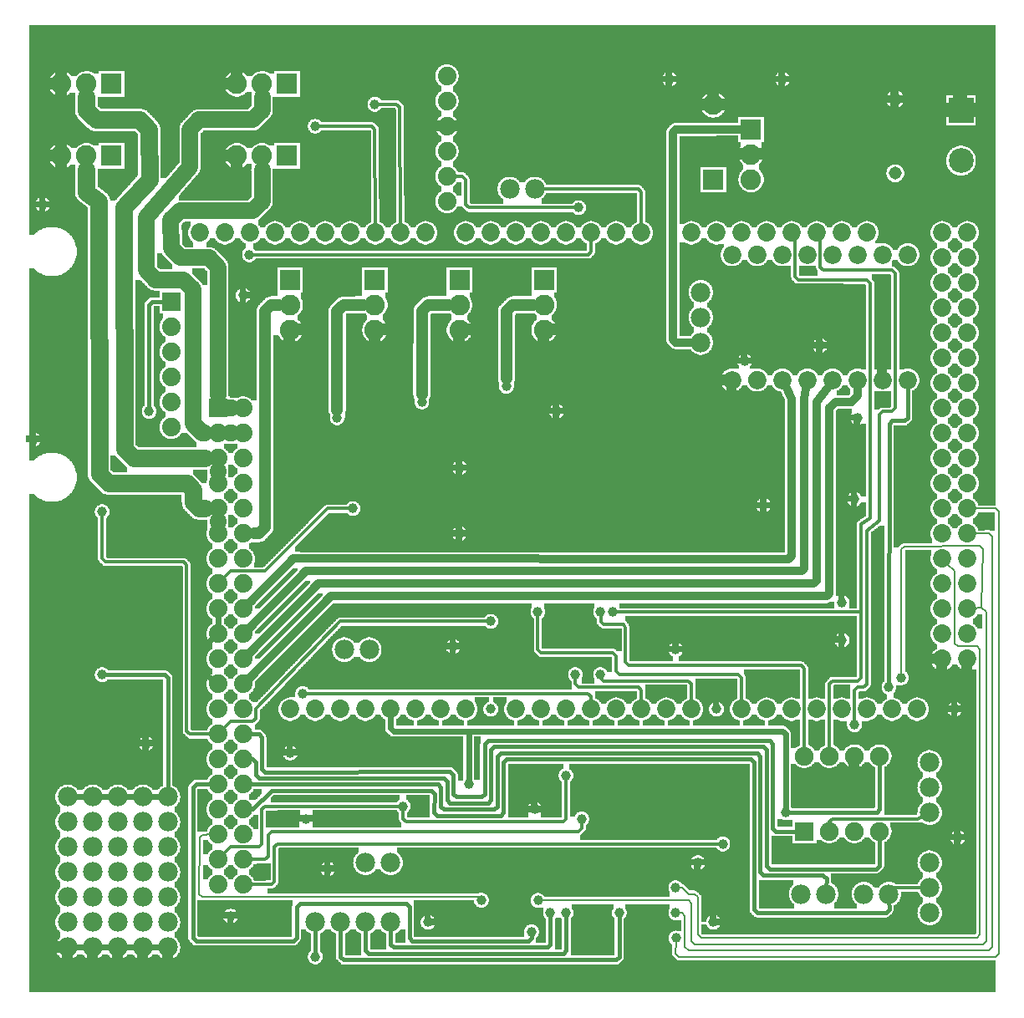
<source format=gbl>
G04 MADE WITH FRITZING*
G04 WWW.FRITZING.ORG*
G04 DOUBLE SIDED*
G04 HOLES PLATED*
G04 CONTOUR ON CENTER OF CONTOUR VECTOR*
%ASAXBY*%
%FSLAX23Y23*%
%MOIN*%
%OFA0B0*%
%SFA1.0B1.0*%
%ADD10C,0.075000*%
%ADD11C,0.039370*%
%ADD12C,0.072472*%
%ADD13C,0.072445*%
%ADD14C,0.072417*%
%ADD15C,0.074000*%
%ADD16C,0.078000*%
%ADD17C,0.072917*%
%ADD18C,0.082000*%
%ADD19C,0.051496*%
%ADD20C,0.099055*%
%ADD21R,0.074000X0.074000*%
%ADD22R,0.075000X0.075000*%
%ADD23R,0.082000X0.082000*%
%ADD24R,0.099055X0.099055*%
%ADD25C,0.012000*%
%ADD26C,0.016000*%
%ADD27C,0.008000*%
%ADD28C,0.024000*%
%ADD29C,0.065000*%
%ADD30C,0.032000*%
%ADD31C,0.048000*%
%ADD32C,0.070000*%
%ADD33R,0.001000X0.001000*%
%LNCOPPER0*%
G90*
G70*
G54D10*
X3314Y2230D03*
X123Y3829D03*
X2158Y1526D03*
X3197Y1345D03*
X1974Y1543D03*
X2959Y1274D03*
X2018Y884D03*
X3152Y870D03*
X3009Y435D03*
X2264Y324D03*
X3593Y1728D03*
G54D11*
X919Y2982D03*
X2244Y732D03*
X2057Y770D03*
X1182Y182D03*
X1632Y320D03*
X1844Y408D03*
X2769Y320D03*
X2807Y632D03*
X3744Y657D03*
X3519Y1295D03*
X3282Y1445D03*
X1419Y3582D03*
X1332Y1970D03*
X1757Y1870D03*
X1757Y2132D03*
X2144Y2357D03*
X1082Y995D03*
X1232Y532D03*
X519Y2357D03*
X332Y1307D03*
G54D12*
X2844Y2482D03*
X3544Y2982D03*
X3444Y2982D03*
X3344Y2982D03*
X3244Y2982D03*
X3144Y2982D03*
G54D13*
X3044Y2982D03*
X2944Y2982D03*
G54D12*
X2844Y2982D03*
G54D13*
X3544Y2482D03*
G54D14*
X3444Y2482D03*
G54D13*
X3344Y2482D03*
G54D12*
X3244Y2482D03*
G54D13*
X3144Y2482D03*
G54D14*
X3044Y2482D03*
X2944Y2482D03*
G54D11*
X2707Y557D03*
X1882Y1520D03*
X2232Y3170D03*
X2070Y407D03*
X2594Y3682D03*
X3044Y3682D03*
X57Y2245D03*
G54D15*
X607Y2794D03*
X607Y2694D03*
X607Y2594D03*
X607Y2494D03*
X607Y2394D03*
X607Y2294D03*
G54D11*
X844Y345D03*
X94Y3182D03*
X1144Y732D03*
X2394Y357D03*
X2182Y357D03*
X2119Y357D03*
X2044Y282D03*
X2620Y257D03*
X2619Y357D03*
X2619Y457D03*
X2181Y905D03*
X3469Y1257D03*
X332Y1957D03*
X894Y2820D03*
X3344Y2332D03*
X3282Y1595D03*
X2319Y1557D03*
X2619Y1407D03*
X1794Y870D03*
X1132Y1232D03*
X2219Y1307D03*
X2069Y1557D03*
X2319Y1307D03*
X2369Y1557D03*
X1732Y1420D03*
X3732Y1170D03*
X1532Y782D03*
G54D15*
X1707Y3695D03*
X1707Y3595D03*
X1707Y3495D03*
X1707Y3395D03*
X1707Y3295D03*
X1707Y3195D03*
X1707Y3695D03*
X1707Y3595D03*
X1707Y3495D03*
X1707Y3395D03*
X1707Y3295D03*
X1707Y3195D03*
G54D11*
X3057Y757D03*
X1607Y2395D03*
X1944Y2457D03*
X1269Y2332D03*
X1182Y3495D03*
X3332Y1107D03*
X1882Y1170D03*
X507Y1032D03*
X2782Y1170D03*
X3194Y2620D03*
X2969Y1982D03*
X3332Y2007D03*
G54D16*
X594Y220D03*
X494Y220D03*
X394Y220D03*
X294Y220D03*
X194Y220D03*
X594Y820D03*
X494Y820D03*
X394Y820D03*
X294Y820D03*
X194Y820D03*
X194Y620D03*
X294Y620D03*
X394Y620D03*
X494Y620D03*
X494Y320D03*
X494Y420D03*
X194Y320D03*
X194Y420D03*
X294Y320D03*
X294Y420D03*
X394Y320D03*
X394Y420D03*
X594Y320D03*
X594Y420D03*
X1182Y320D03*
X1282Y320D03*
X194Y720D03*
X294Y720D03*
X394Y720D03*
X494Y720D03*
X1482Y320D03*
X494Y520D03*
X594Y520D03*
X1397Y1407D03*
X1297Y1407D03*
X194Y520D03*
X294Y520D03*
X394Y520D03*
X594Y720D03*
X1382Y320D03*
X594Y620D03*
G54D11*
X2894Y2557D03*
G54D10*
X3132Y682D03*
X3132Y982D03*
X3232Y682D03*
X3232Y982D03*
X3332Y682D03*
X3332Y982D03*
X3432Y682D03*
X3432Y982D03*
G54D15*
X894Y2370D03*
X894Y2270D03*
X894Y2170D03*
X894Y2070D03*
X894Y1970D03*
X894Y1870D03*
X894Y1770D03*
X894Y1670D03*
X894Y1570D03*
X894Y1470D03*
X894Y1370D03*
X894Y1270D03*
X894Y1170D03*
X894Y1070D03*
X894Y970D03*
X894Y870D03*
X894Y770D03*
X894Y670D03*
X894Y570D03*
X894Y470D03*
X794Y2370D03*
X794Y2270D03*
X794Y2170D03*
X794Y2070D03*
X794Y1970D03*
X794Y1870D03*
X794Y1770D03*
X794Y1670D03*
X794Y1570D03*
X794Y1470D03*
X794Y1370D03*
X794Y1270D03*
X794Y1170D03*
X794Y1070D03*
X794Y970D03*
X794Y870D03*
X794Y770D03*
X794Y670D03*
X794Y570D03*
X794Y470D03*
G54D17*
X2982Y1170D03*
X1382Y1170D03*
X3082Y1170D03*
X3182Y1170D03*
X3282Y1170D03*
X3382Y1170D03*
X3682Y2570D03*
X3482Y1170D03*
X3582Y1170D03*
X1422Y3070D03*
X1982Y1170D03*
X2082Y1170D03*
X2182Y1170D03*
X2282Y1170D03*
X3682Y1770D03*
X2382Y1170D03*
X2482Y1170D03*
X2582Y1170D03*
X2682Y1170D03*
X2182Y3070D03*
X3682Y2970D03*
X3682Y2170D03*
X3682Y1370D03*
X1022Y3070D03*
X1782Y1170D03*
X1782Y3070D03*
X3682Y2770D03*
X3682Y2370D03*
X3682Y1970D03*
X3382Y3070D03*
X3682Y1570D03*
X3282Y3070D03*
X3182Y3070D03*
X3082Y3070D03*
X2982Y3070D03*
X2882Y3070D03*
X2782Y3070D03*
X2682Y3070D03*
X822Y3070D03*
X1222Y3070D03*
X1622Y3070D03*
X1182Y1170D03*
X1582Y1170D03*
X2382Y3070D03*
X1982Y3070D03*
X3682Y3070D03*
X3682Y2870D03*
X3682Y2670D03*
X3682Y2470D03*
X3682Y2270D03*
X3682Y2070D03*
X3682Y1870D03*
X3682Y1670D03*
X3682Y1470D03*
X722Y3070D03*
X922Y3070D03*
X1122Y3070D03*
X1322Y3070D03*
X1522Y3070D03*
X1082Y1170D03*
X1282Y1170D03*
X1482Y1170D03*
X1682Y1170D03*
X2482Y3070D03*
X2282Y3070D03*
X2082Y3070D03*
X1882Y3070D03*
X3782Y3070D03*
X3782Y2970D03*
X3782Y2870D03*
X3782Y2770D03*
X3782Y2670D03*
X3782Y2570D03*
X3782Y2470D03*
X3782Y2370D03*
X3782Y2270D03*
X3782Y2170D03*
X3782Y2070D03*
X3782Y1970D03*
X3782Y1870D03*
X3782Y1770D03*
X3782Y1670D03*
X3782Y1570D03*
X3782Y1470D03*
X3782Y1370D03*
X2882Y1170D03*
G54D18*
X1419Y2882D03*
X1419Y2782D03*
X1419Y2682D03*
X2094Y2882D03*
X2094Y2782D03*
X2094Y2682D03*
X1757Y2882D03*
X1757Y2782D03*
X1757Y2682D03*
X1082Y2882D03*
X1082Y2782D03*
X1082Y2682D03*
G54D16*
X3632Y357D03*
X3632Y457D03*
X3632Y557D03*
X3632Y957D03*
X3632Y857D03*
X3632Y757D03*
X2057Y3245D03*
X1957Y3245D03*
X2719Y2832D03*
X2719Y2732D03*
X2719Y2632D03*
X3119Y432D03*
X3219Y432D03*
X1482Y557D03*
X1382Y557D03*
X3469Y432D03*
X3369Y432D03*
G54D18*
X2919Y3482D03*
X2919Y3382D03*
X2919Y3282D03*
X2769Y3282D03*
X2769Y3580D03*
G54D19*
X3494Y3307D03*
X3494Y3603D03*
G54D18*
X369Y3377D03*
X269Y3377D03*
X169Y3377D03*
X1069Y3664D03*
X969Y3664D03*
X869Y3664D03*
X369Y3664D03*
X269Y3664D03*
X169Y3664D03*
X1069Y3377D03*
X969Y3377D03*
X869Y3377D03*
G54D20*
X3757Y3557D03*
X3757Y3357D03*
G54D21*
X607Y2794D03*
G54D22*
X3132Y682D03*
G54D21*
X794Y2370D03*
G54D23*
X1419Y2882D03*
X2094Y2882D03*
X1757Y2882D03*
X1082Y2882D03*
X2919Y3482D03*
X2769Y3281D03*
X369Y3377D03*
X1069Y3664D03*
X369Y3664D03*
X1069Y3377D03*
G54D24*
X3757Y3557D03*
G54D25*
X2232Y683D02*
X2245Y695D01*
D02*
X2245Y695D02*
X2245Y719D01*
D02*
X1007Y683D02*
X2232Y683D01*
D02*
X994Y669D02*
X1007Y683D01*
D02*
X994Y583D02*
X994Y669D01*
D02*
X982Y570D02*
X994Y583D01*
D02*
X920Y570D02*
X982Y570D01*
G54D26*
D02*
X1182Y295D02*
X1182Y196D01*
G54D27*
D02*
X1832Y420D02*
X732Y420D01*
D02*
X732Y420D02*
X719Y432D01*
D02*
X1835Y417D02*
X1832Y420D01*
D02*
X719Y432D02*
X720Y657D01*
D02*
X720Y657D02*
X732Y669D01*
D02*
X732Y669D02*
X769Y670D01*
G54D25*
D02*
X2793Y632D02*
X1032Y632D01*
D02*
X1032Y632D02*
X1019Y620D01*
D02*
X1019Y620D02*
X1019Y482D01*
D02*
X1019Y482D02*
X1007Y470D01*
D02*
X1007Y470D02*
X920Y470D01*
G54D27*
D02*
X3519Y1308D02*
X3519Y1807D01*
D02*
X3519Y1807D02*
X3532Y1819D01*
D02*
X3532Y1819D02*
X3832Y1821D01*
D02*
X3832Y1821D02*
X3844Y1807D01*
D02*
X3844Y1807D02*
X3838Y1575D01*
D02*
X3806Y1572D02*
X3838Y1575D01*
D02*
X3838Y1575D02*
X3857Y1557D01*
D02*
X3857Y1557D02*
X3857Y245D01*
D02*
X3857Y245D02*
X3844Y232D01*
D02*
X3844Y232D02*
X2695Y232D01*
D02*
X2695Y232D02*
X2682Y245D01*
D02*
X2682Y245D02*
X2682Y395D01*
D02*
X2682Y395D02*
X2670Y407D01*
D02*
X2670Y407D02*
X2083Y407D01*
G54D25*
D02*
X1519Y3570D02*
X1522Y3094D01*
D02*
X1506Y3582D02*
X1519Y3570D01*
D02*
X1433Y3582D02*
X1506Y3582D01*
D02*
X1231Y1970D02*
X1318Y1970D01*
D02*
X982Y1720D02*
X1231Y1970D01*
D02*
X845Y1720D02*
X982Y1720D01*
D02*
X813Y1688D02*
X845Y1720D01*
G54D28*
D02*
X264Y820D02*
X224Y820D01*
D02*
X364Y820D02*
X324Y820D01*
D02*
X464Y820D02*
X424Y820D01*
D02*
X564Y820D02*
X524Y820D01*
D02*
X564Y220D02*
X524Y220D01*
D02*
X464Y220D02*
X424Y220D01*
D02*
X364Y220D02*
X324Y220D01*
D02*
X264Y220D02*
X224Y220D01*
G54D26*
D02*
X519Y2782D02*
X519Y2371D01*
D02*
X532Y2795D02*
X519Y2782D01*
D02*
X582Y2794D02*
X532Y2795D01*
G54D29*
D02*
X841Y2370D02*
X848Y2370D01*
D02*
X794Y2423D02*
X794Y2933D01*
D02*
X757Y2970D02*
X644Y2970D01*
D02*
X794Y2933D02*
X757Y2970D01*
D02*
X644Y2970D02*
X607Y3008D01*
D02*
X607Y3008D02*
X606Y3120D01*
D02*
X606Y3120D02*
X644Y3157D01*
D02*
X644Y3157D02*
X932Y3157D01*
D02*
X932Y3157D02*
X970Y3195D01*
D02*
X970Y3195D02*
X970Y3322D01*
G54D26*
D02*
X594Y1295D02*
X594Y844D01*
D02*
X582Y1307D02*
X594Y1295D01*
D02*
X345Y1307D02*
X582Y1307D01*
G54D25*
D02*
X845Y1121D02*
X933Y1121D01*
D02*
X944Y1132D02*
X944Y1170D01*
D02*
X944Y1170D02*
X1282Y1520D01*
D02*
X933Y1121D02*
X944Y1132D01*
D02*
X1282Y1520D02*
X1868Y1520D01*
D02*
X812Y1088D02*
X845Y1121D01*
D02*
X2218Y3170D02*
X1795Y3170D01*
D02*
X1781Y3282D02*
X1769Y3295D01*
D02*
X1781Y3183D02*
X1781Y3282D01*
D02*
X1795Y3170D02*
X1781Y3183D01*
D02*
X1769Y3295D02*
X1732Y3295D01*
G54D28*
D02*
X732Y1420D02*
X732Y1319D01*
D02*
X732Y1319D02*
X770Y1289D01*
D02*
X770Y1450D02*
X732Y1420D01*
D02*
X794Y1501D02*
X794Y1539D01*
G54D25*
D02*
X2470Y3245D02*
X2081Y3245D01*
D02*
X2482Y3232D02*
X2470Y3245D01*
D02*
X2482Y3070D02*
X2482Y3232D01*
D02*
X2507Y3070D02*
X2482Y3070D01*
G54D29*
D02*
X794Y1916D02*
X794Y1923D01*
D02*
X794Y2116D02*
X794Y2123D01*
D02*
X848Y2270D02*
X841Y2270D01*
G54D26*
D02*
X2394Y182D02*
X2394Y344D01*
D02*
X2382Y170D02*
X2394Y182D01*
D02*
X1282Y182D02*
X1294Y170D01*
D02*
X1294Y170D02*
X2382Y170D01*
D02*
X1282Y295D02*
X1282Y182D01*
D02*
X2182Y207D02*
X2182Y344D01*
D02*
X2170Y194D02*
X2182Y207D01*
D02*
X1382Y207D02*
X1395Y194D01*
D02*
X1395Y194D02*
X2170Y194D01*
D02*
X1382Y295D02*
X1382Y207D01*
D02*
X2119Y233D02*
X2119Y344D01*
D02*
X2107Y220D02*
X2119Y233D01*
D02*
X1482Y233D02*
X1494Y220D01*
D02*
X1494Y220D02*
X2107Y220D01*
D02*
X1482Y295D02*
X1482Y233D01*
D02*
X2044Y258D02*
X2032Y245D01*
D02*
X2044Y269D02*
X2044Y258D01*
D02*
X1107Y258D02*
X1095Y245D01*
D02*
X1120Y395D02*
X1107Y382D01*
D02*
X1557Y258D02*
X1557Y382D01*
D02*
X1557Y382D02*
X1544Y395D01*
D02*
X1107Y382D02*
X1107Y258D01*
D02*
X1544Y395D02*
X1120Y395D01*
D02*
X1569Y245D02*
X1557Y258D01*
D02*
X2032Y245D02*
X1569Y245D01*
D02*
X707Y245D02*
X694Y258D01*
D02*
X694Y258D02*
X694Y858D01*
D02*
X1095Y245D02*
X707Y245D01*
D02*
X694Y858D02*
X707Y870D01*
D02*
X707Y870D02*
X769Y870D01*
G54D27*
D02*
X2644Y458D02*
X2670Y432D01*
D02*
X2670Y432D02*
X2694Y432D01*
D02*
X2707Y420D02*
X2707Y270D01*
D02*
X2694Y432D02*
X2707Y420D01*
D02*
X2707Y270D02*
X2720Y257D01*
D02*
X2720Y257D02*
X3820Y257D01*
D02*
X2633Y457D02*
X2644Y458D01*
D02*
X3820Y257D02*
X3832Y270D01*
D02*
X3832Y270D02*
X3832Y808D01*
D02*
X3832Y808D02*
X3832Y1407D01*
D02*
X3832Y1407D02*
X3820Y1420D01*
D02*
X3820Y1420D02*
X3744Y1420D01*
D02*
X3744Y1420D02*
X3732Y1432D01*
D02*
X3732Y1432D02*
X3732Y1720D01*
D02*
X3732Y1720D02*
X3699Y1752D01*
G54D25*
D02*
X1532Y732D02*
X1532Y769D01*
D02*
X1544Y720D02*
X1532Y732D01*
D02*
X2170Y720D02*
X1544Y720D01*
D02*
X2181Y733D02*
X2170Y720D01*
D02*
X2181Y892D02*
X2181Y733D01*
G54D26*
D02*
X3470Y2307D02*
X3469Y1271D01*
D02*
X3482Y2320D02*
X3470Y2307D01*
D02*
X3532Y2320D02*
X3482Y2320D01*
D02*
X3544Y2332D02*
X3532Y2320D01*
D02*
X3544Y2458D02*
X3544Y2332D01*
G54D25*
D02*
X682Y1070D02*
X769Y1070D01*
D02*
X669Y1082D02*
X682Y1070D01*
D02*
X669Y1745D02*
X669Y1082D01*
D02*
X657Y1757D02*
X669Y1745D01*
D02*
X344Y1757D02*
X657Y1757D01*
D02*
X332Y1770D02*
X344Y1757D01*
D02*
X332Y1944D02*
X332Y1770D01*
D02*
X3582Y732D02*
X3610Y746D01*
D02*
X3244Y732D02*
X3582Y732D01*
D02*
X3231Y720D02*
X3244Y732D01*
D02*
X3232Y705D02*
X3231Y720D01*
D02*
X2270Y2982D02*
X932Y2982D01*
D02*
X2283Y2995D02*
X2270Y2982D01*
D02*
X2282Y3045D02*
X2283Y2995D01*
G54D28*
D02*
X1794Y889D02*
X1794Y1083D01*
G54D30*
D02*
X3220Y1620D02*
X1245Y1620D01*
D02*
X920Y1296D02*
X1245Y1620D01*
D02*
X1195Y1670D02*
X3169Y1670D01*
D02*
X920Y1396D02*
X1195Y1670D01*
D02*
X1144Y1720D02*
X3120Y1720D01*
D02*
X920Y1496D02*
X1144Y1720D01*
D02*
X1094Y1770D02*
X3069Y1769D01*
D02*
X920Y1596D02*
X1094Y1770D01*
G54D25*
D02*
X2383Y1557D02*
X3357Y1557D01*
G54D30*
D02*
X2619Y3482D02*
X2882Y3482D01*
D02*
X2608Y3469D02*
X2619Y3482D01*
D02*
X2608Y2644D02*
X2608Y3469D01*
D02*
X2619Y2632D02*
X2608Y2644D01*
D02*
X2684Y2632D02*
X2619Y2632D01*
G54D25*
D02*
X2332Y1282D02*
X2669Y1282D01*
D02*
X2319Y1295D02*
X2332Y1282D01*
D02*
X2669Y1282D02*
X2681Y1270D01*
D02*
X2681Y1270D02*
X2682Y1194D01*
D02*
X2320Y1294D02*
X2319Y1295D01*
D02*
X2482Y1245D02*
X2482Y1194D01*
D02*
X2232Y1257D02*
X2470Y1257D01*
D02*
X2470Y1257D02*
X2482Y1245D01*
D02*
X2219Y1270D02*
X2232Y1257D01*
D02*
X2219Y1294D02*
X2219Y1270D01*
D02*
X3357Y1295D02*
X3345Y1283D01*
D02*
X3232Y1270D02*
X3232Y1005D01*
D02*
X3244Y1283D02*
X3232Y1270D01*
D02*
X3345Y1283D02*
X3244Y1283D01*
D02*
X3357Y1557D02*
X3357Y1295D01*
D02*
X3357Y1907D02*
X3357Y1557D01*
D02*
X3395Y1932D02*
X3357Y1907D01*
D02*
X3394Y2869D02*
X3395Y1932D01*
D02*
X3381Y2882D02*
X3394Y2869D01*
D02*
X3107Y2882D02*
X3381Y2882D01*
D02*
X3095Y2894D02*
X3107Y2882D01*
D02*
X3095Y3070D02*
X3095Y2894D01*
D02*
X3107Y3070D02*
X3095Y3070D01*
D02*
X969Y632D02*
X957Y620D01*
D02*
X969Y770D02*
X969Y632D01*
D02*
X982Y782D02*
X969Y770D01*
D02*
X1518Y782D02*
X982Y782D01*
D02*
X844Y620D02*
X812Y588D01*
D02*
X957Y620D02*
X844Y620D01*
D02*
X2069Y1544D02*
X2069Y1407D01*
D02*
X2882Y1295D02*
X2882Y1194D01*
D02*
X2869Y1308D02*
X2882Y1295D01*
D02*
X2395Y1308D02*
X2869Y1308D01*
D02*
X2382Y1320D02*
X2395Y1308D01*
D02*
X2382Y1382D02*
X2382Y1320D01*
D02*
X2369Y1395D02*
X2382Y1382D01*
D02*
X2082Y1395D02*
X2369Y1395D01*
D02*
X2069Y1407D02*
X2082Y1395D01*
G54D26*
D02*
X3432Y770D02*
X3432Y959D01*
D02*
X3420Y757D02*
X3432Y770D01*
G54D28*
D02*
X3057Y1070D02*
X3057Y776D01*
G54D26*
D02*
X3420Y757D02*
X3070Y757D01*
G54D25*
D02*
X3482Y457D02*
X3607Y457D01*
D02*
X3469Y445D02*
X3482Y457D01*
D02*
X3469Y457D02*
X3469Y445D01*
G54D28*
D02*
X1794Y1083D02*
X1494Y1083D01*
D02*
X3045Y1083D02*
X1794Y1083D01*
D02*
X3057Y1070D02*
X3045Y1083D01*
D02*
X1482Y1094D02*
X1494Y1083D01*
D02*
X1482Y1140D02*
X1482Y1094D01*
G54D31*
D02*
X1294Y2782D02*
X1269Y2758D01*
D02*
X1269Y2758D02*
X1269Y2362D01*
D02*
X1376Y2782D02*
X1294Y2782D01*
D02*
X957Y1870D02*
X937Y1870D01*
D02*
X981Y1895D02*
X957Y1870D01*
D02*
X981Y2757D02*
X981Y1895D01*
D02*
X1006Y2782D02*
X981Y2757D01*
D02*
X1039Y2782D02*
X1006Y2782D01*
D02*
X1632Y2782D02*
X1714Y2782D01*
D02*
X1607Y2757D02*
X1632Y2782D01*
D02*
X1607Y2425D02*
X1607Y2757D01*
D02*
X1969Y2782D02*
X1944Y2757D01*
D02*
X1944Y2757D02*
X1944Y2487D01*
D02*
X2051Y2782D02*
X1969Y2782D01*
G54D30*
D02*
X3344Y2420D02*
X3344Y2447D01*
D02*
X3320Y2395D02*
X3344Y2420D01*
D02*
X3257Y2395D02*
X3320Y2395D01*
D02*
X3232Y2370D02*
X3257Y2395D01*
D02*
X3232Y1633D02*
X3232Y2370D01*
D02*
X3220Y1620D02*
X3232Y1633D01*
D02*
X3182Y2395D02*
X3224Y2453D01*
D02*
X3181Y1682D02*
X3182Y2395D01*
D02*
X3169Y1670D02*
X3181Y1682D01*
D02*
X3069Y1769D02*
X3082Y1783D01*
D02*
X3082Y1783D02*
X3082Y2407D01*
D02*
X3082Y2407D02*
X3060Y2451D01*
D02*
X3120Y1720D02*
X3132Y1732D01*
D02*
X3132Y1732D02*
X3132Y2407D01*
D02*
X3132Y2407D02*
X3139Y2447D01*
G54D25*
D02*
X3132Y1332D02*
X3120Y1344D01*
D02*
X2419Y1495D02*
X2412Y1507D01*
D02*
X2419Y1357D02*
X2419Y1495D01*
D02*
X2431Y1344D02*
X2419Y1357D01*
D02*
X2332Y1507D02*
X2320Y1519D01*
D02*
X2320Y1519D02*
X2320Y1544D01*
D02*
X2412Y1507D02*
X2332Y1507D01*
D02*
X3120Y1344D02*
X2431Y1344D01*
D02*
X3132Y1005D02*
X3132Y1332D01*
G54D29*
D02*
X656Y2882D02*
X544Y2882D01*
D02*
X694Y2845D02*
X656Y2882D01*
D02*
X544Y2882D02*
X507Y2920D01*
D02*
X507Y2920D02*
X507Y3132D01*
D02*
X694Y2307D02*
X694Y2845D01*
D02*
X732Y2270D02*
X694Y2307D01*
D02*
X507Y3132D02*
X682Y3333D01*
D02*
X741Y2270D02*
X732Y2270D01*
D02*
X970Y3558D02*
X970Y3610D01*
D02*
X932Y3520D02*
X970Y3558D01*
D02*
X682Y3482D02*
X719Y3520D01*
D02*
X719Y3520D02*
X932Y3520D01*
D02*
X682Y3333D02*
X682Y3482D01*
G54D32*
D02*
X420Y2207D02*
X419Y3170D01*
D02*
X457Y2170D02*
X420Y2207D01*
D02*
X269Y3558D02*
X269Y3610D01*
D02*
X482Y3520D02*
X307Y3520D01*
D02*
X519Y3482D02*
X482Y3520D01*
D02*
X307Y3520D02*
X269Y3558D01*
D02*
X520Y3282D02*
X519Y3482D01*
D02*
X419Y3170D02*
X520Y3282D01*
D02*
X741Y2170D02*
X457Y2170D01*
D02*
X357Y2070D02*
X320Y2107D01*
D02*
X670Y2070D02*
X357Y2070D01*
D02*
X320Y2107D02*
X319Y3194D01*
D02*
X694Y1995D02*
X694Y2045D01*
D02*
X694Y2045D02*
X670Y2070D01*
D02*
X719Y1970D02*
X694Y1995D01*
D02*
X741Y1970D02*
X719Y1970D01*
D02*
X269Y3232D02*
X269Y3322D01*
D02*
X319Y3194D02*
X269Y3232D01*
G54D25*
D02*
X1407Y3495D02*
X1195Y3495D01*
D02*
X1419Y3482D02*
X1407Y3495D01*
D02*
X1422Y3094D02*
X1419Y3482D01*
D02*
X1532Y3070D02*
X1522Y3070D01*
D02*
X3382Y1269D02*
X3369Y1257D01*
D02*
X3381Y1883D02*
X3382Y1269D01*
D02*
X3344Y1257D02*
X3332Y1245D01*
D02*
X3369Y1257D02*
X3344Y1257D01*
D02*
X3332Y1245D02*
X3332Y1121D01*
D02*
X3432Y1920D02*
X3381Y1883D01*
D02*
X3432Y2345D02*
X3432Y1920D01*
D02*
X3482Y2357D02*
X3444Y2357D01*
D02*
X3444Y2357D02*
X3432Y2345D01*
D02*
X3495Y2370D02*
X3482Y2357D01*
D02*
X3494Y2907D02*
X3495Y2370D01*
D02*
X3481Y2920D02*
X3494Y2907D01*
D02*
X3207Y2920D02*
X3481Y2920D01*
D02*
X3195Y2932D02*
X3207Y2920D01*
D02*
X3194Y3070D02*
X3195Y2932D01*
D02*
X3207Y3070D02*
X3194Y3070D01*
G54D26*
D02*
X3470Y370D02*
X3469Y408D01*
D02*
X3457Y358D02*
X3470Y370D01*
D02*
X2944Y358D02*
X3457Y358D01*
D02*
X2932Y370D02*
X2944Y358D01*
D02*
X1920Y995D02*
X2945Y995D01*
D02*
X1907Y982D02*
X1920Y995D01*
D02*
X1907Y782D02*
X1907Y982D01*
D02*
X1894Y770D02*
X1907Y782D01*
D02*
X1695Y770D02*
X1894Y770D01*
D02*
X2956Y982D02*
X2956Y520D01*
D02*
X2956Y520D02*
X2969Y507D01*
D02*
X2945Y995D02*
X2956Y982D01*
D02*
X2969Y507D02*
X3206Y507D01*
D02*
X3206Y507D02*
X3220Y495D01*
D02*
X1682Y782D02*
X1695Y770D01*
D02*
X1682Y857D02*
X1682Y782D01*
D02*
X1670Y870D02*
X1682Y857D01*
D02*
X3220Y495D02*
X3219Y457D01*
D02*
X920Y870D02*
X1670Y870D01*
D02*
X1007Y844D02*
X932Y770D01*
D02*
X1644Y845D02*
X1007Y844D01*
D02*
X1657Y832D02*
X1644Y845D01*
D02*
X1656Y757D02*
X1657Y832D01*
D02*
X1669Y745D02*
X1656Y757D01*
D02*
X2919Y970D02*
X1944Y970D01*
D02*
X2932Y957D02*
X2919Y970D01*
D02*
X1944Y970D02*
X1932Y957D01*
D02*
X1932Y957D02*
X1932Y757D01*
D02*
X1932Y757D02*
X1920Y745D01*
D02*
X1920Y745D02*
X1669Y745D01*
D02*
X932Y770D02*
X920Y770D01*
D02*
X2932Y370D02*
X2932Y957D01*
G54D27*
D02*
X3869Y207D02*
X3882Y220D01*
D02*
X3869Y1870D02*
X3807Y1870D01*
D02*
X2644Y358D02*
X2656Y345D01*
D02*
X2656Y345D02*
X2656Y220D01*
D02*
X2656Y220D02*
X2670Y207D01*
D02*
X2670Y207D02*
X3869Y207D01*
D02*
X2633Y357D02*
X2644Y358D01*
D02*
X3882Y220D02*
X3882Y1857D01*
D02*
X3882Y1857D02*
X3869Y1870D01*
D02*
X3907Y195D02*
X3907Y1957D01*
D02*
X3907Y1957D02*
X3895Y1970D01*
D02*
X2619Y195D02*
X2632Y183D01*
D02*
X2632Y183D02*
X3894Y182D01*
D02*
X2620Y243D02*
X2619Y195D01*
D02*
X3894Y182D02*
X3907Y195D01*
D02*
X3895Y1970D02*
X3807Y1970D01*
G54D26*
D02*
X1719Y920D02*
X1732Y907D01*
D02*
X1744Y820D02*
X1844Y820D01*
D02*
X1844Y820D02*
X1857Y832D01*
D02*
X1732Y832D02*
X1744Y820D01*
D02*
X3006Y694D02*
X3019Y683D01*
D02*
X3019Y683D02*
X3109Y682D01*
D02*
X3006Y1033D02*
X3006Y694D01*
D02*
X2995Y1045D02*
X3006Y1033D01*
D02*
X1870Y1045D02*
X2995Y1045D01*
D02*
X1857Y1033D02*
X1870Y1045D01*
D02*
X1857Y832D02*
X1857Y1033D01*
D02*
X1732Y907D02*
X1732Y832D01*
D02*
X982Y919D02*
X1719Y920D01*
D02*
X969Y1057D02*
X969Y932D01*
D02*
X969Y932D02*
X982Y919D01*
D02*
X957Y1070D02*
X969Y1057D01*
D02*
X920Y1070D02*
X957Y1070D01*
D02*
X957Y895D02*
X1695Y894D01*
D02*
X944Y908D02*
X957Y895D01*
D02*
X944Y957D02*
X944Y908D01*
D02*
X932Y970D02*
X944Y957D01*
D02*
X1708Y883D02*
X1707Y808D01*
D02*
X1707Y808D02*
X1719Y795D01*
D02*
X1695Y894D02*
X1708Y883D01*
D02*
X2995Y532D02*
X3419Y532D01*
D02*
X2982Y1007D02*
X2982Y545D01*
D02*
X2982Y545D02*
X2995Y532D01*
D02*
X2969Y1020D02*
X2982Y1007D01*
D02*
X1894Y1020D02*
X2969Y1020D01*
D02*
X1881Y1007D02*
X1894Y1020D01*
D02*
X1881Y808D02*
X1881Y1007D01*
D02*
X1870Y795D02*
X1881Y808D01*
D02*
X1719Y795D02*
X1870Y795D01*
D02*
X3432Y544D02*
X3432Y659D01*
D02*
X3419Y532D02*
X3432Y544D01*
D02*
X920Y970D02*
X932Y970D01*
G54D25*
D02*
X2282Y1220D02*
X2269Y1232D01*
D02*
X2282Y1194D02*
X2282Y1220D01*
D02*
X2269Y1232D02*
X1145Y1232D01*
G36*
X1746Y3271D02*
X1746Y3267D01*
X1744Y3267D01*
X1744Y3265D01*
X1742Y3265D01*
X1742Y3263D01*
X1740Y3263D01*
X1740Y3261D01*
X1738Y3261D01*
X1738Y3259D01*
X1736Y3259D01*
X1736Y3257D01*
X1734Y3257D01*
X1734Y3255D01*
X1730Y3255D01*
X1730Y3235D01*
X1732Y3235D01*
X1732Y3233D01*
X1736Y3233D01*
X1736Y3231D01*
X1738Y3231D01*
X1738Y3229D01*
X1740Y3229D01*
X1740Y3227D01*
X1742Y3227D01*
X1742Y3225D01*
X1744Y3225D01*
X1744Y3223D01*
X1746Y3223D01*
X1746Y3219D01*
X1766Y3219D01*
X1766Y3271D01*
X1746Y3271D01*
G37*
D02*
G36*
X660Y3115D02*
X660Y3113D01*
X658Y3113D01*
X658Y3111D01*
X656Y3111D01*
X656Y3109D01*
X654Y3109D01*
X654Y3107D01*
X652Y3107D01*
X652Y3105D01*
X650Y3105D01*
X650Y3103D01*
X648Y3103D01*
X648Y3081D01*
X650Y3081D01*
X650Y3023D01*
X652Y3023D01*
X652Y3021D01*
X654Y3021D01*
X654Y3019D01*
X656Y3019D01*
X656Y3017D01*
X658Y3017D01*
X658Y3015D01*
X660Y3015D01*
X660Y3013D01*
X696Y3013D01*
X696Y3033D01*
X692Y3033D01*
X692Y3035D01*
X690Y3035D01*
X690Y3037D01*
X688Y3037D01*
X688Y3039D01*
X686Y3039D01*
X686Y3041D01*
X684Y3041D01*
X684Y3045D01*
X682Y3045D01*
X682Y3049D01*
X680Y3049D01*
X680Y3051D01*
X678Y3051D01*
X678Y3059D01*
X676Y3059D01*
X676Y3081D01*
X678Y3081D01*
X678Y3087D01*
X680Y3087D01*
X680Y3091D01*
X682Y3091D01*
X682Y3095D01*
X684Y3095D01*
X684Y3115D01*
X660Y3115D01*
G37*
D02*
G36*
X3722Y3049D02*
X3722Y3045D01*
X3720Y3045D01*
X3720Y3043D01*
X3718Y3043D01*
X3718Y3039D01*
X3716Y3039D01*
X3716Y3037D01*
X3714Y3037D01*
X3714Y3035D01*
X3712Y3035D01*
X3712Y3033D01*
X3708Y3033D01*
X3708Y3031D01*
X3706Y3031D01*
X3706Y3029D01*
X3704Y3029D01*
X3704Y3009D01*
X3708Y3009D01*
X3708Y3007D01*
X3710Y3007D01*
X3710Y3005D01*
X3714Y3005D01*
X3714Y3003D01*
X3716Y3003D01*
X3716Y2999D01*
X3718Y2999D01*
X3718Y2997D01*
X3720Y2997D01*
X3720Y2995D01*
X3722Y2995D01*
X3722Y2991D01*
X3742Y2991D01*
X3742Y2995D01*
X3744Y2995D01*
X3744Y2997D01*
X3746Y2997D01*
X3746Y3001D01*
X3748Y3001D01*
X3748Y3003D01*
X3750Y3003D01*
X3750Y3005D01*
X3754Y3005D01*
X3754Y3007D01*
X3756Y3007D01*
X3756Y3009D01*
X3760Y3009D01*
X3760Y3029D01*
X3758Y3029D01*
X3758Y3031D01*
X3756Y3031D01*
X3756Y3033D01*
X3752Y3033D01*
X3752Y3035D01*
X3750Y3035D01*
X3750Y3037D01*
X3748Y3037D01*
X3748Y3039D01*
X3746Y3039D01*
X3746Y3041D01*
X3744Y3041D01*
X3744Y3045D01*
X3742Y3045D01*
X3742Y3049D01*
X3722Y3049D01*
G37*
D02*
G36*
X550Y2989D02*
X550Y2935D01*
X552Y2935D01*
X552Y2933D01*
X554Y2933D01*
X554Y2931D01*
X556Y2931D01*
X556Y2929D01*
X558Y2929D01*
X558Y2927D01*
X560Y2927D01*
X560Y2925D01*
X610Y2925D01*
X610Y2945D01*
X608Y2945D01*
X608Y2947D01*
X606Y2947D01*
X606Y2949D01*
X604Y2949D01*
X604Y2951D01*
X602Y2951D01*
X602Y2953D01*
X600Y2953D01*
X600Y2955D01*
X598Y2955D01*
X598Y2957D01*
X596Y2957D01*
X596Y2959D01*
X594Y2959D01*
X594Y2961D01*
X592Y2961D01*
X592Y2963D01*
X590Y2963D01*
X590Y2965D01*
X588Y2965D01*
X588Y2967D01*
X586Y2967D01*
X586Y2969D01*
X584Y2969D01*
X584Y2971D01*
X582Y2971D01*
X582Y2973D01*
X580Y2973D01*
X580Y2975D01*
X578Y2975D01*
X578Y2977D01*
X576Y2977D01*
X576Y2979D01*
X574Y2979D01*
X574Y2983D01*
X572Y2983D01*
X572Y2985D01*
X570Y2985D01*
X570Y2989D01*
X550Y2989D01*
G37*
D02*
G36*
X3722Y2949D02*
X3722Y2945D01*
X3720Y2945D01*
X3720Y2943D01*
X3718Y2943D01*
X3718Y2939D01*
X3716Y2939D01*
X3716Y2937D01*
X3714Y2937D01*
X3714Y2935D01*
X3712Y2935D01*
X3712Y2933D01*
X3708Y2933D01*
X3708Y2931D01*
X3706Y2931D01*
X3706Y2929D01*
X3704Y2929D01*
X3704Y2909D01*
X3708Y2909D01*
X3708Y2907D01*
X3710Y2907D01*
X3710Y2905D01*
X3714Y2905D01*
X3714Y2903D01*
X3716Y2903D01*
X3716Y2899D01*
X3718Y2899D01*
X3718Y2897D01*
X3720Y2897D01*
X3720Y2895D01*
X3722Y2895D01*
X3722Y2891D01*
X3742Y2891D01*
X3742Y2895D01*
X3744Y2895D01*
X3744Y2897D01*
X3746Y2897D01*
X3746Y2901D01*
X3748Y2901D01*
X3748Y2903D01*
X3750Y2903D01*
X3750Y2905D01*
X3754Y2905D01*
X3754Y2907D01*
X3756Y2907D01*
X3756Y2909D01*
X3760Y2909D01*
X3760Y2929D01*
X3758Y2929D01*
X3758Y2931D01*
X3756Y2931D01*
X3756Y2933D01*
X3752Y2933D01*
X3752Y2935D01*
X3750Y2935D01*
X3750Y2937D01*
X3748Y2937D01*
X3748Y2939D01*
X3746Y2939D01*
X3746Y2941D01*
X3744Y2941D01*
X3744Y2945D01*
X3742Y2945D01*
X3742Y2949D01*
X3722Y2949D01*
G37*
D02*
G36*
X3110Y2939D02*
X3110Y2937D01*
X3132Y2937D01*
X3132Y2939D01*
X3110Y2939D01*
G37*
D02*
G36*
X3156Y2939D02*
X3156Y2937D01*
X3178Y2937D01*
X3178Y2939D01*
X3156Y2939D01*
G37*
D02*
G36*
X3110Y2937D02*
X3110Y2935D01*
X3178Y2935D01*
X3178Y2937D01*
X3110Y2937D01*
G37*
D02*
G36*
X3110Y2937D02*
X3110Y2935D01*
X3178Y2935D01*
X3178Y2937D01*
X3110Y2937D01*
G37*
D02*
G36*
X3110Y2935D02*
X3110Y2901D01*
X3112Y2901D01*
X3112Y2899D01*
X3186Y2899D01*
X3186Y2919D01*
X3184Y2919D01*
X3184Y2921D01*
X3182Y2921D01*
X3182Y2925D01*
X3180Y2925D01*
X3180Y2929D01*
X3178Y2929D01*
X3178Y2935D01*
X3110Y2935D01*
G37*
D02*
G36*
X690Y2927D02*
X690Y2907D01*
X692Y2907D01*
X692Y2905D01*
X694Y2905D01*
X694Y2903D01*
X696Y2903D01*
X696Y2901D01*
X698Y2901D01*
X698Y2899D01*
X700Y2899D01*
X700Y2897D01*
X702Y2897D01*
X702Y2895D01*
X704Y2895D01*
X704Y2893D01*
X706Y2893D01*
X706Y2891D01*
X708Y2891D01*
X708Y2889D01*
X710Y2889D01*
X710Y2887D01*
X712Y2887D01*
X712Y2885D01*
X714Y2885D01*
X714Y2883D01*
X716Y2883D01*
X716Y2881D01*
X718Y2881D01*
X718Y2879D01*
X720Y2879D01*
X720Y2877D01*
X722Y2877D01*
X722Y2875D01*
X724Y2875D01*
X724Y2873D01*
X726Y2873D01*
X726Y2871D01*
X728Y2871D01*
X728Y2869D01*
X730Y2869D01*
X730Y2865D01*
X732Y2865D01*
X732Y2861D01*
X752Y2861D01*
X752Y2915D01*
X750Y2915D01*
X750Y2917D01*
X748Y2917D01*
X748Y2919D01*
X746Y2919D01*
X746Y2921D01*
X744Y2921D01*
X744Y2923D01*
X742Y2923D01*
X742Y2925D01*
X740Y2925D01*
X740Y2927D01*
X690Y2927D01*
G37*
D02*
G36*
X3400Y2905D02*
X3400Y2885D01*
X3402Y2885D01*
X3402Y2883D01*
X3404Y2883D01*
X3404Y2881D01*
X3406Y2881D01*
X3406Y2879D01*
X3408Y2879D01*
X3408Y2875D01*
X3410Y2875D01*
X3410Y2529D01*
X3450Y2529D01*
X3450Y2527D01*
X3458Y2527D01*
X3458Y2525D01*
X3478Y2525D01*
X3478Y2901D01*
X3476Y2901D01*
X3476Y2903D01*
X3474Y2903D01*
X3474Y2905D01*
X3400Y2905D01*
G37*
D02*
G36*
X3410Y2529D02*
X3410Y2525D01*
X3430Y2525D01*
X3430Y2527D01*
X3438Y2527D01*
X3438Y2529D01*
X3410Y2529D01*
G37*
D02*
G36*
X464Y2883D02*
X464Y2327D01*
X516Y2327D01*
X516Y2329D01*
X508Y2329D01*
X508Y2331D01*
X504Y2331D01*
X504Y2333D01*
X502Y2333D01*
X502Y2335D01*
X498Y2335D01*
X498Y2339D01*
X496Y2339D01*
X496Y2341D01*
X494Y2341D01*
X494Y2345D01*
X492Y2345D01*
X492Y2349D01*
X490Y2349D01*
X490Y2365D01*
X492Y2365D01*
X492Y2371D01*
X494Y2371D01*
X494Y2375D01*
X496Y2375D01*
X496Y2377D01*
X498Y2377D01*
X498Y2379D01*
X500Y2379D01*
X500Y2381D01*
X502Y2381D01*
X502Y2773D01*
X500Y2773D01*
X500Y2781D01*
X502Y2781D01*
X502Y2791D01*
X504Y2791D01*
X504Y2793D01*
X506Y2793D01*
X506Y2795D01*
X508Y2795D01*
X508Y2797D01*
X510Y2797D01*
X510Y2799D01*
X512Y2799D01*
X512Y2801D01*
X514Y2801D01*
X514Y2803D01*
X516Y2803D01*
X516Y2805D01*
X518Y2805D01*
X518Y2807D01*
X520Y2807D01*
X520Y2809D01*
X522Y2809D01*
X522Y2811D01*
X526Y2811D01*
X526Y2813D01*
X560Y2813D01*
X560Y2839D01*
X538Y2839D01*
X538Y2841D01*
X530Y2841D01*
X530Y2843D01*
X526Y2843D01*
X526Y2845D01*
X522Y2845D01*
X522Y2847D01*
X518Y2847D01*
X518Y2849D01*
X516Y2849D01*
X516Y2851D01*
X514Y2851D01*
X514Y2853D01*
X512Y2853D01*
X512Y2855D01*
X510Y2855D01*
X510Y2857D01*
X508Y2857D01*
X508Y2859D01*
X506Y2859D01*
X506Y2861D01*
X504Y2861D01*
X504Y2863D01*
X502Y2863D01*
X502Y2865D01*
X500Y2865D01*
X500Y2867D01*
X498Y2867D01*
X498Y2869D01*
X496Y2869D01*
X496Y2871D01*
X494Y2871D01*
X494Y2873D01*
X492Y2873D01*
X492Y2875D01*
X490Y2875D01*
X490Y2877D01*
X488Y2877D01*
X488Y2879D01*
X486Y2879D01*
X486Y2881D01*
X484Y2881D01*
X484Y2883D01*
X464Y2883D01*
G37*
D02*
G36*
X538Y2777D02*
X538Y2379D01*
X540Y2379D01*
X540Y2377D01*
X542Y2377D01*
X542Y2375D01*
X544Y2375D01*
X544Y2371D01*
X546Y2371D01*
X546Y2367D01*
X548Y2367D01*
X548Y2347D01*
X546Y2347D01*
X546Y2343D01*
X544Y2343D01*
X544Y2339D01*
X542Y2339D01*
X542Y2337D01*
X540Y2337D01*
X540Y2335D01*
X538Y2335D01*
X538Y2333D01*
X534Y2333D01*
X534Y2331D01*
X530Y2331D01*
X530Y2329D01*
X522Y2329D01*
X522Y2327D01*
X574Y2327D01*
X574Y2329D01*
X578Y2329D01*
X578Y2331D01*
X580Y2331D01*
X580Y2333D01*
X582Y2333D01*
X582Y2335D01*
X584Y2335D01*
X584Y2355D01*
X580Y2355D01*
X580Y2357D01*
X578Y2357D01*
X578Y2359D01*
X576Y2359D01*
X576Y2361D01*
X574Y2361D01*
X574Y2363D01*
X572Y2363D01*
X572Y2365D01*
X570Y2365D01*
X570Y2367D01*
X568Y2367D01*
X568Y2371D01*
X566Y2371D01*
X566Y2373D01*
X564Y2373D01*
X564Y2379D01*
X562Y2379D01*
X562Y2387D01*
X560Y2387D01*
X560Y2403D01*
X562Y2403D01*
X562Y2409D01*
X564Y2409D01*
X564Y2415D01*
X566Y2415D01*
X566Y2419D01*
X568Y2419D01*
X568Y2421D01*
X570Y2421D01*
X570Y2423D01*
X572Y2423D01*
X572Y2427D01*
X574Y2427D01*
X574Y2429D01*
X578Y2429D01*
X578Y2431D01*
X580Y2431D01*
X580Y2433D01*
X582Y2433D01*
X582Y2435D01*
X584Y2435D01*
X584Y2455D01*
X580Y2455D01*
X580Y2457D01*
X578Y2457D01*
X578Y2459D01*
X576Y2459D01*
X576Y2461D01*
X574Y2461D01*
X574Y2463D01*
X572Y2463D01*
X572Y2465D01*
X570Y2465D01*
X570Y2467D01*
X568Y2467D01*
X568Y2471D01*
X566Y2471D01*
X566Y2473D01*
X564Y2473D01*
X564Y2479D01*
X562Y2479D01*
X562Y2487D01*
X560Y2487D01*
X560Y2503D01*
X562Y2503D01*
X562Y2509D01*
X564Y2509D01*
X564Y2515D01*
X566Y2515D01*
X566Y2519D01*
X568Y2519D01*
X568Y2521D01*
X570Y2521D01*
X570Y2523D01*
X572Y2523D01*
X572Y2527D01*
X574Y2527D01*
X574Y2529D01*
X578Y2529D01*
X578Y2531D01*
X580Y2531D01*
X580Y2533D01*
X582Y2533D01*
X582Y2535D01*
X584Y2535D01*
X584Y2555D01*
X580Y2555D01*
X580Y2557D01*
X578Y2557D01*
X578Y2559D01*
X576Y2559D01*
X576Y2561D01*
X574Y2561D01*
X574Y2563D01*
X572Y2563D01*
X572Y2565D01*
X570Y2565D01*
X570Y2567D01*
X568Y2567D01*
X568Y2571D01*
X566Y2571D01*
X566Y2573D01*
X564Y2573D01*
X564Y2579D01*
X562Y2579D01*
X562Y2587D01*
X560Y2587D01*
X560Y2603D01*
X562Y2603D01*
X562Y2609D01*
X564Y2609D01*
X564Y2615D01*
X566Y2615D01*
X566Y2619D01*
X568Y2619D01*
X568Y2621D01*
X570Y2621D01*
X570Y2623D01*
X572Y2623D01*
X572Y2627D01*
X574Y2627D01*
X574Y2629D01*
X578Y2629D01*
X578Y2631D01*
X580Y2631D01*
X580Y2633D01*
X582Y2633D01*
X582Y2635D01*
X584Y2635D01*
X584Y2655D01*
X580Y2655D01*
X580Y2657D01*
X578Y2657D01*
X578Y2659D01*
X576Y2659D01*
X576Y2661D01*
X574Y2661D01*
X574Y2663D01*
X572Y2663D01*
X572Y2665D01*
X570Y2665D01*
X570Y2667D01*
X568Y2667D01*
X568Y2671D01*
X566Y2671D01*
X566Y2673D01*
X564Y2673D01*
X564Y2679D01*
X562Y2679D01*
X562Y2687D01*
X560Y2687D01*
X560Y2703D01*
X562Y2703D01*
X562Y2709D01*
X564Y2709D01*
X564Y2715D01*
X566Y2715D01*
X566Y2719D01*
X568Y2719D01*
X568Y2721D01*
X570Y2721D01*
X570Y2723D01*
X572Y2723D01*
X572Y2727D01*
X574Y2727D01*
X574Y2747D01*
X560Y2747D01*
X560Y2777D01*
X538Y2777D01*
G37*
D02*
G36*
X464Y2327D02*
X464Y2325D01*
X572Y2325D01*
X572Y2327D01*
X464Y2327D01*
G37*
D02*
G36*
X464Y2327D02*
X464Y2325D01*
X572Y2325D01*
X572Y2327D01*
X464Y2327D01*
G37*
D02*
G36*
X464Y2325D02*
X464Y2247D01*
X598Y2247D01*
X598Y2249D01*
X592Y2249D01*
X592Y2251D01*
X586Y2251D01*
X586Y2253D01*
X584Y2253D01*
X584Y2255D01*
X580Y2255D01*
X580Y2257D01*
X578Y2257D01*
X578Y2259D01*
X576Y2259D01*
X576Y2261D01*
X574Y2261D01*
X574Y2263D01*
X572Y2263D01*
X572Y2265D01*
X570Y2265D01*
X570Y2267D01*
X568Y2267D01*
X568Y2271D01*
X566Y2271D01*
X566Y2273D01*
X564Y2273D01*
X564Y2279D01*
X562Y2279D01*
X562Y2287D01*
X560Y2287D01*
X560Y2303D01*
X562Y2303D01*
X562Y2309D01*
X564Y2309D01*
X564Y2315D01*
X566Y2315D01*
X566Y2319D01*
X568Y2319D01*
X568Y2321D01*
X570Y2321D01*
X570Y2323D01*
X572Y2323D01*
X572Y2325D01*
X464Y2325D01*
G37*
D02*
G36*
X648Y2273D02*
X648Y2269D01*
X646Y2269D01*
X646Y2267D01*
X644Y2267D01*
X644Y2265D01*
X642Y2265D01*
X642Y2261D01*
X640Y2261D01*
X640Y2259D01*
X636Y2259D01*
X636Y2257D01*
X634Y2257D01*
X634Y2255D01*
X632Y2255D01*
X632Y2253D01*
X628Y2253D01*
X628Y2251D01*
X622Y2251D01*
X622Y2249D01*
X616Y2249D01*
X616Y2247D01*
X694Y2247D01*
X694Y2249D01*
X692Y2249D01*
X692Y2251D01*
X690Y2251D01*
X690Y2253D01*
X688Y2253D01*
X688Y2255D01*
X686Y2255D01*
X686Y2257D01*
X684Y2257D01*
X684Y2259D01*
X682Y2259D01*
X682Y2261D01*
X680Y2261D01*
X680Y2263D01*
X678Y2263D01*
X678Y2265D01*
X676Y2265D01*
X676Y2267D01*
X674Y2267D01*
X674Y2269D01*
X672Y2269D01*
X672Y2271D01*
X670Y2271D01*
X670Y2273D01*
X648Y2273D01*
G37*
D02*
G36*
X464Y2247D02*
X464Y2245D01*
X696Y2245D01*
X696Y2247D01*
X464Y2247D01*
G37*
D02*
G36*
X464Y2247D02*
X464Y2245D01*
X696Y2245D01*
X696Y2247D01*
X464Y2247D01*
G37*
D02*
G36*
X464Y2245D02*
X464Y2225D01*
X466Y2225D01*
X466Y2223D01*
X468Y2223D01*
X468Y2221D01*
X470Y2221D01*
X470Y2219D01*
X472Y2219D01*
X472Y2217D01*
X474Y2217D01*
X474Y2215D01*
X708Y2215D01*
X708Y2235D01*
X706Y2235D01*
X706Y2237D01*
X704Y2237D01*
X704Y2239D01*
X702Y2239D01*
X702Y2241D01*
X700Y2241D01*
X700Y2243D01*
X698Y2243D01*
X698Y2245D01*
X464Y2245D01*
G37*
D02*
G36*
X3722Y2849D02*
X3722Y2845D01*
X3720Y2845D01*
X3720Y2843D01*
X3718Y2843D01*
X3718Y2839D01*
X3716Y2839D01*
X3716Y2837D01*
X3714Y2837D01*
X3714Y2835D01*
X3712Y2835D01*
X3712Y2833D01*
X3708Y2833D01*
X3708Y2831D01*
X3706Y2831D01*
X3706Y2829D01*
X3704Y2829D01*
X3704Y2809D01*
X3708Y2809D01*
X3708Y2807D01*
X3710Y2807D01*
X3710Y2805D01*
X3714Y2805D01*
X3714Y2803D01*
X3716Y2803D01*
X3716Y2799D01*
X3718Y2799D01*
X3718Y2797D01*
X3720Y2797D01*
X3720Y2795D01*
X3722Y2795D01*
X3722Y2791D01*
X3742Y2791D01*
X3742Y2795D01*
X3744Y2795D01*
X3744Y2797D01*
X3746Y2797D01*
X3746Y2801D01*
X3748Y2801D01*
X3748Y2803D01*
X3750Y2803D01*
X3750Y2805D01*
X3754Y2805D01*
X3754Y2807D01*
X3756Y2807D01*
X3756Y2809D01*
X3760Y2809D01*
X3760Y2829D01*
X3758Y2829D01*
X3758Y2831D01*
X3756Y2831D01*
X3756Y2833D01*
X3752Y2833D01*
X3752Y2835D01*
X3750Y2835D01*
X3750Y2837D01*
X3748Y2837D01*
X3748Y2839D01*
X3746Y2839D01*
X3746Y2841D01*
X3744Y2841D01*
X3744Y2845D01*
X3742Y2845D01*
X3742Y2849D01*
X3722Y2849D01*
G37*
D02*
G36*
X3722Y2749D02*
X3722Y2745D01*
X3720Y2745D01*
X3720Y2743D01*
X3718Y2743D01*
X3718Y2739D01*
X3716Y2739D01*
X3716Y2737D01*
X3714Y2737D01*
X3714Y2735D01*
X3712Y2735D01*
X3712Y2733D01*
X3708Y2733D01*
X3708Y2731D01*
X3706Y2731D01*
X3706Y2729D01*
X3704Y2729D01*
X3704Y2709D01*
X3708Y2709D01*
X3708Y2707D01*
X3710Y2707D01*
X3710Y2705D01*
X3714Y2705D01*
X3714Y2703D01*
X3716Y2703D01*
X3716Y2699D01*
X3718Y2699D01*
X3718Y2697D01*
X3720Y2697D01*
X3720Y2695D01*
X3722Y2695D01*
X3722Y2691D01*
X3742Y2691D01*
X3742Y2695D01*
X3744Y2695D01*
X3744Y2697D01*
X3746Y2697D01*
X3746Y2701D01*
X3748Y2701D01*
X3748Y2703D01*
X3750Y2703D01*
X3750Y2705D01*
X3754Y2705D01*
X3754Y2707D01*
X3756Y2707D01*
X3756Y2709D01*
X3760Y2709D01*
X3760Y2729D01*
X3758Y2729D01*
X3758Y2731D01*
X3756Y2731D01*
X3756Y2733D01*
X3752Y2733D01*
X3752Y2735D01*
X3750Y2735D01*
X3750Y2737D01*
X3748Y2737D01*
X3748Y2739D01*
X3746Y2739D01*
X3746Y2741D01*
X3744Y2741D01*
X3744Y2745D01*
X3742Y2745D01*
X3742Y2749D01*
X3722Y2749D01*
G37*
D02*
G36*
X3722Y2649D02*
X3722Y2645D01*
X3720Y2645D01*
X3720Y2643D01*
X3718Y2643D01*
X3718Y2639D01*
X3716Y2639D01*
X3716Y2637D01*
X3714Y2637D01*
X3714Y2635D01*
X3712Y2635D01*
X3712Y2633D01*
X3708Y2633D01*
X3708Y2631D01*
X3706Y2631D01*
X3706Y2629D01*
X3704Y2629D01*
X3704Y2609D01*
X3708Y2609D01*
X3708Y2607D01*
X3710Y2607D01*
X3710Y2605D01*
X3714Y2605D01*
X3714Y2603D01*
X3716Y2603D01*
X3716Y2599D01*
X3718Y2599D01*
X3718Y2597D01*
X3720Y2597D01*
X3720Y2595D01*
X3722Y2595D01*
X3722Y2591D01*
X3742Y2591D01*
X3742Y2595D01*
X3744Y2595D01*
X3744Y2597D01*
X3746Y2597D01*
X3746Y2601D01*
X3748Y2601D01*
X3748Y2603D01*
X3750Y2603D01*
X3750Y2605D01*
X3754Y2605D01*
X3754Y2607D01*
X3756Y2607D01*
X3756Y2609D01*
X3760Y2609D01*
X3760Y2629D01*
X3758Y2629D01*
X3758Y2631D01*
X3756Y2631D01*
X3756Y2633D01*
X3752Y2633D01*
X3752Y2635D01*
X3750Y2635D01*
X3750Y2637D01*
X3748Y2637D01*
X3748Y2639D01*
X3746Y2639D01*
X3746Y2641D01*
X3744Y2641D01*
X3744Y2645D01*
X3742Y2645D01*
X3742Y2649D01*
X3722Y2649D01*
G37*
D02*
G36*
X3722Y2549D02*
X3722Y2545D01*
X3720Y2545D01*
X3720Y2543D01*
X3718Y2543D01*
X3718Y2539D01*
X3716Y2539D01*
X3716Y2537D01*
X3714Y2537D01*
X3714Y2535D01*
X3712Y2535D01*
X3712Y2533D01*
X3708Y2533D01*
X3708Y2531D01*
X3706Y2531D01*
X3706Y2529D01*
X3704Y2529D01*
X3704Y2509D01*
X3708Y2509D01*
X3708Y2507D01*
X3710Y2507D01*
X3710Y2505D01*
X3714Y2505D01*
X3714Y2503D01*
X3716Y2503D01*
X3716Y2499D01*
X3718Y2499D01*
X3718Y2497D01*
X3720Y2497D01*
X3720Y2495D01*
X3722Y2495D01*
X3722Y2491D01*
X3742Y2491D01*
X3742Y2495D01*
X3744Y2495D01*
X3744Y2497D01*
X3746Y2497D01*
X3746Y2501D01*
X3748Y2501D01*
X3748Y2503D01*
X3750Y2503D01*
X3750Y2505D01*
X3754Y2505D01*
X3754Y2507D01*
X3756Y2507D01*
X3756Y2509D01*
X3760Y2509D01*
X3760Y2529D01*
X3758Y2529D01*
X3758Y2531D01*
X3756Y2531D01*
X3756Y2533D01*
X3752Y2533D01*
X3752Y2535D01*
X3750Y2535D01*
X3750Y2537D01*
X3748Y2537D01*
X3748Y2539D01*
X3746Y2539D01*
X3746Y2541D01*
X3744Y2541D01*
X3744Y2545D01*
X3742Y2545D01*
X3742Y2549D01*
X3722Y2549D01*
G37*
D02*
G36*
X3284Y2461D02*
X3284Y2457D01*
X3282Y2457D01*
X3282Y2455D01*
X3280Y2455D01*
X3280Y2451D01*
X3278Y2451D01*
X3278Y2449D01*
X3276Y2449D01*
X3276Y2447D01*
X3272Y2447D01*
X3272Y2445D01*
X3270Y2445D01*
X3270Y2443D01*
X3266Y2443D01*
X3266Y2441D01*
X3262Y2441D01*
X3262Y2421D01*
X3310Y2421D01*
X3310Y2423D01*
X3312Y2423D01*
X3312Y2425D01*
X3314Y2425D01*
X3314Y2427D01*
X3316Y2427D01*
X3316Y2447D01*
X3314Y2447D01*
X3314Y2449D01*
X3312Y2449D01*
X3312Y2451D01*
X3310Y2451D01*
X3310Y2453D01*
X3308Y2453D01*
X3308Y2455D01*
X3306Y2455D01*
X3306Y2459D01*
X3304Y2459D01*
X3304Y2461D01*
X3284Y2461D01*
G37*
D02*
G36*
X3722Y2449D02*
X3722Y2445D01*
X3720Y2445D01*
X3720Y2443D01*
X3718Y2443D01*
X3718Y2439D01*
X3716Y2439D01*
X3716Y2437D01*
X3714Y2437D01*
X3714Y2435D01*
X3712Y2435D01*
X3712Y2433D01*
X3708Y2433D01*
X3708Y2431D01*
X3706Y2431D01*
X3706Y2429D01*
X3704Y2429D01*
X3704Y2409D01*
X3708Y2409D01*
X3708Y2407D01*
X3710Y2407D01*
X3710Y2405D01*
X3714Y2405D01*
X3714Y2403D01*
X3716Y2403D01*
X3716Y2399D01*
X3718Y2399D01*
X3718Y2397D01*
X3720Y2397D01*
X3720Y2395D01*
X3722Y2395D01*
X3722Y2391D01*
X3742Y2391D01*
X3742Y2395D01*
X3744Y2395D01*
X3744Y2397D01*
X3746Y2397D01*
X3746Y2401D01*
X3748Y2401D01*
X3748Y2403D01*
X3750Y2403D01*
X3750Y2405D01*
X3754Y2405D01*
X3754Y2407D01*
X3756Y2407D01*
X3756Y2409D01*
X3760Y2409D01*
X3760Y2429D01*
X3758Y2429D01*
X3758Y2431D01*
X3756Y2431D01*
X3756Y2433D01*
X3752Y2433D01*
X3752Y2435D01*
X3750Y2435D01*
X3750Y2437D01*
X3748Y2437D01*
X3748Y2439D01*
X3746Y2439D01*
X3746Y2441D01*
X3744Y2441D01*
X3744Y2445D01*
X3742Y2445D01*
X3742Y2449D01*
X3722Y2449D01*
G37*
D02*
G36*
X3410Y2439D02*
X3410Y2437D01*
X3432Y2437D01*
X3432Y2439D01*
X3410Y2439D01*
G37*
D02*
G36*
X3456Y2439D02*
X3456Y2437D01*
X3478Y2437D01*
X3478Y2439D01*
X3456Y2439D01*
G37*
D02*
G36*
X3410Y2437D02*
X3410Y2435D01*
X3478Y2435D01*
X3478Y2437D01*
X3410Y2437D01*
G37*
D02*
G36*
X3410Y2437D02*
X3410Y2435D01*
X3478Y2435D01*
X3478Y2437D01*
X3410Y2437D01*
G37*
D02*
G36*
X3410Y2435D02*
X3410Y2365D01*
X3430Y2365D01*
X3430Y2367D01*
X3432Y2367D01*
X3432Y2369D01*
X3436Y2369D01*
X3436Y2371D01*
X3440Y2371D01*
X3440Y2373D01*
X3476Y2373D01*
X3476Y2375D01*
X3478Y2375D01*
X3478Y2435D01*
X3410Y2435D01*
G37*
D02*
G36*
X3266Y2369D02*
X3266Y2367D01*
X3264Y2367D01*
X3264Y2365D01*
X3262Y2365D01*
X3262Y2363D01*
X3260Y2363D01*
X3260Y2361D01*
X3258Y2361D01*
X3258Y2303D01*
X3336Y2303D01*
X3336Y2305D01*
X3330Y2305D01*
X3330Y2307D01*
X3328Y2307D01*
X3328Y2309D01*
X3326Y2309D01*
X3326Y2311D01*
X3322Y2311D01*
X3322Y2315D01*
X3320Y2315D01*
X3320Y2317D01*
X3318Y2317D01*
X3318Y2321D01*
X3316Y2321D01*
X3316Y2329D01*
X3314Y2329D01*
X3314Y2335D01*
X3316Y2335D01*
X3316Y2343D01*
X3318Y2343D01*
X3318Y2347D01*
X3320Y2347D01*
X3320Y2369D01*
X3266Y2369D01*
G37*
D02*
G36*
X3358Y2307D02*
X3358Y2305D01*
X3352Y2305D01*
X3352Y2303D01*
X3378Y2303D01*
X3378Y2307D01*
X3358Y2307D01*
G37*
D02*
G36*
X3258Y2303D02*
X3258Y2301D01*
X3378Y2301D01*
X3378Y2303D01*
X3258Y2303D01*
G37*
D02*
G36*
X3258Y2303D02*
X3258Y2301D01*
X3378Y2301D01*
X3378Y2303D01*
X3258Y2303D01*
G37*
D02*
G36*
X3258Y2301D02*
X3258Y2037D01*
X3338Y2037D01*
X3338Y2035D01*
X3344Y2035D01*
X3344Y2033D01*
X3348Y2033D01*
X3348Y2031D01*
X3350Y2031D01*
X3350Y2029D01*
X3354Y2029D01*
X3354Y2025D01*
X3356Y2025D01*
X3356Y2023D01*
X3358Y2023D01*
X3358Y2019D01*
X3378Y2019D01*
X3378Y2301D01*
X3258Y2301D01*
G37*
D02*
G36*
X3258Y2037D02*
X3258Y1977D01*
X3328Y1977D01*
X3328Y1979D01*
X3320Y1979D01*
X3320Y1981D01*
X3316Y1981D01*
X3316Y1983D01*
X3314Y1983D01*
X3314Y1985D01*
X3312Y1985D01*
X3312Y1987D01*
X3310Y1987D01*
X3310Y1989D01*
X3308Y1989D01*
X3308Y1991D01*
X3306Y1991D01*
X3306Y1995D01*
X3304Y1995D01*
X3304Y2001D01*
X3302Y2001D01*
X3302Y2013D01*
X3304Y2013D01*
X3304Y2019D01*
X3306Y2019D01*
X3306Y2023D01*
X3308Y2023D01*
X3308Y2025D01*
X3310Y2025D01*
X3310Y2029D01*
X3312Y2029D01*
X3312Y2031D01*
X3316Y2031D01*
X3316Y2033D01*
X3320Y2033D01*
X3320Y2035D01*
X3324Y2035D01*
X3324Y2037D01*
X3258Y2037D01*
G37*
D02*
G36*
X3358Y1995D02*
X3358Y1991D01*
X3356Y1991D01*
X3356Y1989D01*
X3354Y1989D01*
X3354Y1987D01*
X3352Y1987D01*
X3352Y1985D01*
X3350Y1985D01*
X3350Y1983D01*
X3348Y1983D01*
X3348Y1981D01*
X3344Y1981D01*
X3344Y1979D01*
X3336Y1979D01*
X3336Y1977D01*
X3378Y1977D01*
X3378Y1995D01*
X3358Y1995D01*
G37*
D02*
G36*
X3258Y1977D02*
X3258Y1975D01*
X3378Y1975D01*
X3378Y1977D01*
X3258Y1977D01*
G37*
D02*
G36*
X3258Y1977D02*
X3258Y1975D01*
X3378Y1975D01*
X3378Y1977D01*
X3258Y1977D01*
G37*
D02*
G36*
X3258Y1975D02*
X3258Y1625D01*
X3286Y1625D01*
X3286Y1623D01*
X3294Y1623D01*
X3294Y1621D01*
X3298Y1621D01*
X3298Y1619D01*
X3300Y1619D01*
X3300Y1617D01*
X3302Y1617D01*
X3302Y1615D01*
X3304Y1615D01*
X3304Y1613D01*
X3306Y1613D01*
X3306Y1611D01*
X3308Y1611D01*
X3308Y1607D01*
X3310Y1607D01*
X3310Y1599D01*
X3312Y1599D01*
X3312Y1573D01*
X3340Y1573D01*
X3340Y1909D01*
X3342Y1909D01*
X3342Y1915D01*
X3344Y1915D01*
X3344Y1919D01*
X3348Y1919D01*
X3348Y1921D01*
X3350Y1921D01*
X3350Y1923D01*
X3354Y1923D01*
X3354Y1925D01*
X3356Y1925D01*
X3356Y1927D01*
X3360Y1927D01*
X3360Y1929D01*
X3362Y1929D01*
X3362Y1931D01*
X3366Y1931D01*
X3366Y1933D01*
X3368Y1933D01*
X3368Y1935D01*
X3372Y1935D01*
X3372Y1937D01*
X3376Y1937D01*
X3376Y1939D01*
X3378Y1939D01*
X3378Y1975D01*
X3258Y1975D01*
G37*
D02*
G36*
X3258Y1625D02*
X3258Y1623D01*
X3278Y1623D01*
X3278Y1625D01*
X3258Y1625D01*
G37*
D02*
G36*
X3722Y2349D02*
X3722Y2345D01*
X3720Y2345D01*
X3720Y2343D01*
X3718Y2343D01*
X3718Y2339D01*
X3716Y2339D01*
X3716Y2337D01*
X3714Y2337D01*
X3714Y2335D01*
X3712Y2335D01*
X3712Y2333D01*
X3708Y2333D01*
X3708Y2331D01*
X3706Y2331D01*
X3706Y2329D01*
X3704Y2329D01*
X3704Y2309D01*
X3708Y2309D01*
X3708Y2307D01*
X3710Y2307D01*
X3710Y2305D01*
X3714Y2305D01*
X3714Y2303D01*
X3716Y2303D01*
X3716Y2299D01*
X3718Y2299D01*
X3718Y2297D01*
X3720Y2297D01*
X3720Y2295D01*
X3722Y2295D01*
X3722Y2291D01*
X3742Y2291D01*
X3742Y2295D01*
X3744Y2295D01*
X3744Y2297D01*
X3746Y2297D01*
X3746Y2301D01*
X3748Y2301D01*
X3748Y2303D01*
X3750Y2303D01*
X3750Y2305D01*
X3754Y2305D01*
X3754Y2307D01*
X3756Y2307D01*
X3756Y2309D01*
X3760Y2309D01*
X3760Y2329D01*
X3758Y2329D01*
X3758Y2331D01*
X3756Y2331D01*
X3756Y2333D01*
X3752Y2333D01*
X3752Y2335D01*
X3750Y2335D01*
X3750Y2337D01*
X3748Y2337D01*
X3748Y2339D01*
X3746Y2339D01*
X3746Y2341D01*
X3744Y2341D01*
X3744Y2345D01*
X3742Y2345D01*
X3742Y2349D01*
X3722Y2349D01*
G37*
D02*
G36*
X3722Y2249D02*
X3722Y2245D01*
X3720Y2245D01*
X3720Y2243D01*
X3718Y2243D01*
X3718Y2239D01*
X3716Y2239D01*
X3716Y2237D01*
X3714Y2237D01*
X3714Y2235D01*
X3712Y2235D01*
X3712Y2233D01*
X3708Y2233D01*
X3708Y2231D01*
X3706Y2231D01*
X3706Y2229D01*
X3704Y2229D01*
X3704Y2209D01*
X3708Y2209D01*
X3708Y2207D01*
X3710Y2207D01*
X3710Y2205D01*
X3714Y2205D01*
X3714Y2203D01*
X3716Y2203D01*
X3716Y2199D01*
X3718Y2199D01*
X3718Y2197D01*
X3720Y2197D01*
X3720Y2195D01*
X3722Y2195D01*
X3722Y2191D01*
X3742Y2191D01*
X3742Y2195D01*
X3744Y2195D01*
X3744Y2197D01*
X3746Y2197D01*
X3746Y2201D01*
X3748Y2201D01*
X3748Y2203D01*
X3750Y2203D01*
X3750Y2205D01*
X3754Y2205D01*
X3754Y2207D01*
X3756Y2207D01*
X3756Y2209D01*
X3760Y2209D01*
X3760Y2229D01*
X3758Y2229D01*
X3758Y2231D01*
X3756Y2231D01*
X3756Y2233D01*
X3752Y2233D01*
X3752Y2235D01*
X3750Y2235D01*
X3750Y2237D01*
X3748Y2237D01*
X3748Y2239D01*
X3746Y2239D01*
X3746Y2241D01*
X3744Y2241D01*
X3744Y2245D01*
X3742Y2245D01*
X3742Y2249D01*
X3722Y2249D01*
G37*
D02*
G36*
X818Y2227D02*
X818Y2209D01*
X822Y2209D01*
X822Y2207D01*
X824Y2207D01*
X824Y2205D01*
X826Y2205D01*
X826Y2203D01*
X828Y2203D01*
X828Y2201D01*
X830Y2201D01*
X830Y2199D01*
X832Y2199D01*
X832Y2197D01*
X834Y2197D01*
X834Y2193D01*
X854Y2193D01*
X854Y2195D01*
X856Y2195D01*
X856Y2197D01*
X858Y2197D01*
X858Y2201D01*
X860Y2201D01*
X860Y2203D01*
X862Y2203D01*
X862Y2205D01*
X864Y2205D01*
X864Y2207D01*
X868Y2207D01*
X868Y2209D01*
X870Y2209D01*
X870Y2227D01*
X818Y2227D01*
G37*
D02*
G36*
X364Y2181D02*
X364Y2125D01*
X366Y2125D01*
X366Y2123D01*
X368Y2123D01*
X368Y2121D01*
X370Y2121D01*
X370Y2119D01*
X372Y2119D01*
X372Y2117D01*
X374Y2117D01*
X374Y2115D01*
X430Y2115D01*
X430Y2135D01*
X428Y2135D01*
X428Y2137D01*
X426Y2137D01*
X426Y2139D01*
X424Y2139D01*
X424Y2141D01*
X422Y2141D01*
X422Y2143D01*
X420Y2143D01*
X420Y2145D01*
X418Y2145D01*
X418Y2147D01*
X416Y2147D01*
X416Y2149D01*
X414Y2149D01*
X414Y2151D01*
X412Y2151D01*
X412Y2153D01*
X410Y2153D01*
X410Y2155D01*
X408Y2155D01*
X408Y2157D01*
X406Y2157D01*
X406Y2159D01*
X404Y2159D01*
X404Y2161D01*
X402Y2161D01*
X402Y2163D01*
X400Y2163D01*
X400Y2165D01*
X398Y2165D01*
X398Y2167D01*
X396Y2167D01*
X396Y2169D01*
X394Y2169D01*
X394Y2171D01*
X392Y2171D01*
X392Y2173D01*
X390Y2173D01*
X390Y2175D01*
X388Y2175D01*
X388Y2177D01*
X386Y2177D01*
X386Y2179D01*
X384Y2179D01*
X384Y2181D01*
X364Y2181D01*
G37*
D02*
G36*
X3722Y2149D02*
X3722Y2145D01*
X3720Y2145D01*
X3720Y2143D01*
X3718Y2143D01*
X3718Y2139D01*
X3716Y2139D01*
X3716Y2137D01*
X3714Y2137D01*
X3714Y2135D01*
X3712Y2135D01*
X3712Y2133D01*
X3708Y2133D01*
X3708Y2131D01*
X3706Y2131D01*
X3706Y2129D01*
X3704Y2129D01*
X3704Y2109D01*
X3708Y2109D01*
X3708Y2107D01*
X3710Y2107D01*
X3710Y2105D01*
X3714Y2105D01*
X3714Y2103D01*
X3716Y2103D01*
X3716Y2099D01*
X3718Y2099D01*
X3718Y2097D01*
X3720Y2097D01*
X3720Y2095D01*
X3722Y2095D01*
X3722Y2091D01*
X3742Y2091D01*
X3742Y2095D01*
X3744Y2095D01*
X3744Y2097D01*
X3746Y2097D01*
X3746Y2101D01*
X3748Y2101D01*
X3748Y2103D01*
X3750Y2103D01*
X3750Y2105D01*
X3754Y2105D01*
X3754Y2107D01*
X3756Y2107D01*
X3756Y2109D01*
X3760Y2109D01*
X3760Y2129D01*
X3758Y2129D01*
X3758Y2131D01*
X3756Y2131D01*
X3756Y2133D01*
X3752Y2133D01*
X3752Y2135D01*
X3750Y2135D01*
X3750Y2137D01*
X3748Y2137D01*
X3748Y2139D01*
X3746Y2139D01*
X3746Y2141D01*
X3744Y2141D01*
X3744Y2145D01*
X3742Y2145D01*
X3742Y2149D01*
X3722Y2149D01*
G37*
D02*
G36*
X836Y2145D02*
X836Y2095D01*
X856Y2095D01*
X856Y2097D01*
X858Y2097D01*
X858Y2101D01*
X860Y2101D01*
X860Y2103D01*
X862Y2103D01*
X862Y2105D01*
X864Y2105D01*
X864Y2107D01*
X868Y2107D01*
X868Y2109D01*
X870Y2109D01*
X870Y2131D01*
X866Y2131D01*
X866Y2133D01*
X864Y2133D01*
X864Y2135D01*
X862Y2135D01*
X862Y2137D01*
X860Y2137D01*
X860Y2139D01*
X858Y2139D01*
X858Y2141D01*
X856Y2141D01*
X856Y2145D01*
X836Y2145D01*
G37*
D02*
G36*
X696Y2125D02*
X696Y2105D01*
X698Y2105D01*
X698Y2103D01*
X700Y2103D01*
X700Y2101D01*
X702Y2101D01*
X702Y2099D01*
X704Y2099D01*
X704Y2097D01*
X706Y2097D01*
X706Y2095D01*
X708Y2095D01*
X708Y2093D01*
X710Y2093D01*
X710Y2091D01*
X712Y2091D01*
X712Y2089D01*
X714Y2089D01*
X714Y2087D01*
X716Y2087D01*
X716Y2085D01*
X718Y2085D01*
X718Y2083D01*
X720Y2083D01*
X720Y2081D01*
X722Y2081D01*
X722Y2079D01*
X724Y2079D01*
X724Y2077D01*
X726Y2077D01*
X726Y2075D01*
X728Y2075D01*
X728Y2073D01*
X748Y2073D01*
X748Y2081D01*
X750Y2081D01*
X750Y2087D01*
X752Y2087D01*
X752Y2125D01*
X696Y2125D01*
G37*
D02*
G36*
X3722Y2049D02*
X3722Y2045D01*
X3720Y2045D01*
X3720Y2043D01*
X3718Y2043D01*
X3718Y2039D01*
X3716Y2039D01*
X3716Y2037D01*
X3714Y2037D01*
X3714Y2035D01*
X3712Y2035D01*
X3712Y2033D01*
X3708Y2033D01*
X3708Y2031D01*
X3706Y2031D01*
X3706Y2029D01*
X3704Y2029D01*
X3704Y2009D01*
X3708Y2009D01*
X3708Y2007D01*
X3710Y2007D01*
X3710Y2005D01*
X3714Y2005D01*
X3714Y2003D01*
X3716Y2003D01*
X3716Y1999D01*
X3718Y1999D01*
X3718Y1997D01*
X3720Y1997D01*
X3720Y1995D01*
X3722Y1995D01*
X3722Y1991D01*
X3742Y1991D01*
X3742Y1995D01*
X3744Y1995D01*
X3744Y1997D01*
X3746Y1997D01*
X3746Y2001D01*
X3748Y2001D01*
X3748Y2003D01*
X3750Y2003D01*
X3750Y2005D01*
X3754Y2005D01*
X3754Y2007D01*
X3756Y2007D01*
X3756Y2009D01*
X3760Y2009D01*
X3760Y2029D01*
X3758Y2029D01*
X3758Y2031D01*
X3756Y2031D01*
X3756Y2033D01*
X3752Y2033D01*
X3752Y2035D01*
X3750Y2035D01*
X3750Y2037D01*
X3748Y2037D01*
X3748Y2039D01*
X3746Y2039D01*
X3746Y2041D01*
X3744Y2041D01*
X3744Y2045D01*
X3742Y2045D01*
X3742Y2049D01*
X3722Y2049D01*
G37*
D02*
G36*
X834Y2047D02*
X834Y2043D01*
X832Y2043D01*
X832Y2041D01*
X830Y2041D01*
X830Y2039D01*
X828Y2039D01*
X828Y2037D01*
X826Y2037D01*
X826Y2035D01*
X824Y2035D01*
X824Y2033D01*
X822Y2033D01*
X822Y2031D01*
X818Y2031D01*
X818Y2009D01*
X822Y2009D01*
X822Y2007D01*
X824Y2007D01*
X824Y2005D01*
X826Y2005D01*
X826Y2003D01*
X828Y2003D01*
X828Y2001D01*
X830Y2001D01*
X830Y1999D01*
X832Y1999D01*
X832Y1997D01*
X834Y1997D01*
X834Y1993D01*
X854Y1993D01*
X854Y1995D01*
X856Y1995D01*
X856Y1997D01*
X858Y1997D01*
X858Y2001D01*
X860Y2001D01*
X860Y2003D01*
X862Y2003D01*
X862Y2005D01*
X864Y2005D01*
X864Y2007D01*
X868Y2007D01*
X868Y2009D01*
X870Y2009D01*
X870Y2031D01*
X866Y2031D01*
X866Y2033D01*
X864Y2033D01*
X864Y2035D01*
X862Y2035D01*
X862Y2037D01*
X860Y2037D01*
X860Y2039D01*
X858Y2039D01*
X858Y2041D01*
X856Y2041D01*
X856Y2045D01*
X854Y2045D01*
X854Y2047D01*
X834Y2047D01*
G37*
D02*
G36*
X3826Y1955D02*
X3826Y1953D01*
X3824Y1953D01*
X3824Y1949D01*
X3822Y1949D01*
X3822Y1945D01*
X3820Y1945D01*
X3820Y1943D01*
X3818Y1943D01*
X3818Y1939D01*
X3816Y1939D01*
X3816Y1937D01*
X3814Y1937D01*
X3814Y1935D01*
X3812Y1935D01*
X3812Y1933D01*
X3808Y1933D01*
X3808Y1931D01*
X3806Y1931D01*
X3806Y1929D01*
X3804Y1929D01*
X3804Y1909D01*
X3808Y1909D01*
X3808Y1907D01*
X3810Y1907D01*
X3810Y1905D01*
X3814Y1905D01*
X3814Y1903D01*
X3816Y1903D01*
X3816Y1899D01*
X3818Y1899D01*
X3818Y1897D01*
X3820Y1897D01*
X3820Y1895D01*
X3822Y1895D01*
X3822Y1891D01*
X3824Y1891D01*
X3824Y1887D01*
X3826Y1887D01*
X3826Y1885D01*
X3870Y1885D01*
X3870Y1883D01*
X3892Y1883D01*
X3892Y1953D01*
X3890Y1953D01*
X3890Y1955D01*
X3826Y1955D01*
G37*
D02*
G36*
X3826Y1885D02*
X3826Y1883D01*
X3852Y1883D01*
X3852Y1885D01*
X3826Y1885D01*
G37*
D02*
G36*
X40Y3897D02*
X40Y3741D01*
X1718Y3741D01*
X1718Y3739D01*
X1726Y3739D01*
X1726Y3737D01*
X1728Y3737D01*
X1728Y3735D01*
X1732Y3735D01*
X1732Y3733D01*
X1736Y3733D01*
X1736Y3731D01*
X1738Y3731D01*
X1738Y3729D01*
X1740Y3729D01*
X1740Y3727D01*
X1742Y3727D01*
X1742Y3725D01*
X1744Y3725D01*
X1744Y3723D01*
X1746Y3723D01*
X1746Y3719D01*
X1748Y3719D01*
X1748Y3715D01*
X1750Y3715D01*
X1750Y3711D01*
X3054Y3711D01*
X3054Y3709D01*
X3058Y3709D01*
X3058Y3707D01*
X3062Y3707D01*
X3062Y3705D01*
X3064Y3705D01*
X3064Y3703D01*
X3066Y3703D01*
X3066Y3701D01*
X3068Y3701D01*
X3068Y3699D01*
X3070Y3699D01*
X3070Y3695D01*
X3072Y3695D01*
X3072Y3689D01*
X3074Y3689D01*
X3074Y3675D01*
X3072Y3675D01*
X3072Y3669D01*
X3070Y3669D01*
X3070Y3665D01*
X3068Y3665D01*
X3068Y3663D01*
X3066Y3663D01*
X3066Y3661D01*
X3064Y3661D01*
X3064Y3659D01*
X3062Y3659D01*
X3062Y3657D01*
X3058Y3657D01*
X3058Y3655D01*
X3052Y3655D01*
X3052Y3653D01*
X3896Y3653D01*
X3896Y3897D01*
X40Y3897D01*
G37*
D02*
G36*
X40Y3741D02*
X40Y3715D01*
X1120Y3715D01*
X1120Y3613D01*
X1012Y3613D01*
X1012Y3611D01*
X1430Y3611D01*
X1430Y3609D01*
X1434Y3609D01*
X1434Y3607D01*
X1438Y3607D01*
X1438Y3605D01*
X1440Y3605D01*
X1440Y3603D01*
X1442Y3603D01*
X1442Y3601D01*
X1444Y3601D01*
X1444Y3599D01*
X1508Y3599D01*
X1508Y3597D01*
X1514Y3597D01*
X1514Y3595D01*
X1518Y3595D01*
X1518Y3593D01*
X1520Y3593D01*
X1520Y3591D01*
X1522Y3591D01*
X1522Y3589D01*
X1524Y3589D01*
X1524Y3587D01*
X1526Y3587D01*
X1526Y3585D01*
X1528Y3585D01*
X1528Y3583D01*
X1530Y3583D01*
X1530Y3581D01*
X1532Y3581D01*
X1532Y3577D01*
X1534Y3577D01*
X1534Y3565D01*
X1536Y3565D01*
X1536Y3219D01*
X1538Y3219D01*
X1538Y3147D01*
X1704Y3147D01*
X1704Y3149D01*
X1694Y3149D01*
X1694Y3151D01*
X1688Y3151D01*
X1688Y3153D01*
X1684Y3153D01*
X1684Y3155D01*
X1680Y3155D01*
X1680Y3157D01*
X1678Y3157D01*
X1678Y3159D01*
X1676Y3159D01*
X1676Y3161D01*
X1674Y3161D01*
X1674Y3163D01*
X1672Y3163D01*
X1672Y3165D01*
X1670Y3165D01*
X1670Y3167D01*
X1668Y3167D01*
X1668Y3171D01*
X1666Y3171D01*
X1666Y3173D01*
X1664Y3173D01*
X1664Y3179D01*
X1662Y3179D01*
X1662Y3185D01*
X1660Y3185D01*
X1660Y3205D01*
X1662Y3205D01*
X1662Y3211D01*
X1664Y3211D01*
X1664Y3215D01*
X1666Y3215D01*
X1666Y3219D01*
X1668Y3219D01*
X1668Y3223D01*
X1670Y3223D01*
X1670Y3225D01*
X1672Y3225D01*
X1672Y3227D01*
X1674Y3227D01*
X1674Y3229D01*
X1676Y3229D01*
X1676Y3231D01*
X1678Y3231D01*
X1678Y3233D01*
X1682Y3233D01*
X1682Y3235D01*
X1684Y3235D01*
X1684Y3255D01*
X1680Y3255D01*
X1680Y3257D01*
X1678Y3257D01*
X1678Y3259D01*
X1676Y3259D01*
X1676Y3261D01*
X1674Y3261D01*
X1674Y3263D01*
X1672Y3263D01*
X1672Y3265D01*
X1670Y3265D01*
X1670Y3267D01*
X1668Y3267D01*
X1668Y3271D01*
X1666Y3271D01*
X1666Y3273D01*
X1664Y3273D01*
X1664Y3279D01*
X1662Y3279D01*
X1662Y3285D01*
X1660Y3285D01*
X1660Y3305D01*
X1662Y3305D01*
X1662Y3311D01*
X1664Y3311D01*
X1664Y3315D01*
X1666Y3315D01*
X1666Y3319D01*
X1668Y3319D01*
X1668Y3323D01*
X1670Y3323D01*
X1670Y3325D01*
X1672Y3325D01*
X1672Y3327D01*
X1674Y3327D01*
X1674Y3329D01*
X1676Y3329D01*
X1676Y3331D01*
X1678Y3331D01*
X1678Y3333D01*
X1682Y3333D01*
X1682Y3335D01*
X1684Y3335D01*
X1684Y3355D01*
X1680Y3355D01*
X1680Y3357D01*
X1678Y3357D01*
X1678Y3359D01*
X1676Y3359D01*
X1676Y3361D01*
X1674Y3361D01*
X1674Y3363D01*
X1672Y3363D01*
X1672Y3365D01*
X1670Y3365D01*
X1670Y3367D01*
X1668Y3367D01*
X1668Y3371D01*
X1666Y3371D01*
X1666Y3373D01*
X1664Y3373D01*
X1664Y3379D01*
X1662Y3379D01*
X1662Y3385D01*
X1660Y3385D01*
X1660Y3405D01*
X1662Y3405D01*
X1662Y3411D01*
X1664Y3411D01*
X1664Y3415D01*
X1666Y3415D01*
X1666Y3419D01*
X1668Y3419D01*
X1668Y3423D01*
X1670Y3423D01*
X1670Y3425D01*
X1672Y3425D01*
X1672Y3427D01*
X1674Y3427D01*
X1674Y3429D01*
X1676Y3429D01*
X1676Y3431D01*
X1678Y3431D01*
X1678Y3433D01*
X1682Y3433D01*
X1682Y3435D01*
X1684Y3435D01*
X1684Y3455D01*
X1680Y3455D01*
X1680Y3457D01*
X1678Y3457D01*
X1678Y3459D01*
X1676Y3459D01*
X1676Y3461D01*
X1674Y3461D01*
X1674Y3463D01*
X1672Y3463D01*
X1672Y3465D01*
X1670Y3465D01*
X1670Y3467D01*
X1668Y3467D01*
X1668Y3471D01*
X1666Y3471D01*
X1666Y3473D01*
X1664Y3473D01*
X1664Y3479D01*
X1662Y3479D01*
X1662Y3485D01*
X1660Y3485D01*
X1660Y3505D01*
X1662Y3505D01*
X1662Y3511D01*
X1664Y3511D01*
X1664Y3515D01*
X1666Y3515D01*
X1666Y3519D01*
X1668Y3519D01*
X1668Y3523D01*
X1670Y3523D01*
X1670Y3525D01*
X1672Y3525D01*
X1672Y3527D01*
X1674Y3527D01*
X1674Y3529D01*
X1676Y3529D01*
X1676Y3531D01*
X1678Y3531D01*
X1678Y3533D01*
X1682Y3533D01*
X1682Y3535D01*
X1684Y3535D01*
X1684Y3555D01*
X1680Y3555D01*
X1680Y3557D01*
X1678Y3557D01*
X1678Y3559D01*
X1676Y3559D01*
X1676Y3561D01*
X1674Y3561D01*
X1674Y3563D01*
X1672Y3563D01*
X1672Y3565D01*
X1670Y3565D01*
X1670Y3567D01*
X1668Y3567D01*
X1668Y3571D01*
X1666Y3571D01*
X1666Y3573D01*
X1664Y3573D01*
X1664Y3579D01*
X1662Y3579D01*
X1662Y3585D01*
X1660Y3585D01*
X1660Y3605D01*
X1662Y3605D01*
X1662Y3611D01*
X1664Y3611D01*
X1664Y3615D01*
X1666Y3615D01*
X1666Y3619D01*
X1668Y3619D01*
X1668Y3623D01*
X1670Y3623D01*
X1670Y3625D01*
X1672Y3625D01*
X1672Y3627D01*
X1674Y3627D01*
X1674Y3629D01*
X1676Y3629D01*
X1676Y3631D01*
X1678Y3631D01*
X1678Y3633D01*
X1682Y3633D01*
X1682Y3635D01*
X1684Y3635D01*
X1684Y3655D01*
X1680Y3655D01*
X1680Y3657D01*
X1678Y3657D01*
X1678Y3659D01*
X1676Y3659D01*
X1676Y3661D01*
X1674Y3661D01*
X1674Y3663D01*
X1672Y3663D01*
X1672Y3665D01*
X1670Y3665D01*
X1670Y3667D01*
X1668Y3667D01*
X1668Y3671D01*
X1666Y3671D01*
X1666Y3673D01*
X1664Y3673D01*
X1664Y3679D01*
X1662Y3679D01*
X1662Y3685D01*
X1660Y3685D01*
X1660Y3705D01*
X1662Y3705D01*
X1662Y3711D01*
X1664Y3711D01*
X1664Y3715D01*
X1666Y3715D01*
X1666Y3719D01*
X1668Y3719D01*
X1668Y3723D01*
X1670Y3723D01*
X1670Y3725D01*
X1672Y3725D01*
X1672Y3727D01*
X1674Y3727D01*
X1674Y3729D01*
X1676Y3729D01*
X1676Y3731D01*
X1678Y3731D01*
X1678Y3733D01*
X1682Y3733D01*
X1682Y3735D01*
X1684Y3735D01*
X1684Y3737D01*
X1688Y3737D01*
X1688Y3739D01*
X1694Y3739D01*
X1694Y3741D01*
X40Y3741D01*
G37*
D02*
G36*
X40Y3715D02*
X40Y3613D01*
X160Y3613D01*
X160Y3615D01*
X152Y3615D01*
X152Y3617D01*
X148Y3617D01*
X148Y3619D01*
X144Y3619D01*
X144Y3621D01*
X140Y3621D01*
X140Y3623D01*
X138Y3623D01*
X138Y3625D01*
X136Y3625D01*
X136Y3627D01*
X134Y3627D01*
X134Y3629D01*
X132Y3629D01*
X132Y3631D01*
X130Y3631D01*
X130Y3633D01*
X128Y3633D01*
X128Y3635D01*
X126Y3635D01*
X126Y3639D01*
X124Y3639D01*
X124Y3643D01*
X122Y3643D01*
X122Y3649D01*
X120Y3649D01*
X120Y3657D01*
X118Y3657D01*
X118Y3671D01*
X120Y3671D01*
X120Y3681D01*
X122Y3681D01*
X122Y3685D01*
X124Y3685D01*
X124Y3689D01*
X126Y3689D01*
X126Y3693D01*
X128Y3693D01*
X128Y3695D01*
X130Y3695D01*
X130Y3697D01*
X132Y3697D01*
X132Y3699D01*
X134Y3699D01*
X134Y3701D01*
X136Y3701D01*
X136Y3703D01*
X138Y3703D01*
X138Y3705D01*
X140Y3705D01*
X140Y3707D01*
X144Y3707D01*
X144Y3709D01*
X148Y3709D01*
X148Y3711D01*
X152Y3711D01*
X152Y3713D01*
X160Y3713D01*
X160Y3715D01*
X40Y3715D01*
G37*
D02*
G36*
X180Y3715D02*
X180Y3713D01*
X186Y3713D01*
X186Y3711D01*
X192Y3711D01*
X192Y3709D01*
X194Y3709D01*
X194Y3707D01*
X198Y3707D01*
X198Y3705D01*
X200Y3705D01*
X200Y3703D01*
X204Y3703D01*
X204Y3701D01*
X206Y3701D01*
X206Y3699D01*
X208Y3699D01*
X208Y3695D01*
X230Y3695D01*
X230Y3697D01*
X232Y3697D01*
X232Y3699D01*
X234Y3699D01*
X234Y3701D01*
X236Y3701D01*
X236Y3703D01*
X238Y3703D01*
X238Y3705D01*
X240Y3705D01*
X240Y3707D01*
X244Y3707D01*
X244Y3709D01*
X248Y3709D01*
X248Y3711D01*
X252Y3711D01*
X252Y3713D01*
X260Y3713D01*
X260Y3715D01*
X180Y3715D01*
G37*
D02*
G36*
X280Y3715D02*
X280Y3713D01*
X286Y3713D01*
X286Y3711D01*
X292Y3711D01*
X292Y3709D01*
X294Y3709D01*
X294Y3707D01*
X298Y3707D01*
X298Y3705D01*
X318Y3705D01*
X318Y3715D01*
X280Y3715D01*
G37*
D02*
G36*
X420Y3715D02*
X420Y3613D01*
X860Y3613D01*
X860Y3615D01*
X852Y3615D01*
X852Y3617D01*
X848Y3617D01*
X848Y3619D01*
X844Y3619D01*
X844Y3621D01*
X840Y3621D01*
X840Y3623D01*
X838Y3623D01*
X838Y3625D01*
X836Y3625D01*
X836Y3627D01*
X834Y3627D01*
X834Y3629D01*
X832Y3629D01*
X832Y3631D01*
X830Y3631D01*
X830Y3633D01*
X828Y3633D01*
X828Y3635D01*
X826Y3635D01*
X826Y3639D01*
X824Y3639D01*
X824Y3643D01*
X822Y3643D01*
X822Y3649D01*
X820Y3649D01*
X820Y3657D01*
X818Y3657D01*
X818Y3671D01*
X820Y3671D01*
X820Y3681D01*
X822Y3681D01*
X822Y3685D01*
X824Y3685D01*
X824Y3689D01*
X826Y3689D01*
X826Y3693D01*
X828Y3693D01*
X828Y3695D01*
X830Y3695D01*
X830Y3697D01*
X832Y3697D01*
X832Y3699D01*
X834Y3699D01*
X834Y3701D01*
X836Y3701D01*
X836Y3703D01*
X838Y3703D01*
X838Y3705D01*
X840Y3705D01*
X840Y3707D01*
X844Y3707D01*
X844Y3709D01*
X848Y3709D01*
X848Y3711D01*
X852Y3711D01*
X852Y3713D01*
X860Y3713D01*
X860Y3715D01*
X420Y3715D01*
G37*
D02*
G36*
X880Y3715D02*
X880Y3713D01*
X886Y3713D01*
X886Y3711D01*
X892Y3711D01*
X892Y3709D01*
X894Y3709D01*
X894Y3707D01*
X898Y3707D01*
X898Y3705D01*
X900Y3705D01*
X900Y3703D01*
X904Y3703D01*
X904Y3701D01*
X906Y3701D01*
X906Y3699D01*
X908Y3699D01*
X908Y3695D01*
X930Y3695D01*
X930Y3697D01*
X932Y3697D01*
X932Y3699D01*
X934Y3699D01*
X934Y3701D01*
X936Y3701D01*
X936Y3703D01*
X938Y3703D01*
X938Y3705D01*
X940Y3705D01*
X940Y3707D01*
X944Y3707D01*
X944Y3709D01*
X948Y3709D01*
X948Y3711D01*
X952Y3711D01*
X952Y3713D01*
X960Y3713D01*
X960Y3715D01*
X880Y3715D01*
G37*
D02*
G36*
X980Y3715D02*
X980Y3713D01*
X986Y3713D01*
X986Y3711D01*
X992Y3711D01*
X992Y3709D01*
X994Y3709D01*
X994Y3707D01*
X998Y3707D01*
X998Y3705D01*
X1018Y3705D01*
X1018Y3715D01*
X980Y3715D01*
G37*
D02*
G36*
X1752Y3711D02*
X1752Y3703D01*
X1754Y3703D01*
X1754Y3687D01*
X1752Y3687D01*
X1752Y3679D01*
X1750Y3679D01*
X1750Y3675D01*
X1748Y3675D01*
X1748Y3671D01*
X1746Y3671D01*
X1746Y3667D01*
X1744Y3667D01*
X1744Y3665D01*
X1742Y3665D01*
X1742Y3663D01*
X1740Y3663D01*
X1740Y3661D01*
X1738Y3661D01*
X1738Y3659D01*
X1736Y3659D01*
X1736Y3657D01*
X1734Y3657D01*
X1734Y3655D01*
X1730Y3655D01*
X1730Y3653D01*
X2586Y3653D01*
X2586Y3655D01*
X2580Y3655D01*
X2580Y3657D01*
X2578Y3657D01*
X2578Y3659D01*
X2576Y3659D01*
X2576Y3661D01*
X2572Y3661D01*
X2572Y3665D01*
X2570Y3665D01*
X2570Y3667D01*
X2568Y3667D01*
X2568Y3671D01*
X2566Y3671D01*
X2566Y3679D01*
X2564Y3679D01*
X2564Y3685D01*
X2566Y3685D01*
X2566Y3693D01*
X2568Y3693D01*
X2568Y3697D01*
X2570Y3697D01*
X2570Y3701D01*
X2572Y3701D01*
X2572Y3703D01*
X2574Y3703D01*
X2574Y3705D01*
X2576Y3705D01*
X2576Y3707D01*
X2580Y3707D01*
X2580Y3709D01*
X2584Y3709D01*
X2584Y3711D01*
X1752Y3711D01*
G37*
D02*
G36*
X2604Y3711D02*
X2604Y3709D01*
X2608Y3709D01*
X2608Y3707D01*
X2612Y3707D01*
X2612Y3705D01*
X2614Y3705D01*
X2614Y3703D01*
X2616Y3703D01*
X2616Y3701D01*
X2618Y3701D01*
X2618Y3699D01*
X2620Y3699D01*
X2620Y3695D01*
X2622Y3695D01*
X2622Y3689D01*
X2624Y3689D01*
X2624Y3675D01*
X2622Y3675D01*
X2622Y3669D01*
X2620Y3669D01*
X2620Y3665D01*
X2618Y3665D01*
X2618Y3663D01*
X2616Y3663D01*
X2616Y3661D01*
X2614Y3661D01*
X2614Y3659D01*
X2612Y3659D01*
X2612Y3657D01*
X2608Y3657D01*
X2608Y3655D01*
X2602Y3655D01*
X2602Y3653D01*
X3036Y3653D01*
X3036Y3655D01*
X3030Y3655D01*
X3030Y3657D01*
X3028Y3657D01*
X3028Y3659D01*
X3026Y3659D01*
X3026Y3661D01*
X3022Y3661D01*
X3022Y3665D01*
X3020Y3665D01*
X3020Y3667D01*
X3018Y3667D01*
X3018Y3671D01*
X3016Y3671D01*
X3016Y3679D01*
X3014Y3679D01*
X3014Y3685D01*
X3016Y3685D01*
X3016Y3693D01*
X3018Y3693D01*
X3018Y3697D01*
X3020Y3697D01*
X3020Y3701D01*
X3022Y3701D01*
X3022Y3703D01*
X3024Y3703D01*
X3024Y3705D01*
X3026Y3705D01*
X3026Y3707D01*
X3030Y3707D01*
X3030Y3709D01*
X3034Y3709D01*
X3034Y3711D01*
X2604Y3711D01*
G37*
D02*
G36*
X1730Y3653D02*
X1730Y3651D01*
X3896Y3651D01*
X3896Y3653D01*
X1730Y3653D01*
G37*
D02*
G36*
X1730Y3653D02*
X1730Y3651D01*
X3896Y3651D01*
X3896Y3653D01*
X1730Y3653D01*
G37*
D02*
G36*
X1730Y3653D02*
X1730Y3651D01*
X3896Y3651D01*
X3896Y3653D01*
X1730Y3653D01*
G37*
D02*
G36*
X1730Y3651D02*
X1730Y3639D01*
X3498Y3639D01*
X3498Y3637D01*
X3506Y3637D01*
X3506Y3635D01*
X3512Y3635D01*
X3512Y3633D01*
X3514Y3633D01*
X3514Y3631D01*
X3518Y3631D01*
X3518Y3629D01*
X3520Y3629D01*
X3520Y3627D01*
X3522Y3627D01*
X3522Y3623D01*
X3524Y3623D01*
X3524Y3621D01*
X3526Y3621D01*
X3526Y3617D01*
X3816Y3617D01*
X3816Y3497D01*
X3896Y3497D01*
X3896Y3651D01*
X1730Y3651D01*
G37*
D02*
G36*
X1730Y3639D02*
X1730Y3635D01*
X1732Y3635D01*
X1732Y3633D01*
X1736Y3633D01*
X1736Y3631D01*
X2780Y3631D01*
X2780Y3629D01*
X2788Y3629D01*
X2788Y3627D01*
X2792Y3627D01*
X2792Y3625D01*
X2796Y3625D01*
X2796Y3623D01*
X2798Y3623D01*
X2798Y3621D01*
X2800Y3621D01*
X2800Y3619D01*
X2804Y3619D01*
X2804Y3617D01*
X2806Y3617D01*
X2806Y3615D01*
X2808Y3615D01*
X2808Y3611D01*
X2810Y3611D01*
X2810Y3609D01*
X2812Y3609D01*
X2812Y3607D01*
X2814Y3607D01*
X2814Y3603D01*
X2816Y3603D01*
X2816Y3599D01*
X2818Y3599D01*
X2818Y3591D01*
X2820Y3591D01*
X2820Y3569D01*
X2818Y3569D01*
X2818Y3567D01*
X3486Y3567D01*
X3486Y3569D01*
X3480Y3569D01*
X3480Y3571D01*
X3476Y3571D01*
X3476Y3573D01*
X3474Y3573D01*
X3474Y3575D01*
X3470Y3575D01*
X3470Y3577D01*
X3468Y3577D01*
X3468Y3579D01*
X3466Y3579D01*
X3466Y3583D01*
X3464Y3583D01*
X3464Y3585D01*
X3462Y3585D01*
X3462Y3591D01*
X3460Y3591D01*
X3460Y3599D01*
X3458Y3599D01*
X3458Y3607D01*
X3460Y3607D01*
X3460Y3615D01*
X3462Y3615D01*
X3462Y3619D01*
X3464Y3619D01*
X3464Y3623D01*
X3466Y3623D01*
X3466Y3625D01*
X3468Y3625D01*
X3468Y3627D01*
X3470Y3627D01*
X3470Y3629D01*
X3472Y3629D01*
X3472Y3631D01*
X3474Y3631D01*
X3474Y3633D01*
X3478Y3633D01*
X3478Y3635D01*
X3482Y3635D01*
X3482Y3637D01*
X3492Y3637D01*
X3492Y3639D01*
X1730Y3639D01*
G37*
D02*
G36*
X908Y3633D02*
X908Y3629D01*
X906Y3629D01*
X906Y3627D01*
X902Y3627D01*
X902Y3625D01*
X900Y3625D01*
X900Y3623D01*
X898Y3623D01*
X898Y3621D01*
X894Y3621D01*
X894Y3619D01*
X890Y3619D01*
X890Y3617D01*
X886Y3617D01*
X886Y3615D01*
X878Y3615D01*
X878Y3613D01*
X928Y3613D01*
X928Y3633D01*
X908Y3633D01*
G37*
D02*
G36*
X1738Y3631D02*
X1738Y3629D01*
X1740Y3629D01*
X1740Y3627D01*
X1742Y3627D01*
X1742Y3625D01*
X1744Y3625D01*
X1744Y3623D01*
X1746Y3623D01*
X1746Y3619D01*
X1748Y3619D01*
X1748Y3615D01*
X1750Y3615D01*
X1750Y3611D01*
X1752Y3611D01*
X1752Y3603D01*
X1754Y3603D01*
X1754Y3587D01*
X1752Y3587D01*
X1752Y3579D01*
X1750Y3579D01*
X1750Y3575D01*
X1748Y3575D01*
X1748Y3571D01*
X1746Y3571D01*
X1746Y3567D01*
X1744Y3567D01*
X1744Y3565D01*
X1742Y3565D01*
X1742Y3563D01*
X1740Y3563D01*
X1740Y3561D01*
X1738Y3561D01*
X1738Y3559D01*
X1736Y3559D01*
X1736Y3557D01*
X1734Y3557D01*
X1734Y3555D01*
X1730Y3555D01*
X1730Y3535D01*
X1732Y3535D01*
X1732Y3533D01*
X1736Y3533D01*
X1736Y3531D01*
X1738Y3531D01*
X1738Y3529D01*
X2762Y3529D01*
X2762Y3531D01*
X2754Y3531D01*
X2754Y3533D01*
X2748Y3533D01*
X2748Y3535D01*
X2744Y3535D01*
X2744Y3537D01*
X2742Y3537D01*
X2742Y3539D01*
X2738Y3539D01*
X2738Y3541D01*
X2736Y3541D01*
X2736Y3543D01*
X2734Y3543D01*
X2734Y3545D01*
X2732Y3545D01*
X2732Y3547D01*
X2730Y3547D01*
X2730Y3549D01*
X2728Y3549D01*
X2728Y3553D01*
X2726Y3553D01*
X2726Y3555D01*
X2724Y3555D01*
X2724Y3559D01*
X2722Y3559D01*
X2722Y3565D01*
X2720Y3565D01*
X2720Y3573D01*
X2718Y3573D01*
X2718Y3587D01*
X2720Y3587D01*
X2720Y3597D01*
X2722Y3597D01*
X2722Y3601D01*
X2724Y3601D01*
X2724Y3605D01*
X2726Y3605D01*
X2726Y3609D01*
X2728Y3609D01*
X2728Y3611D01*
X2730Y3611D01*
X2730Y3613D01*
X2732Y3613D01*
X2732Y3615D01*
X2734Y3615D01*
X2734Y3617D01*
X2736Y3617D01*
X2736Y3619D01*
X2738Y3619D01*
X2738Y3621D01*
X2740Y3621D01*
X2740Y3623D01*
X2744Y3623D01*
X2744Y3625D01*
X2748Y3625D01*
X2748Y3627D01*
X2752Y3627D01*
X2752Y3629D01*
X2758Y3629D01*
X2758Y3631D01*
X1738Y3631D01*
G37*
D02*
G36*
X206Y3629D02*
X206Y3627D01*
X202Y3627D01*
X202Y3625D01*
X200Y3625D01*
X200Y3623D01*
X198Y3623D01*
X198Y3621D01*
X194Y3621D01*
X194Y3619D01*
X190Y3619D01*
X190Y3617D01*
X186Y3617D01*
X186Y3615D01*
X178Y3615D01*
X178Y3613D01*
X224Y3613D01*
X224Y3619D01*
X226Y3619D01*
X226Y3629D01*
X206Y3629D01*
G37*
D02*
G36*
X3528Y3617D02*
X3528Y3611D01*
X3530Y3611D01*
X3530Y3595D01*
X3528Y3595D01*
X3528Y3589D01*
X3526Y3589D01*
X3526Y3585D01*
X3524Y3585D01*
X3524Y3581D01*
X3522Y3581D01*
X3522Y3579D01*
X3520Y3579D01*
X3520Y3577D01*
X3518Y3577D01*
X3518Y3575D01*
X3516Y3575D01*
X3516Y3573D01*
X3512Y3573D01*
X3512Y3571D01*
X3508Y3571D01*
X3508Y3569D01*
X3502Y3569D01*
X3502Y3567D01*
X3698Y3567D01*
X3698Y3617D01*
X3528Y3617D01*
G37*
D02*
G36*
X40Y3613D02*
X40Y3611D01*
X224Y3611D01*
X224Y3613D01*
X40Y3613D01*
G37*
D02*
G36*
X40Y3613D02*
X40Y3611D01*
X224Y3611D01*
X224Y3613D01*
X40Y3613D01*
G37*
D02*
G36*
X314Y3613D02*
X314Y3611D01*
X928Y3611D01*
X928Y3613D01*
X314Y3613D01*
G37*
D02*
G36*
X314Y3613D02*
X314Y3611D01*
X928Y3611D01*
X928Y3613D01*
X314Y3613D01*
G37*
D02*
G36*
X40Y3611D02*
X40Y3427D01*
X420Y3427D01*
X420Y3325D01*
X314Y3325D01*
X314Y3253D01*
X318Y3253D01*
X318Y3251D01*
X320Y3251D01*
X320Y3249D01*
X322Y3249D01*
X322Y3247D01*
X326Y3247D01*
X326Y3245D01*
X328Y3245D01*
X328Y3243D01*
X330Y3243D01*
X330Y3241D01*
X334Y3241D01*
X334Y3239D01*
X336Y3239D01*
X336Y3237D01*
X338Y3237D01*
X338Y3235D01*
X342Y3235D01*
X342Y3233D01*
X344Y3233D01*
X344Y3231D01*
X346Y3231D01*
X346Y3229D01*
X350Y3229D01*
X350Y3227D01*
X352Y3227D01*
X352Y3225D01*
X354Y3225D01*
X354Y3221D01*
X356Y3221D01*
X356Y3219D01*
X358Y3219D01*
X358Y3215D01*
X360Y3215D01*
X360Y3211D01*
X362Y3211D01*
X362Y3205D01*
X364Y3205D01*
X364Y3197D01*
X384Y3197D01*
X384Y3199D01*
X386Y3199D01*
X386Y3201D01*
X388Y3201D01*
X388Y3203D01*
X390Y3203D01*
X390Y3205D01*
X392Y3205D01*
X392Y3209D01*
X394Y3209D01*
X394Y3211D01*
X396Y3211D01*
X396Y3213D01*
X398Y3213D01*
X398Y3215D01*
X400Y3215D01*
X400Y3217D01*
X402Y3217D01*
X402Y3219D01*
X404Y3219D01*
X404Y3221D01*
X406Y3221D01*
X406Y3223D01*
X408Y3223D01*
X408Y3225D01*
X410Y3225D01*
X410Y3229D01*
X412Y3229D01*
X412Y3231D01*
X414Y3231D01*
X414Y3233D01*
X416Y3233D01*
X416Y3235D01*
X418Y3235D01*
X418Y3237D01*
X420Y3237D01*
X420Y3239D01*
X422Y3239D01*
X422Y3241D01*
X424Y3241D01*
X424Y3243D01*
X426Y3243D01*
X426Y3245D01*
X428Y3245D01*
X428Y3249D01*
X430Y3249D01*
X430Y3251D01*
X432Y3251D01*
X432Y3253D01*
X434Y3253D01*
X434Y3255D01*
X436Y3255D01*
X436Y3257D01*
X438Y3257D01*
X438Y3259D01*
X440Y3259D01*
X440Y3261D01*
X442Y3261D01*
X442Y3263D01*
X444Y3263D01*
X444Y3265D01*
X446Y3265D01*
X446Y3267D01*
X448Y3267D01*
X448Y3271D01*
X450Y3271D01*
X450Y3273D01*
X452Y3273D01*
X452Y3275D01*
X454Y3275D01*
X454Y3277D01*
X456Y3277D01*
X456Y3279D01*
X458Y3279D01*
X458Y3281D01*
X460Y3281D01*
X460Y3283D01*
X462Y3283D01*
X462Y3285D01*
X464Y3285D01*
X464Y3287D01*
X466Y3287D01*
X466Y3291D01*
X468Y3291D01*
X468Y3293D01*
X470Y3293D01*
X470Y3295D01*
X472Y3295D01*
X472Y3297D01*
X474Y3297D01*
X474Y3465D01*
X472Y3465D01*
X472Y3467D01*
X470Y3467D01*
X470Y3469D01*
X468Y3469D01*
X468Y3471D01*
X466Y3471D01*
X466Y3473D01*
X464Y3473D01*
X464Y3475D01*
X296Y3475D01*
X296Y3477D01*
X290Y3477D01*
X290Y3479D01*
X286Y3479D01*
X286Y3481D01*
X282Y3481D01*
X282Y3483D01*
X280Y3483D01*
X280Y3485D01*
X278Y3485D01*
X278Y3487D01*
X274Y3487D01*
X274Y3489D01*
X272Y3489D01*
X272Y3491D01*
X270Y3491D01*
X270Y3493D01*
X268Y3493D01*
X268Y3495D01*
X266Y3495D01*
X266Y3497D01*
X264Y3497D01*
X264Y3499D01*
X262Y3499D01*
X262Y3501D01*
X260Y3501D01*
X260Y3503D01*
X258Y3503D01*
X258Y3505D01*
X256Y3505D01*
X256Y3507D01*
X254Y3507D01*
X254Y3509D01*
X252Y3509D01*
X252Y3511D01*
X250Y3511D01*
X250Y3513D01*
X248Y3513D01*
X248Y3515D01*
X246Y3515D01*
X246Y3517D01*
X244Y3517D01*
X244Y3519D01*
X242Y3519D01*
X242Y3521D01*
X240Y3521D01*
X240Y3523D01*
X238Y3523D01*
X238Y3525D01*
X236Y3525D01*
X236Y3529D01*
X234Y3529D01*
X234Y3531D01*
X232Y3531D01*
X232Y3533D01*
X230Y3533D01*
X230Y3537D01*
X228Y3537D01*
X228Y3541D01*
X226Y3541D01*
X226Y3549D01*
X224Y3549D01*
X224Y3611D01*
X40Y3611D01*
G37*
D02*
G36*
X314Y3611D02*
X314Y3575D01*
X316Y3575D01*
X316Y3573D01*
X318Y3573D01*
X318Y3571D01*
X320Y3571D01*
X320Y3569D01*
X322Y3569D01*
X322Y3567D01*
X324Y3567D01*
X324Y3565D01*
X492Y3565D01*
X492Y3563D01*
X498Y3563D01*
X498Y3561D01*
X502Y3561D01*
X502Y3559D01*
X506Y3559D01*
X506Y3557D01*
X510Y3557D01*
X510Y3555D01*
X512Y3555D01*
X512Y3553D01*
X514Y3553D01*
X514Y3551D01*
X516Y3551D01*
X516Y3549D01*
X518Y3549D01*
X518Y3547D01*
X520Y3547D01*
X520Y3545D01*
X522Y3545D01*
X522Y3543D01*
X524Y3543D01*
X524Y3541D01*
X526Y3541D01*
X526Y3539D01*
X528Y3539D01*
X528Y3537D01*
X530Y3537D01*
X530Y3535D01*
X532Y3535D01*
X532Y3533D01*
X534Y3533D01*
X534Y3531D01*
X536Y3531D01*
X536Y3529D01*
X538Y3529D01*
X538Y3527D01*
X540Y3527D01*
X540Y3523D01*
X542Y3523D01*
X542Y3521D01*
X544Y3521D01*
X544Y3519D01*
X546Y3519D01*
X546Y3517D01*
X548Y3517D01*
X548Y3515D01*
X550Y3515D01*
X550Y3513D01*
X552Y3513D01*
X552Y3511D01*
X554Y3511D01*
X554Y3509D01*
X556Y3509D01*
X556Y3505D01*
X558Y3505D01*
X558Y3503D01*
X560Y3503D01*
X560Y3499D01*
X562Y3499D01*
X562Y3491D01*
X564Y3491D01*
X564Y3311D01*
X566Y3311D01*
X566Y3287D01*
X586Y3287D01*
X586Y3289D01*
X588Y3289D01*
X588Y3291D01*
X590Y3291D01*
X590Y3293D01*
X592Y3293D01*
X592Y3295D01*
X594Y3295D01*
X594Y3297D01*
X596Y3297D01*
X596Y3299D01*
X598Y3299D01*
X598Y3303D01*
X600Y3303D01*
X600Y3305D01*
X602Y3305D01*
X602Y3307D01*
X604Y3307D01*
X604Y3309D01*
X606Y3309D01*
X606Y3311D01*
X608Y3311D01*
X608Y3313D01*
X610Y3313D01*
X610Y3317D01*
X612Y3317D01*
X612Y3319D01*
X614Y3319D01*
X614Y3321D01*
X616Y3321D01*
X616Y3323D01*
X618Y3323D01*
X618Y3325D01*
X620Y3325D01*
X620Y3327D01*
X622Y3327D01*
X622Y3329D01*
X624Y3329D01*
X624Y3333D01*
X626Y3333D01*
X626Y3335D01*
X628Y3335D01*
X628Y3337D01*
X630Y3337D01*
X630Y3339D01*
X632Y3339D01*
X632Y3341D01*
X634Y3341D01*
X634Y3343D01*
X636Y3343D01*
X636Y3345D01*
X638Y3345D01*
X638Y3349D01*
X640Y3349D01*
X640Y3493D01*
X642Y3493D01*
X642Y3499D01*
X644Y3499D01*
X644Y3503D01*
X646Y3503D01*
X646Y3507D01*
X648Y3507D01*
X648Y3509D01*
X650Y3509D01*
X650Y3511D01*
X652Y3511D01*
X652Y3513D01*
X654Y3513D01*
X654Y3515D01*
X656Y3515D01*
X656Y3517D01*
X658Y3517D01*
X658Y3519D01*
X660Y3519D01*
X660Y3521D01*
X662Y3521D01*
X662Y3523D01*
X664Y3523D01*
X664Y3525D01*
X666Y3525D01*
X666Y3527D01*
X668Y3527D01*
X668Y3529D01*
X670Y3529D01*
X670Y3531D01*
X672Y3531D01*
X672Y3533D01*
X674Y3533D01*
X674Y3537D01*
X676Y3537D01*
X676Y3539D01*
X678Y3539D01*
X678Y3541D01*
X680Y3541D01*
X680Y3543D01*
X682Y3543D01*
X682Y3545D01*
X684Y3545D01*
X684Y3547D01*
X686Y3547D01*
X686Y3549D01*
X688Y3549D01*
X688Y3551D01*
X690Y3551D01*
X690Y3553D01*
X694Y3553D01*
X694Y3555D01*
X696Y3555D01*
X696Y3557D01*
X700Y3557D01*
X700Y3559D01*
X704Y3559D01*
X704Y3561D01*
X710Y3561D01*
X710Y3563D01*
X916Y3563D01*
X916Y3565D01*
X918Y3565D01*
X918Y3567D01*
X920Y3567D01*
X920Y3569D01*
X922Y3569D01*
X922Y3571D01*
X924Y3571D01*
X924Y3573D01*
X926Y3573D01*
X926Y3575D01*
X928Y3575D01*
X928Y3611D01*
X314Y3611D01*
G37*
D02*
G36*
X1012Y3611D02*
X1012Y3553D01*
X1412Y3553D01*
X1412Y3555D01*
X1406Y3555D01*
X1406Y3557D01*
X1402Y3557D01*
X1402Y3559D01*
X1400Y3559D01*
X1400Y3561D01*
X1398Y3561D01*
X1398Y3563D01*
X1396Y3563D01*
X1396Y3565D01*
X1394Y3565D01*
X1394Y3569D01*
X1392Y3569D01*
X1392Y3575D01*
X1390Y3575D01*
X1390Y3591D01*
X1392Y3591D01*
X1392Y3595D01*
X1394Y3595D01*
X1394Y3599D01*
X1396Y3599D01*
X1396Y3601D01*
X1398Y3601D01*
X1398Y3603D01*
X1400Y3603D01*
X1400Y3605D01*
X1402Y3605D01*
X1402Y3607D01*
X1404Y3607D01*
X1404Y3609D01*
X1408Y3609D01*
X1408Y3611D01*
X1012Y3611D01*
G37*
D02*
G36*
X1444Y3567D02*
X1444Y3565D01*
X1442Y3565D01*
X1442Y3563D01*
X1440Y3563D01*
X1440Y3561D01*
X1438Y3561D01*
X1438Y3559D01*
X1436Y3559D01*
X1436Y3557D01*
X1432Y3557D01*
X1432Y3555D01*
X1428Y3555D01*
X1428Y3553D01*
X1504Y3553D01*
X1504Y3563D01*
X1502Y3563D01*
X1502Y3565D01*
X1500Y3565D01*
X1500Y3567D01*
X1444Y3567D01*
G37*
D02*
G36*
X2818Y3567D02*
X2818Y3565D01*
X3698Y3565D01*
X3698Y3567D01*
X2818Y3567D01*
G37*
D02*
G36*
X2818Y3567D02*
X2818Y3565D01*
X3698Y3565D01*
X3698Y3567D01*
X2818Y3567D01*
G37*
D02*
G36*
X2818Y3565D02*
X2818Y3563D01*
X2816Y3563D01*
X2816Y3557D01*
X2814Y3557D01*
X2814Y3555D01*
X2812Y3555D01*
X2812Y3551D01*
X2810Y3551D01*
X2810Y3549D01*
X2808Y3549D01*
X2808Y3547D01*
X2806Y3547D01*
X2806Y3543D01*
X2802Y3543D01*
X2802Y3541D01*
X2800Y3541D01*
X2800Y3539D01*
X2798Y3539D01*
X2798Y3537D01*
X2794Y3537D01*
X2794Y3535D01*
X2790Y3535D01*
X2790Y3533D01*
X2970Y3533D01*
X2970Y3497D01*
X3698Y3497D01*
X3698Y3565D01*
X2818Y3565D01*
G37*
D02*
G36*
X1012Y3553D02*
X1012Y3551D01*
X1504Y3551D01*
X1504Y3553D01*
X1012Y3553D01*
G37*
D02*
G36*
X1012Y3553D02*
X1012Y3551D01*
X1504Y3551D01*
X1504Y3553D01*
X1012Y3553D01*
G37*
D02*
G36*
X1012Y3551D02*
X1012Y3547D01*
X1010Y3547D01*
X1010Y3541D01*
X1008Y3541D01*
X1008Y3537D01*
X1006Y3537D01*
X1006Y3533D01*
X1004Y3533D01*
X1004Y3531D01*
X1002Y3531D01*
X1002Y3529D01*
X1000Y3529D01*
X1000Y3527D01*
X998Y3527D01*
X998Y3525D01*
X1186Y3525D01*
X1186Y3523D01*
X1194Y3523D01*
X1194Y3521D01*
X1198Y3521D01*
X1198Y3519D01*
X1200Y3519D01*
X1200Y3517D01*
X1202Y3517D01*
X1202Y3515D01*
X1204Y3515D01*
X1204Y3513D01*
X1206Y3513D01*
X1206Y3511D01*
X1412Y3511D01*
X1412Y3509D01*
X1416Y3509D01*
X1416Y3507D01*
X1418Y3507D01*
X1418Y3505D01*
X1420Y3505D01*
X1420Y3503D01*
X1422Y3503D01*
X1422Y3501D01*
X1424Y3501D01*
X1424Y3499D01*
X1426Y3499D01*
X1426Y3497D01*
X1428Y3497D01*
X1428Y3495D01*
X1430Y3495D01*
X1430Y3493D01*
X1432Y3493D01*
X1432Y3491D01*
X1434Y3491D01*
X1434Y3485D01*
X1436Y3485D01*
X1436Y3205D01*
X1438Y3205D01*
X1438Y3113D01*
X1442Y3113D01*
X1442Y3111D01*
X1444Y3111D01*
X1444Y3109D01*
X1448Y3109D01*
X1448Y3107D01*
X1450Y3107D01*
X1450Y3105D01*
X1454Y3105D01*
X1454Y3103D01*
X1456Y3103D01*
X1456Y3099D01*
X1458Y3099D01*
X1458Y3097D01*
X1460Y3097D01*
X1460Y3095D01*
X1462Y3095D01*
X1462Y3091D01*
X1482Y3091D01*
X1482Y3095D01*
X1484Y3095D01*
X1484Y3097D01*
X1486Y3097D01*
X1486Y3101D01*
X1488Y3101D01*
X1488Y3103D01*
X1490Y3103D01*
X1490Y3105D01*
X1494Y3105D01*
X1494Y3107D01*
X1496Y3107D01*
X1496Y3109D01*
X1500Y3109D01*
X1500Y3111D01*
X1502Y3111D01*
X1502Y3113D01*
X1506Y3113D01*
X1506Y3217D01*
X1504Y3217D01*
X1504Y3551D01*
X1012Y3551D01*
G37*
D02*
G36*
X2786Y3533D02*
X2786Y3531D01*
X2776Y3531D01*
X2776Y3529D01*
X2868Y3529D01*
X2868Y3533D01*
X2786Y3533D01*
G37*
D02*
G36*
X1740Y3529D02*
X1740Y3527D01*
X2868Y3527D01*
X2868Y3529D01*
X1740Y3529D01*
G37*
D02*
G36*
X1740Y3529D02*
X1740Y3527D01*
X2868Y3527D01*
X2868Y3529D01*
X1740Y3529D01*
G37*
D02*
G36*
X1742Y3527D02*
X1742Y3525D01*
X1744Y3525D01*
X1744Y3523D01*
X1746Y3523D01*
X1746Y3519D01*
X1748Y3519D01*
X1748Y3515D01*
X1750Y3515D01*
X1750Y3511D01*
X1752Y3511D01*
X1752Y3503D01*
X1754Y3503D01*
X1754Y3487D01*
X1752Y3487D01*
X1752Y3479D01*
X1750Y3479D01*
X1750Y3475D01*
X1748Y3475D01*
X1748Y3471D01*
X1746Y3471D01*
X1746Y3467D01*
X1744Y3467D01*
X1744Y3465D01*
X1742Y3465D01*
X1742Y3463D01*
X1740Y3463D01*
X1740Y3461D01*
X1738Y3461D01*
X1738Y3459D01*
X1736Y3459D01*
X1736Y3457D01*
X1734Y3457D01*
X1734Y3455D01*
X1730Y3455D01*
X1730Y3435D01*
X1732Y3435D01*
X1732Y3433D01*
X1736Y3433D01*
X1736Y3431D01*
X1738Y3431D01*
X1738Y3429D01*
X1740Y3429D01*
X1740Y3427D01*
X1742Y3427D01*
X1742Y3425D01*
X1744Y3425D01*
X1744Y3423D01*
X1746Y3423D01*
X1746Y3419D01*
X1748Y3419D01*
X1748Y3415D01*
X1750Y3415D01*
X1750Y3411D01*
X1752Y3411D01*
X1752Y3403D01*
X1754Y3403D01*
X1754Y3387D01*
X1752Y3387D01*
X1752Y3379D01*
X1750Y3379D01*
X1750Y3375D01*
X1748Y3375D01*
X1748Y3371D01*
X1746Y3371D01*
X1746Y3367D01*
X1744Y3367D01*
X1744Y3365D01*
X1742Y3365D01*
X1742Y3363D01*
X1740Y3363D01*
X1740Y3361D01*
X1738Y3361D01*
X1738Y3359D01*
X1736Y3359D01*
X1736Y3357D01*
X1734Y3357D01*
X1734Y3355D01*
X1730Y3355D01*
X1730Y3335D01*
X1732Y3335D01*
X1732Y3333D01*
X1736Y3333D01*
X1736Y3331D01*
X1738Y3331D01*
X1738Y3329D01*
X1740Y3329D01*
X1740Y3327D01*
X1742Y3327D01*
X1742Y3325D01*
X1744Y3325D01*
X1744Y3323D01*
X1746Y3323D01*
X1746Y3319D01*
X1748Y3319D01*
X1748Y3315D01*
X1750Y3315D01*
X1750Y3311D01*
X1776Y3311D01*
X1776Y3309D01*
X1778Y3309D01*
X1778Y3307D01*
X1782Y3307D01*
X1782Y3303D01*
X1784Y3303D01*
X1784Y3301D01*
X1786Y3301D01*
X1786Y3299D01*
X1788Y3299D01*
X1788Y3297D01*
X1790Y3297D01*
X1790Y3295D01*
X1792Y3295D01*
X1792Y3293D01*
X2070Y3293D01*
X2070Y3291D01*
X2076Y3291D01*
X2076Y3289D01*
X2080Y3289D01*
X2080Y3287D01*
X2084Y3287D01*
X2084Y3285D01*
X2086Y3285D01*
X2086Y3283D01*
X2088Y3283D01*
X2088Y3281D01*
X2090Y3281D01*
X2090Y3279D01*
X2092Y3279D01*
X2092Y3277D01*
X2094Y3277D01*
X2094Y3275D01*
X2096Y3275D01*
X2096Y3273D01*
X2098Y3273D01*
X2098Y3269D01*
X2100Y3269D01*
X2100Y3265D01*
X2102Y3265D01*
X2102Y3261D01*
X2476Y3261D01*
X2476Y3259D01*
X2480Y3259D01*
X2480Y3257D01*
X2482Y3257D01*
X2482Y3255D01*
X2484Y3255D01*
X2484Y3253D01*
X2486Y3253D01*
X2486Y3249D01*
X2488Y3249D01*
X2488Y3247D01*
X2490Y3247D01*
X2490Y3245D01*
X2492Y3245D01*
X2492Y3243D01*
X2494Y3243D01*
X2494Y3241D01*
X2496Y3241D01*
X2496Y3237D01*
X2498Y3237D01*
X2498Y3113D01*
X2502Y3113D01*
X2502Y3111D01*
X2504Y3111D01*
X2504Y3109D01*
X2508Y3109D01*
X2508Y3107D01*
X2510Y3107D01*
X2510Y3105D01*
X2514Y3105D01*
X2514Y3103D01*
X2516Y3103D01*
X2516Y3099D01*
X2518Y3099D01*
X2518Y3097D01*
X2520Y3097D01*
X2520Y3095D01*
X2522Y3095D01*
X2522Y3091D01*
X2524Y3091D01*
X2524Y3087D01*
X2526Y3087D01*
X2526Y3081D01*
X2528Y3081D01*
X2528Y3059D01*
X2526Y3059D01*
X2526Y3053D01*
X2524Y3053D01*
X2524Y3049D01*
X2522Y3049D01*
X2522Y3045D01*
X2520Y3045D01*
X2520Y3043D01*
X2518Y3043D01*
X2518Y3039D01*
X2516Y3039D01*
X2516Y3037D01*
X2514Y3037D01*
X2514Y3035D01*
X2512Y3035D01*
X2512Y3033D01*
X2508Y3033D01*
X2508Y3031D01*
X2506Y3031D01*
X2506Y3029D01*
X2502Y3029D01*
X2502Y3027D01*
X2496Y3027D01*
X2496Y3025D01*
X2488Y3025D01*
X2488Y3023D01*
X2582Y3023D01*
X2582Y3477D01*
X2584Y3477D01*
X2584Y3481D01*
X2586Y3481D01*
X2586Y3485D01*
X2588Y3485D01*
X2588Y3487D01*
X2590Y3487D01*
X2590Y3489D01*
X2592Y3489D01*
X2592Y3491D01*
X2594Y3491D01*
X2594Y3495D01*
X2596Y3495D01*
X2596Y3497D01*
X2598Y3497D01*
X2598Y3499D01*
X2600Y3499D01*
X2600Y3501D01*
X2602Y3501D01*
X2602Y3503D01*
X2606Y3503D01*
X2606Y3505D01*
X2610Y3505D01*
X2610Y3507D01*
X2774Y3507D01*
X2774Y3509D01*
X2868Y3509D01*
X2868Y3527D01*
X1742Y3527D01*
G37*
D02*
G36*
X996Y3525D02*
X996Y3523D01*
X994Y3523D01*
X994Y3521D01*
X992Y3521D01*
X992Y3519D01*
X990Y3519D01*
X990Y3517D01*
X988Y3517D01*
X988Y3515D01*
X986Y3515D01*
X986Y3513D01*
X984Y3513D01*
X984Y3511D01*
X982Y3511D01*
X982Y3509D01*
X980Y3509D01*
X980Y3507D01*
X978Y3507D01*
X978Y3505D01*
X976Y3505D01*
X976Y3503D01*
X974Y3503D01*
X974Y3501D01*
X972Y3501D01*
X972Y3499D01*
X970Y3499D01*
X970Y3497D01*
X968Y3497D01*
X968Y3495D01*
X966Y3495D01*
X966Y3493D01*
X964Y3493D01*
X964Y3491D01*
X962Y3491D01*
X962Y3489D01*
X960Y3489D01*
X960Y3487D01*
X958Y3487D01*
X958Y3485D01*
X954Y3485D01*
X954Y3483D01*
X952Y3483D01*
X952Y3481D01*
X948Y3481D01*
X948Y3479D01*
X940Y3479D01*
X940Y3477D01*
X736Y3477D01*
X736Y3475D01*
X734Y3475D01*
X734Y3473D01*
X732Y3473D01*
X732Y3471D01*
X730Y3471D01*
X730Y3469D01*
X728Y3469D01*
X728Y3467D01*
X726Y3467D01*
X726Y3465D01*
X1176Y3465D01*
X1176Y3467D01*
X1170Y3467D01*
X1170Y3469D01*
X1166Y3469D01*
X1166Y3471D01*
X1164Y3471D01*
X1164Y3473D01*
X1160Y3473D01*
X1160Y3477D01*
X1158Y3477D01*
X1158Y3479D01*
X1156Y3479D01*
X1156Y3483D01*
X1154Y3483D01*
X1154Y3489D01*
X1152Y3489D01*
X1152Y3501D01*
X1154Y3501D01*
X1154Y3507D01*
X1156Y3507D01*
X1156Y3511D01*
X1158Y3511D01*
X1158Y3513D01*
X1160Y3513D01*
X1160Y3515D01*
X1162Y3515D01*
X1162Y3517D01*
X1164Y3517D01*
X1164Y3519D01*
X1166Y3519D01*
X1166Y3521D01*
X1170Y3521D01*
X1170Y3523D01*
X1178Y3523D01*
X1178Y3525D01*
X996Y3525D01*
G37*
D02*
G36*
X2970Y3497D02*
X2970Y3495D01*
X3896Y3495D01*
X3896Y3497D01*
X2970Y3497D01*
G37*
D02*
G36*
X2970Y3497D02*
X2970Y3495D01*
X3896Y3495D01*
X3896Y3497D01*
X2970Y3497D01*
G37*
D02*
G36*
X2970Y3495D02*
X2970Y3431D01*
X2960Y3431D01*
X2960Y3417D01*
X3766Y3417D01*
X3766Y3415D01*
X3774Y3415D01*
X3774Y3413D01*
X3780Y3413D01*
X3780Y3411D01*
X3784Y3411D01*
X3784Y3409D01*
X3788Y3409D01*
X3788Y3407D01*
X3790Y3407D01*
X3790Y3405D01*
X3794Y3405D01*
X3794Y3403D01*
X3796Y3403D01*
X3796Y3401D01*
X3798Y3401D01*
X3798Y3399D01*
X3800Y3399D01*
X3800Y3397D01*
X3802Y3397D01*
X3802Y3395D01*
X3804Y3395D01*
X3804Y3393D01*
X3806Y3393D01*
X3806Y3389D01*
X3808Y3389D01*
X3808Y3385D01*
X3810Y3385D01*
X3810Y3381D01*
X3812Y3381D01*
X3812Y3377D01*
X3814Y3377D01*
X3814Y3369D01*
X3816Y3369D01*
X3816Y3345D01*
X3814Y3345D01*
X3814Y3337D01*
X3812Y3337D01*
X3812Y3333D01*
X3810Y3333D01*
X3810Y3329D01*
X3808Y3329D01*
X3808Y3325D01*
X3806Y3325D01*
X3806Y3323D01*
X3804Y3323D01*
X3804Y3319D01*
X3802Y3319D01*
X3802Y3317D01*
X3800Y3317D01*
X3800Y3315D01*
X3798Y3315D01*
X3798Y3313D01*
X3796Y3313D01*
X3796Y3311D01*
X3792Y3311D01*
X3792Y3309D01*
X3790Y3309D01*
X3790Y3307D01*
X3786Y3307D01*
X3786Y3305D01*
X3784Y3305D01*
X3784Y3303D01*
X3778Y3303D01*
X3778Y3301D01*
X3772Y3301D01*
X3772Y3299D01*
X3760Y3299D01*
X3760Y3297D01*
X3896Y3297D01*
X3896Y3495D01*
X2970Y3495D01*
G37*
D02*
G36*
X1206Y3479D02*
X1206Y3477D01*
X1204Y3477D01*
X1204Y3475D01*
X1202Y3475D01*
X1202Y3473D01*
X1200Y3473D01*
X1200Y3471D01*
X1198Y3471D01*
X1198Y3469D01*
X1194Y3469D01*
X1194Y3467D01*
X1188Y3467D01*
X1188Y3465D01*
X1404Y3465D01*
X1404Y3477D01*
X1402Y3477D01*
X1402Y3479D01*
X1206Y3479D01*
G37*
D02*
G36*
X724Y3465D02*
X724Y3463D01*
X1404Y3463D01*
X1404Y3465D01*
X724Y3465D01*
G37*
D02*
G36*
X724Y3465D02*
X724Y3463D01*
X1404Y3463D01*
X1404Y3465D01*
X724Y3465D01*
G37*
D02*
G36*
X724Y3463D02*
X724Y3427D01*
X1120Y3427D01*
X1120Y3325D01*
X1012Y3325D01*
X1012Y3185D01*
X1010Y3185D01*
X1010Y3179D01*
X1008Y3179D01*
X1008Y3175D01*
X1006Y3175D01*
X1006Y3171D01*
X1004Y3171D01*
X1004Y3169D01*
X1002Y3169D01*
X1002Y3167D01*
X1000Y3167D01*
X1000Y3165D01*
X998Y3165D01*
X998Y3163D01*
X996Y3163D01*
X996Y3161D01*
X994Y3161D01*
X994Y3159D01*
X992Y3159D01*
X992Y3157D01*
X990Y3157D01*
X990Y3155D01*
X988Y3155D01*
X988Y3153D01*
X986Y3153D01*
X986Y3151D01*
X984Y3151D01*
X984Y3149D01*
X982Y3149D01*
X982Y3147D01*
X980Y3147D01*
X980Y3145D01*
X978Y3145D01*
X978Y3143D01*
X976Y3143D01*
X976Y3141D01*
X974Y3141D01*
X974Y3139D01*
X972Y3139D01*
X972Y3137D01*
X970Y3137D01*
X970Y3135D01*
X968Y3135D01*
X968Y3133D01*
X966Y3133D01*
X966Y3131D01*
X964Y3131D01*
X964Y3129D01*
X962Y3129D01*
X962Y3127D01*
X960Y3127D01*
X960Y3125D01*
X958Y3125D01*
X958Y3123D01*
X956Y3123D01*
X956Y3117D01*
X1326Y3117D01*
X1326Y3115D01*
X1336Y3115D01*
X1336Y3113D01*
X1342Y3113D01*
X1342Y3111D01*
X1344Y3111D01*
X1344Y3109D01*
X1348Y3109D01*
X1348Y3107D01*
X1350Y3107D01*
X1350Y3105D01*
X1354Y3105D01*
X1354Y3103D01*
X1356Y3103D01*
X1356Y3099D01*
X1358Y3099D01*
X1358Y3097D01*
X1360Y3097D01*
X1360Y3095D01*
X1362Y3095D01*
X1362Y3091D01*
X1382Y3091D01*
X1382Y3095D01*
X1384Y3095D01*
X1384Y3097D01*
X1386Y3097D01*
X1386Y3101D01*
X1388Y3101D01*
X1388Y3103D01*
X1390Y3103D01*
X1390Y3105D01*
X1394Y3105D01*
X1394Y3107D01*
X1396Y3107D01*
X1396Y3109D01*
X1400Y3109D01*
X1400Y3111D01*
X1402Y3111D01*
X1402Y3113D01*
X1406Y3113D01*
X1406Y3203D01*
X1404Y3203D01*
X1404Y3463D01*
X724Y3463D01*
G37*
D02*
G36*
X2780Y3457D02*
X2780Y3455D01*
X2634Y3455D01*
X2634Y3333D01*
X2820Y3333D01*
X2820Y3231D01*
X2912Y3231D01*
X2912Y3233D01*
X2904Y3233D01*
X2904Y3235D01*
X2898Y3235D01*
X2898Y3237D01*
X2894Y3237D01*
X2894Y3239D01*
X2892Y3239D01*
X2892Y3241D01*
X2888Y3241D01*
X2888Y3243D01*
X2886Y3243D01*
X2886Y3245D01*
X2884Y3245D01*
X2884Y3247D01*
X2882Y3247D01*
X2882Y3249D01*
X2880Y3249D01*
X2880Y3251D01*
X2878Y3251D01*
X2878Y3255D01*
X2876Y3255D01*
X2876Y3257D01*
X2874Y3257D01*
X2874Y3261D01*
X2872Y3261D01*
X2872Y3267D01*
X2870Y3267D01*
X2870Y3275D01*
X2868Y3275D01*
X2868Y3289D01*
X2870Y3289D01*
X2870Y3299D01*
X2872Y3299D01*
X2872Y3303D01*
X2874Y3303D01*
X2874Y3307D01*
X2876Y3307D01*
X2876Y3311D01*
X2878Y3311D01*
X2878Y3313D01*
X2880Y3313D01*
X2880Y3315D01*
X2882Y3315D01*
X2882Y3317D01*
X2884Y3317D01*
X2884Y3319D01*
X2886Y3319D01*
X2886Y3321D01*
X2888Y3321D01*
X2888Y3343D01*
X2886Y3343D01*
X2886Y3345D01*
X2884Y3345D01*
X2884Y3347D01*
X2882Y3347D01*
X2882Y3349D01*
X2880Y3349D01*
X2880Y3351D01*
X2878Y3351D01*
X2878Y3355D01*
X2876Y3355D01*
X2876Y3357D01*
X2874Y3357D01*
X2874Y3361D01*
X2872Y3361D01*
X2872Y3367D01*
X2870Y3367D01*
X2870Y3375D01*
X2868Y3375D01*
X2868Y3389D01*
X2870Y3389D01*
X2870Y3399D01*
X2872Y3399D01*
X2872Y3403D01*
X2874Y3403D01*
X2874Y3407D01*
X2876Y3407D01*
X2876Y3411D01*
X2878Y3411D01*
X2878Y3431D01*
X2868Y3431D01*
X2868Y3457D01*
X2780Y3457D01*
G37*
D02*
G36*
X40Y3427D02*
X40Y3325D01*
X164Y3325D01*
X164Y3327D01*
X154Y3327D01*
X154Y3329D01*
X148Y3329D01*
X148Y3331D01*
X146Y3331D01*
X146Y3333D01*
X142Y3333D01*
X142Y3335D01*
X138Y3335D01*
X138Y3337D01*
X136Y3337D01*
X136Y3339D01*
X134Y3339D01*
X134Y3341D01*
X132Y3341D01*
X132Y3343D01*
X130Y3343D01*
X130Y3345D01*
X128Y3345D01*
X128Y3349D01*
X126Y3349D01*
X126Y3353D01*
X124Y3353D01*
X124Y3355D01*
X122Y3355D01*
X122Y3361D01*
X120Y3361D01*
X120Y3369D01*
X118Y3369D01*
X118Y3383D01*
X120Y3383D01*
X120Y3393D01*
X122Y3393D01*
X122Y3397D01*
X124Y3397D01*
X124Y3401D01*
X126Y3401D01*
X126Y3405D01*
X128Y3405D01*
X128Y3407D01*
X130Y3407D01*
X130Y3409D01*
X132Y3409D01*
X132Y3413D01*
X134Y3413D01*
X134Y3415D01*
X138Y3415D01*
X138Y3417D01*
X140Y3417D01*
X140Y3419D01*
X144Y3419D01*
X144Y3421D01*
X146Y3421D01*
X146Y3423D01*
X150Y3423D01*
X150Y3425D01*
X158Y3425D01*
X158Y3427D01*
X40Y3427D01*
G37*
D02*
G36*
X182Y3427D02*
X182Y3425D01*
X188Y3425D01*
X188Y3423D01*
X192Y3423D01*
X192Y3421D01*
X196Y3421D01*
X196Y3419D01*
X198Y3419D01*
X198Y3417D01*
X202Y3417D01*
X202Y3415D01*
X204Y3415D01*
X204Y3413D01*
X206Y3413D01*
X206Y3411D01*
X208Y3411D01*
X208Y3409D01*
X210Y3409D01*
X210Y3407D01*
X230Y3407D01*
X230Y3409D01*
X232Y3409D01*
X232Y3413D01*
X234Y3413D01*
X234Y3415D01*
X238Y3415D01*
X238Y3417D01*
X240Y3417D01*
X240Y3419D01*
X244Y3419D01*
X244Y3421D01*
X246Y3421D01*
X246Y3423D01*
X250Y3423D01*
X250Y3425D01*
X258Y3425D01*
X258Y3427D01*
X182Y3427D01*
G37*
D02*
G36*
X282Y3427D02*
X282Y3425D01*
X288Y3425D01*
X288Y3423D01*
X292Y3423D01*
X292Y3421D01*
X296Y3421D01*
X296Y3419D01*
X298Y3419D01*
X298Y3417D01*
X318Y3417D01*
X318Y3427D01*
X282Y3427D01*
G37*
D02*
G36*
X724Y3427D02*
X724Y3325D01*
X864Y3325D01*
X864Y3327D01*
X854Y3327D01*
X854Y3329D01*
X848Y3329D01*
X848Y3331D01*
X846Y3331D01*
X846Y3333D01*
X842Y3333D01*
X842Y3335D01*
X838Y3335D01*
X838Y3337D01*
X836Y3337D01*
X836Y3339D01*
X834Y3339D01*
X834Y3341D01*
X832Y3341D01*
X832Y3343D01*
X830Y3343D01*
X830Y3345D01*
X828Y3345D01*
X828Y3349D01*
X826Y3349D01*
X826Y3353D01*
X824Y3353D01*
X824Y3355D01*
X822Y3355D01*
X822Y3361D01*
X820Y3361D01*
X820Y3369D01*
X818Y3369D01*
X818Y3383D01*
X820Y3383D01*
X820Y3393D01*
X822Y3393D01*
X822Y3397D01*
X824Y3397D01*
X824Y3401D01*
X826Y3401D01*
X826Y3405D01*
X828Y3405D01*
X828Y3407D01*
X830Y3407D01*
X830Y3409D01*
X832Y3409D01*
X832Y3413D01*
X834Y3413D01*
X834Y3415D01*
X838Y3415D01*
X838Y3417D01*
X840Y3417D01*
X840Y3419D01*
X844Y3419D01*
X844Y3421D01*
X846Y3421D01*
X846Y3423D01*
X850Y3423D01*
X850Y3425D01*
X858Y3425D01*
X858Y3427D01*
X724Y3427D01*
G37*
D02*
G36*
X882Y3427D02*
X882Y3425D01*
X888Y3425D01*
X888Y3423D01*
X892Y3423D01*
X892Y3421D01*
X896Y3421D01*
X896Y3419D01*
X898Y3419D01*
X898Y3417D01*
X902Y3417D01*
X902Y3415D01*
X904Y3415D01*
X904Y3413D01*
X906Y3413D01*
X906Y3411D01*
X908Y3411D01*
X908Y3409D01*
X910Y3409D01*
X910Y3407D01*
X930Y3407D01*
X930Y3409D01*
X932Y3409D01*
X932Y3413D01*
X934Y3413D01*
X934Y3415D01*
X938Y3415D01*
X938Y3417D01*
X940Y3417D01*
X940Y3419D01*
X944Y3419D01*
X944Y3421D01*
X946Y3421D01*
X946Y3423D01*
X950Y3423D01*
X950Y3425D01*
X958Y3425D01*
X958Y3427D01*
X882Y3427D01*
G37*
D02*
G36*
X982Y3427D02*
X982Y3425D01*
X988Y3425D01*
X988Y3423D01*
X992Y3423D01*
X992Y3421D01*
X996Y3421D01*
X996Y3419D01*
X998Y3419D01*
X998Y3417D01*
X1018Y3417D01*
X1018Y3427D01*
X982Y3427D01*
G37*
D02*
G36*
X2960Y3417D02*
X2960Y3411D01*
X2962Y3411D01*
X2962Y3409D01*
X2964Y3409D01*
X2964Y3405D01*
X2966Y3405D01*
X2966Y3401D01*
X2968Y3401D01*
X2968Y3393D01*
X2970Y3393D01*
X2970Y3371D01*
X2968Y3371D01*
X2968Y3365D01*
X2966Y3365D01*
X2966Y3359D01*
X2964Y3359D01*
X2964Y3357D01*
X2962Y3357D01*
X2962Y3353D01*
X2960Y3353D01*
X2960Y3351D01*
X2958Y3351D01*
X2958Y3349D01*
X2956Y3349D01*
X2956Y3345D01*
X2952Y3345D01*
X2952Y3343D01*
X3502Y3343D01*
X3502Y3341D01*
X3508Y3341D01*
X3508Y3339D01*
X3512Y3339D01*
X3512Y3337D01*
X3516Y3337D01*
X3516Y3335D01*
X3518Y3335D01*
X3518Y3333D01*
X3520Y3333D01*
X3520Y3331D01*
X3522Y3331D01*
X3522Y3329D01*
X3524Y3329D01*
X3524Y3325D01*
X3526Y3325D01*
X3526Y3321D01*
X3528Y3321D01*
X3528Y3315D01*
X3530Y3315D01*
X3530Y3299D01*
X3528Y3299D01*
X3528Y3297D01*
X3754Y3297D01*
X3754Y3299D01*
X3742Y3299D01*
X3742Y3301D01*
X3736Y3301D01*
X3736Y3303D01*
X3730Y3303D01*
X3730Y3305D01*
X3726Y3305D01*
X3726Y3307D01*
X3724Y3307D01*
X3724Y3309D01*
X3720Y3309D01*
X3720Y3311D01*
X3718Y3311D01*
X3718Y3313D01*
X3716Y3313D01*
X3716Y3315D01*
X3714Y3315D01*
X3714Y3317D01*
X3712Y3317D01*
X3712Y3319D01*
X3710Y3319D01*
X3710Y3323D01*
X3708Y3323D01*
X3708Y3325D01*
X3706Y3325D01*
X3706Y3329D01*
X3704Y3329D01*
X3704Y3333D01*
X3702Y3333D01*
X3702Y3337D01*
X3700Y3337D01*
X3700Y3343D01*
X3698Y3343D01*
X3698Y3371D01*
X3700Y3371D01*
X3700Y3377D01*
X3702Y3377D01*
X3702Y3383D01*
X3704Y3383D01*
X3704Y3387D01*
X3706Y3387D01*
X3706Y3389D01*
X3708Y3389D01*
X3708Y3393D01*
X3710Y3393D01*
X3710Y3395D01*
X3712Y3395D01*
X3712Y3397D01*
X3714Y3397D01*
X3714Y3399D01*
X3716Y3399D01*
X3716Y3401D01*
X3718Y3401D01*
X3718Y3403D01*
X3720Y3403D01*
X3720Y3405D01*
X3722Y3405D01*
X3722Y3407D01*
X3726Y3407D01*
X3726Y3409D01*
X3730Y3409D01*
X3730Y3411D01*
X3734Y3411D01*
X3734Y3413D01*
X3738Y3413D01*
X3738Y3415D01*
X3748Y3415D01*
X3748Y3417D01*
X2960Y3417D01*
G37*
D02*
G36*
X908Y3345D02*
X908Y3343D01*
X906Y3343D01*
X906Y3341D01*
X904Y3341D01*
X904Y3339D01*
X902Y3339D01*
X902Y3337D01*
X900Y3337D01*
X900Y3335D01*
X898Y3335D01*
X898Y3333D01*
X894Y3333D01*
X894Y3331D01*
X890Y3331D01*
X890Y3329D01*
X884Y3329D01*
X884Y3327D01*
X876Y3327D01*
X876Y3325D01*
X928Y3325D01*
X928Y3345D01*
X908Y3345D01*
G37*
D02*
G36*
X206Y3343D02*
X206Y3341D01*
X204Y3341D01*
X204Y3339D01*
X202Y3339D01*
X202Y3337D01*
X200Y3337D01*
X200Y3335D01*
X198Y3335D01*
X198Y3333D01*
X194Y3333D01*
X194Y3331D01*
X190Y3331D01*
X190Y3329D01*
X184Y3329D01*
X184Y3327D01*
X176Y3327D01*
X176Y3325D01*
X224Y3325D01*
X224Y3331D01*
X226Y3331D01*
X226Y3343D01*
X206Y3343D01*
G37*
D02*
G36*
X2950Y3343D02*
X2950Y3321D01*
X2954Y3321D01*
X2954Y3319D01*
X2956Y3319D01*
X2956Y3317D01*
X2958Y3317D01*
X2958Y3313D01*
X2960Y3313D01*
X2960Y3311D01*
X2962Y3311D01*
X2962Y3309D01*
X2964Y3309D01*
X2964Y3305D01*
X2966Y3305D01*
X2966Y3301D01*
X2968Y3301D01*
X2968Y3293D01*
X2970Y3293D01*
X2970Y3271D01*
X3490Y3271D01*
X3490Y3273D01*
X3482Y3273D01*
X3482Y3275D01*
X3478Y3275D01*
X3478Y3277D01*
X3474Y3277D01*
X3474Y3279D01*
X3472Y3279D01*
X3472Y3281D01*
X3470Y3281D01*
X3470Y3283D01*
X3468Y3283D01*
X3468Y3285D01*
X3466Y3285D01*
X3466Y3287D01*
X3464Y3287D01*
X3464Y3291D01*
X3462Y3291D01*
X3462Y3295D01*
X3460Y3295D01*
X3460Y3303D01*
X3458Y3303D01*
X3458Y3311D01*
X3460Y3311D01*
X3460Y3319D01*
X3462Y3319D01*
X3462Y3325D01*
X3464Y3325D01*
X3464Y3327D01*
X3466Y3327D01*
X3466Y3331D01*
X3468Y3331D01*
X3468Y3333D01*
X3470Y3333D01*
X3470Y3335D01*
X3474Y3335D01*
X3474Y3337D01*
X3476Y3337D01*
X3476Y3339D01*
X3480Y3339D01*
X3480Y3341D01*
X3486Y3341D01*
X3486Y3343D01*
X2950Y3343D01*
G37*
D02*
G36*
X2634Y3333D02*
X2634Y3231D01*
X2718Y3231D01*
X2718Y3333D01*
X2634Y3333D01*
G37*
D02*
G36*
X40Y3325D02*
X40Y3323D01*
X224Y3323D01*
X224Y3325D01*
X40Y3325D01*
G37*
D02*
G36*
X40Y3325D02*
X40Y3323D01*
X224Y3323D01*
X224Y3325D01*
X40Y3325D01*
G37*
D02*
G36*
X724Y3325D02*
X724Y3323D01*
X928Y3323D01*
X928Y3325D01*
X724Y3325D01*
G37*
D02*
G36*
X724Y3325D02*
X724Y3323D01*
X928Y3323D01*
X928Y3325D01*
X724Y3325D01*
G37*
D02*
G36*
X40Y3323D02*
X40Y3211D01*
X104Y3211D01*
X104Y3209D01*
X108Y3209D01*
X108Y3207D01*
X112Y3207D01*
X112Y3205D01*
X114Y3205D01*
X114Y3203D01*
X116Y3203D01*
X116Y3201D01*
X118Y3201D01*
X118Y3199D01*
X120Y3199D01*
X120Y3195D01*
X122Y3195D01*
X122Y3189D01*
X124Y3189D01*
X124Y3175D01*
X122Y3175D01*
X122Y3169D01*
X120Y3169D01*
X120Y3165D01*
X118Y3165D01*
X118Y3163D01*
X116Y3163D01*
X116Y3161D01*
X114Y3161D01*
X114Y3159D01*
X112Y3159D01*
X112Y3157D01*
X108Y3157D01*
X108Y3155D01*
X102Y3155D01*
X102Y3153D01*
X274Y3153D01*
X274Y3173D01*
X272Y3173D01*
X272Y3175D01*
X268Y3175D01*
X268Y3177D01*
X266Y3177D01*
X266Y3179D01*
X264Y3179D01*
X264Y3181D01*
X260Y3181D01*
X260Y3183D01*
X258Y3183D01*
X258Y3185D01*
X254Y3185D01*
X254Y3187D01*
X252Y3187D01*
X252Y3189D01*
X250Y3189D01*
X250Y3191D01*
X246Y3191D01*
X246Y3193D01*
X244Y3193D01*
X244Y3195D01*
X242Y3195D01*
X242Y3197D01*
X240Y3197D01*
X240Y3199D01*
X238Y3199D01*
X238Y3201D01*
X236Y3201D01*
X236Y3203D01*
X234Y3203D01*
X234Y3205D01*
X232Y3205D01*
X232Y3207D01*
X230Y3207D01*
X230Y3211D01*
X228Y3211D01*
X228Y3215D01*
X226Y3215D01*
X226Y3223D01*
X224Y3223D01*
X224Y3323D01*
X40Y3323D01*
G37*
D02*
G36*
X722Y3323D02*
X722Y3317D01*
X720Y3317D01*
X720Y3313D01*
X718Y3313D01*
X718Y3309D01*
X716Y3309D01*
X716Y3307D01*
X714Y3307D01*
X714Y3303D01*
X712Y3303D01*
X712Y3301D01*
X710Y3301D01*
X710Y3299D01*
X708Y3299D01*
X708Y3297D01*
X706Y3297D01*
X706Y3295D01*
X704Y3295D01*
X704Y3293D01*
X702Y3293D01*
X702Y3289D01*
X700Y3289D01*
X700Y3287D01*
X698Y3287D01*
X698Y3285D01*
X696Y3285D01*
X696Y3283D01*
X694Y3283D01*
X694Y3281D01*
X692Y3281D01*
X692Y3279D01*
X690Y3279D01*
X690Y3277D01*
X688Y3277D01*
X688Y3273D01*
X686Y3273D01*
X686Y3271D01*
X684Y3271D01*
X684Y3269D01*
X682Y3269D01*
X682Y3267D01*
X680Y3267D01*
X680Y3265D01*
X678Y3265D01*
X678Y3263D01*
X676Y3263D01*
X676Y3261D01*
X674Y3261D01*
X674Y3257D01*
X672Y3257D01*
X672Y3255D01*
X670Y3255D01*
X670Y3253D01*
X668Y3253D01*
X668Y3251D01*
X666Y3251D01*
X666Y3249D01*
X664Y3249D01*
X664Y3247D01*
X662Y3247D01*
X662Y3245D01*
X660Y3245D01*
X660Y3241D01*
X658Y3241D01*
X658Y3239D01*
X656Y3239D01*
X656Y3237D01*
X654Y3237D01*
X654Y3235D01*
X652Y3235D01*
X652Y3233D01*
X650Y3233D01*
X650Y3231D01*
X648Y3231D01*
X648Y3227D01*
X646Y3227D01*
X646Y3225D01*
X644Y3225D01*
X644Y3223D01*
X642Y3223D01*
X642Y3221D01*
X640Y3221D01*
X640Y3219D01*
X638Y3219D01*
X638Y3199D01*
X914Y3199D01*
X914Y3201D01*
X916Y3201D01*
X916Y3203D01*
X918Y3203D01*
X918Y3205D01*
X920Y3205D01*
X920Y3207D01*
X922Y3207D01*
X922Y3209D01*
X924Y3209D01*
X924Y3211D01*
X926Y3211D01*
X926Y3213D01*
X928Y3213D01*
X928Y3319D01*
X926Y3319D01*
X926Y3321D01*
X928Y3321D01*
X928Y3323D01*
X722Y3323D01*
G37*
D02*
G36*
X3528Y3297D02*
X3528Y3295D01*
X3896Y3295D01*
X3896Y3297D01*
X3528Y3297D01*
G37*
D02*
G36*
X3528Y3297D02*
X3528Y3295D01*
X3896Y3295D01*
X3896Y3297D01*
X3528Y3297D01*
G37*
D02*
G36*
X3528Y3295D02*
X3528Y3293D01*
X3526Y3293D01*
X3526Y3289D01*
X3524Y3289D01*
X3524Y3287D01*
X3522Y3287D01*
X3522Y3283D01*
X3520Y3283D01*
X3520Y3281D01*
X3518Y3281D01*
X3518Y3279D01*
X3514Y3279D01*
X3514Y3277D01*
X3512Y3277D01*
X3512Y3275D01*
X3508Y3275D01*
X3508Y3273D01*
X3498Y3273D01*
X3498Y3271D01*
X3896Y3271D01*
X3896Y3295D01*
X3528Y3295D01*
G37*
D02*
G36*
X1794Y3293D02*
X1794Y3291D01*
X1796Y3291D01*
X1796Y3285D01*
X1798Y3285D01*
X1798Y3187D01*
X1800Y3187D01*
X1800Y3185D01*
X1930Y3185D01*
X1930Y3205D01*
X1928Y3205D01*
X1928Y3207D01*
X1924Y3207D01*
X1924Y3209D01*
X1922Y3209D01*
X1922Y3211D01*
X1920Y3211D01*
X1920Y3215D01*
X1918Y3215D01*
X1918Y3217D01*
X1916Y3217D01*
X1916Y3219D01*
X1914Y3219D01*
X1914Y3223D01*
X1912Y3223D01*
X1912Y3229D01*
X1910Y3229D01*
X1910Y3235D01*
X1908Y3235D01*
X1908Y3255D01*
X1910Y3255D01*
X1910Y3261D01*
X1912Y3261D01*
X1912Y3267D01*
X1914Y3267D01*
X1914Y3269D01*
X1916Y3269D01*
X1916Y3273D01*
X1918Y3273D01*
X1918Y3275D01*
X1920Y3275D01*
X1920Y3277D01*
X1922Y3277D01*
X1922Y3281D01*
X1926Y3281D01*
X1926Y3283D01*
X1928Y3283D01*
X1928Y3285D01*
X1930Y3285D01*
X1930Y3287D01*
X1934Y3287D01*
X1934Y3289D01*
X1938Y3289D01*
X1938Y3291D01*
X1944Y3291D01*
X1944Y3293D01*
X1794Y3293D01*
G37*
D02*
G36*
X1970Y3293D02*
X1970Y3291D01*
X1976Y3291D01*
X1976Y3289D01*
X1980Y3289D01*
X1980Y3287D01*
X1984Y3287D01*
X1984Y3285D01*
X1986Y3285D01*
X1986Y3283D01*
X1988Y3283D01*
X1988Y3281D01*
X1990Y3281D01*
X1990Y3279D01*
X1992Y3279D01*
X1992Y3277D01*
X1994Y3277D01*
X1994Y3275D01*
X1996Y3275D01*
X1996Y3273D01*
X2018Y3273D01*
X2018Y3275D01*
X2020Y3275D01*
X2020Y3277D01*
X2022Y3277D01*
X2022Y3281D01*
X2026Y3281D01*
X2026Y3283D01*
X2028Y3283D01*
X2028Y3285D01*
X2030Y3285D01*
X2030Y3287D01*
X2034Y3287D01*
X2034Y3289D01*
X2038Y3289D01*
X2038Y3291D01*
X2044Y3291D01*
X2044Y3293D01*
X1970Y3293D01*
G37*
D02*
G36*
X2968Y3271D02*
X2968Y3269D01*
X3896Y3269D01*
X3896Y3271D01*
X2968Y3271D01*
G37*
D02*
G36*
X2968Y3271D02*
X2968Y3269D01*
X3896Y3269D01*
X3896Y3271D01*
X2968Y3271D01*
G37*
D02*
G36*
X2968Y3269D02*
X2968Y3265D01*
X2966Y3265D01*
X2966Y3259D01*
X2964Y3259D01*
X2964Y3257D01*
X2962Y3257D01*
X2962Y3253D01*
X2960Y3253D01*
X2960Y3251D01*
X2958Y3251D01*
X2958Y3249D01*
X2956Y3249D01*
X2956Y3245D01*
X2952Y3245D01*
X2952Y3243D01*
X2950Y3243D01*
X2950Y3241D01*
X2948Y3241D01*
X2948Y3239D01*
X2944Y3239D01*
X2944Y3237D01*
X2940Y3237D01*
X2940Y3235D01*
X2936Y3235D01*
X2936Y3233D01*
X2926Y3233D01*
X2926Y3231D01*
X3896Y3231D01*
X3896Y3269D01*
X2968Y3269D01*
G37*
D02*
G36*
X2634Y3231D02*
X2634Y3229D01*
X3896Y3229D01*
X3896Y3231D01*
X2634Y3231D01*
G37*
D02*
G36*
X2634Y3231D02*
X2634Y3229D01*
X3896Y3229D01*
X3896Y3231D01*
X2634Y3231D01*
G37*
D02*
G36*
X2634Y3231D02*
X2634Y3229D01*
X3896Y3229D01*
X3896Y3231D01*
X2634Y3231D01*
G37*
D02*
G36*
X2102Y3229D02*
X2102Y3223D01*
X2100Y3223D01*
X2100Y3221D01*
X2098Y3221D01*
X2098Y3217D01*
X2096Y3217D01*
X2096Y3215D01*
X2094Y3215D01*
X2094Y3211D01*
X2092Y3211D01*
X2092Y3209D01*
X2088Y3209D01*
X2088Y3207D01*
X2086Y3207D01*
X2086Y3205D01*
X2084Y3205D01*
X2084Y3199D01*
X2240Y3199D01*
X2240Y3197D01*
X2246Y3197D01*
X2246Y3195D01*
X2248Y3195D01*
X2248Y3193D01*
X2252Y3193D01*
X2252Y3191D01*
X2254Y3191D01*
X2254Y3189D01*
X2256Y3189D01*
X2256Y3185D01*
X2258Y3185D01*
X2258Y3181D01*
X2260Y3181D01*
X2260Y3175D01*
X2262Y3175D01*
X2262Y3165D01*
X2260Y3165D01*
X2260Y3157D01*
X2258Y3157D01*
X2258Y3155D01*
X2256Y3155D01*
X2256Y3151D01*
X2254Y3151D01*
X2254Y3149D01*
X2252Y3149D01*
X2252Y3147D01*
X2250Y3147D01*
X2250Y3145D01*
X2246Y3145D01*
X2246Y3143D01*
X2242Y3143D01*
X2242Y3141D01*
X2466Y3141D01*
X2466Y3227D01*
X2464Y3227D01*
X2464Y3229D01*
X2102Y3229D01*
G37*
D02*
G36*
X2634Y3229D02*
X2634Y3117D01*
X3786Y3117D01*
X3786Y3115D01*
X3796Y3115D01*
X3796Y3113D01*
X3802Y3113D01*
X3802Y3111D01*
X3804Y3111D01*
X3804Y3109D01*
X3808Y3109D01*
X3808Y3107D01*
X3810Y3107D01*
X3810Y3105D01*
X3814Y3105D01*
X3814Y3103D01*
X3816Y3103D01*
X3816Y3099D01*
X3818Y3099D01*
X3818Y3097D01*
X3820Y3097D01*
X3820Y3095D01*
X3822Y3095D01*
X3822Y3091D01*
X3824Y3091D01*
X3824Y3087D01*
X3826Y3087D01*
X3826Y3081D01*
X3828Y3081D01*
X3828Y3059D01*
X3826Y3059D01*
X3826Y3053D01*
X3824Y3053D01*
X3824Y3049D01*
X3822Y3049D01*
X3822Y3045D01*
X3820Y3045D01*
X3820Y3043D01*
X3818Y3043D01*
X3818Y3039D01*
X3816Y3039D01*
X3816Y3037D01*
X3814Y3037D01*
X3814Y3035D01*
X3812Y3035D01*
X3812Y3033D01*
X3808Y3033D01*
X3808Y3031D01*
X3806Y3031D01*
X3806Y3029D01*
X3804Y3029D01*
X3804Y3009D01*
X3808Y3009D01*
X3808Y3007D01*
X3810Y3007D01*
X3810Y3005D01*
X3814Y3005D01*
X3814Y3003D01*
X3816Y3003D01*
X3816Y2999D01*
X3818Y2999D01*
X3818Y2997D01*
X3820Y2997D01*
X3820Y2995D01*
X3822Y2995D01*
X3822Y2991D01*
X3824Y2991D01*
X3824Y2987D01*
X3826Y2987D01*
X3826Y2981D01*
X3828Y2981D01*
X3828Y2959D01*
X3826Y2959D01*
X3826Y2953D01*
X3824Y2953D01*
X3824Y2949D01*
X3822Y2949D01*
X3822Y2945D01*
X3820Y2945D01*
X3820Y2943D01*
X3818Y2943D01*
X3818Y2939D01*
X3816Y2939D01*
X3816Y2937D01*
X3814Y2937D01*
X3814Y2935D01*
X3812Y2935D01*
X3812Y2933D01*
X3808Y2933D01*
X3808Y2931D01*
X3806Y2931D01*
X3806Y2929D01*
X3804Y2929D01*
X3804Y2909D01*
X3808Y2909D01*
X3808Y2907D01*
X3810Y2907D01*
X3810Y2905D01*
X3814Y2905D01*
X3814Y2903D01*
X3816Y2903D01*
X3816Y2899D01*
X3818Y2899D01*
X3818Y2897D01*
X3820Y2897D01*
X3820Y2895D01*
X3822Y2895D01*
X3822Y2891D01*
X3824Y2891D01*
X3824Y2887D01*
X3826Y2887D01*
X3826Y2881D01*
X3828Y2881D01*
X3828Y2859D01*
X3826Y2859D01*
X3826Y2853D01*
X3824Y2853D01*
X3824Y2849D01*
X3822Y2849D01*
X3822Y2845D01*
X3820Y2845D01*
X3820Y2843D01*
X3818Y2843D01*
X3818Y2839D01*
X3816Y2839D01*
X3816Y2837D01*
X3814Y2837D01*
X3814Y2835D01*
X3812Y2835D01*
X3812Y2833D01*
X3808Y2833D01*
X3808Y2831D01*
X3806Y2831D01*
X3806Y2829D01*
X3804Y2829D01*
X3804Y2809D01*
X3808Y2809D01*
X3808Y2807D01*
X3810Y2807D01*
X3810Y2805D01*
X3814Y2805D01*
X3814Y2803D01*
X3816Y2803D01*
X3816Y2799D01*
X3818Y2799D01*
X3818Y2797D01*
X3820Y2797D01*
X3820Y2795D01*
X3822Y2795D01*
X3822Y2791D01*
X3824Y2791D01*
X3824Y2787D01*
X3826Y2787D01*
X3826Y2781D01*
X3828Y2781D01*
X3828Y2759D01*
X3826Y2759D01*
X3826Y2753D01*
X3824Y2753D01*
X3824Y2749D01*
X3822Y2749D01*
X3822Y2745D01*
X3820Y2745D01*
X3820Y2743D01*
X3818Y2743D01*
X3818Y2739D01*
X3816Y2739D01*
X3816Y2737D01*
X3814Y2737D01*
X3814Y2735D01*
X3812Y2735D01*
X3812Y2733D01*
X3808Y2733D01*
X3808Y2731D01*
X3806Y2731D01*
X3806Y2729D01*
X3804Y2729D01*
X3804Y2709D01*
X3808Y2709D01*
X3808Y2707D01*
X3810Y2707D01*
X3810Y2705D01*
X3814Y2705D01*
X3814Y2703D01*
X3816Y2703D01*
X3816Y2699D01*
X3818Y2699D01*
X3818Y2697D01*
X3820Y2697D01*
X3820Y2695D01*
X3822Y2695D01*
X3822Y2691D01*
X3824Y2691D01*
X3824Y2687D01*
X3826Y2687D01*
X3826Y2681D01*
X3828Y2681D01*
X3828Y2659D01*
X3826Y2659D01*
X3826Y2653D01*
X3824Y2653D01*
X3824Y2649D01*
X3822Y2649D01*
X3822Y2645D01*
X3820Y2645D01*
X3820Y2643D01*
X3818Y2643D01*
X3818Y2639D01*
X3816Y2639D01*
X3816Y2637D01*
X3814Y2637D01*
X3814Y2635D01*
X3812Y2635D01*
X3812Y2633D01*
X3808Y2633D01*
X3808Y2631D01*
X3806Y2631D01*
X3806Y2629D01*
X3804Y2629D01*
X3804Y2609D01*
X3808Y2609D01*
X3808Y2607D01*
X3810Y2607D01*
X3810Y2605D01*
X3814Y2605D01*
X3814Y2603D01*
X3816Y2603D01*
X3816Y2599D01*
X3818Y2599D01*
X3818Y2597D01*
X3820Y2597D01*
X3820Y2595D01*
X3822Y2595D01*
X3822Y2591D01*
X3824Y2591D01*
X3824Y2587D01*
X3826Y2587D01*
X3826Y2581D01*
X3828Y2581D01*
X3828Y2559D01*
X3826Y2559D01*
X3826Y2553D01*
X3824Y2553D01*
X3824Y2549D01*
X3822Y2549D01*
X3822Y2545D01*
X3820Y2545D01*
X3820Y2543D01*
X3818Y2543D01*
X3818Y2539D01*
X3816Y2539D01*
X3816Y2537D01*
X3814Y2537D01*
X3814Y2535D01*
X3812Y2535D01*
X3812Y2533D01*
X3808Y2533D01*
X3808Y2531D01*
X3806Y2531D01*
X3806Y2529D01*
X3804Y2529D01*
X3804Y2509D01*
X3808Y2509D01*
X3808Y2507D01*
X3810Y2507D01*
X3810Y2505D01*
X3814Y2505D01*
X3814Y2503D01*
X3816Y2503D01*
X3816Y2499D01*
X3818Y2499D01*
X3818Y2497D01*
X3820Y2497D01*
X3820Y2495D01*
X3822Y2495D01*
X3822Y2491D01*
X3824Y2491D01*
X3824Y2487D01*
X3826Y2487D01*
X3826Y2481D01*
X3828Y2481D01*
X3828Y2459D01*
X3826Y2459D01*
X3826Y2453D01*
X3824Y2453D01*
X3824Y2449D01*
X3822Y2449D01*
X3822Y2445D01*
X3820Y2445D01*
X3820Y2443D01*
X3818Y2443D01*
X3818Y2439D01*
X3816Y2439D01*
X3816Y2437D01*
X3814Y2437D01*
X3814Y2435D01*
X3812Y2435D01*
X3812Y2433D01*
X3808Y2433D01*
X3808Y2431D01*
X3806Y2431D01*
X3806Y2429D01*
X3804Y2429D01*
X3804Y2409D01*
X3808Y2409D01*
X3808Y2407D01*
X3810Y2407D01*
X3810Y2405D01*
X3814Y2405D01*
X3814Y2403D01*
X3816Y2403D01*
X3816Y2399D01*
X3818Y2399D01*
X3818Y2397D01*
X3820Y2397D01*
X3820Y2395D01*
X3822Y2395D01*
X3822Y2391D01*
X3824Y2391D01*
X3824Y2387D01*
X3826Y2387D01*
X3826Y2381D01*
X3828Y2381D01*
X3828Y2359D01*
X3826Y2359D01*
X3826Y2353D01*
X3824Y2353D01*
X3824Y2349D01*
X3822Y2349D01*
X3822Y2345D01*
X3820Y2345D01*
X3820Y2343D01*
X3818Y2343D01*
X3818Y2339D01*
X3816Y2339D01*
X3816Y2337D01*
X3814Y2337D01*
X3814Y2335D01*
X3812Y2335D01*
X3812Y2333D01*
X3808Y2333D01*
X3808Y2331D01*
X3806Y2331D01*
X3806Y2329D01*
X3804Y2329D01*
X3804Y2309D01*
X3808Y2309D01*
X3808Y2307D01*
X3810Y2307D01*
X3810Y2305D01*
X3814Y2305D01*
X3814Y2303D01*
X3816Y2303D01*
X3816Y2299D01*
X3818Y2299D01*
X3818Y2297D01*
X3820Y2297D01*
X3820Y2295D01*
X3822Y2295D01*
X3822Y2291D01*
X3824Y2291D01*
X3824Y2287D01*
X3826Y2287D01*
X3826Y2281D01*
X3828Y2281D01*
X3828Y2259D01*
X3826Y2259D01*
X3826Y2253D01*
X3824Y2253D01*
X3824Y2249D01*
X3822Y2249D01*
X3822Y2245D01*
X3820Y2245D01*
X3820Y2243D01*
X3818Y2243D01*
X3818Y2239D01*
X3816Y2239D01*
X3816Y2237D01*
X3814Y2237D01*
X3814Y2235D01*
X3812Y2235D01*
X3812Y2233D01*
X3808Y2233D01*
X3808Y2231D01*
X3806Y2231D01*
X3806Y2229D01*
X3804Y2229D01*
X3804Y2209D01*
X3808Y2209D01*
X3808Y2207D01*
X3810Y2207D01*
X3810Y2205D01*
X3814Y2205D01*
X3814Y2203D01*
X3816Y2203D01*
X3816Y2199D01*
X3818Y2199D01*
X3818Y2197D01*
X3820Y2197D01*
X3820Y2195D01*
X3822Y2195D01*
X3822Y2191D01*
X3824Y2191D01*
X3824Y2187D01*
X3826Y2187D01*
X3826Y2181D01*
X3828Y2181D01*
X3828Y2159D01*
X3826Y2159D01*
X3826Y2153D01*
X3824Y2153D01*
X3824Y2149D01*
X3822Y2149D01*
X3822Y2145D01*
X3820Y2145D01*
X3820Y2143D01*
X3818Y2143D01*
X3818Y2139D01*
X3816Y2139D01*
X3816Y2137D01*
X3814Y2137D01*
X3814Y2135D01*
X3812Y2135D01*
X3812Y2133D01*
X3808Y2133D01*
X3808Y2131D01*
X3806Y2131D01*
X3806Y2129D01*
X3804Y2129D01*
X3804Y2109D01*
X3808Y2109D01*
X3808Y2107D01*
X3810Y2107D01*
X3810Y2105D01*
X3814Y2105D01*
X3814Y2103D01*
X3816Y2103D01*
X3816Y2099D01*
X3818Y2099D01*
X3818Y2097D01*
X3820Y2097D01*
X3820Y2095D01*
X3822Y2095D01*
X3822Y2091D01*
X3824Y2091D01*
X3824Y2087D01*
X3826Y2087D01*
X3826Y2081D01*
X3828Y2081D01*
X3828Y2059D01*
X3826Y2059D01*
X3826Y2053D01*
X3824Y2053D01*
X3824Y2049D01*
X3822Y2049D01*
X3822Y2045D01*
X3820Y2045D01*
X3820Y2043D01*
X3818Y2043D01*
X3818Y2039D01*
X3816Y2039D01*
X3816Y2037D01*
X3814Y2037D01*
X3814Y2035D01*
X3812Y2035D01*
X3812Y2033D01*
X3808Y2033D01*
X3808Y2031D01*
X3806Y2031D01*
X3806Y2029D01*
X3804Y2029D01*
X3804Y2009D01*
X3808Y2009D01*
X3808Y2007D01*
X3810Y2007D01*
X3810Y2005D01*
X3814Y2005D01*
X3814Y2003D01*
X3816Y2003D01*
X3816Y1999D01*
X3818Y1999D01*
X3818Y1997D01*
X3820Y1997D01*
X3820Y1995D01*
X3822Y1995D01*
X3822Y1991D01*
X3824Y1991D01*
X3824Y1987D01*
X3826Y1987D01*
X3826Y1983D01*
X3896Y1983D01*
X3896Y3229D01*
X2634Y3229D01*
G37*
D02*
G36*
X40Y3211D02*
X40Y3153D01*
X86Y3153D01*
X86Y3155D01*
X80Y3155D01*
X80Y3157D01*
X78Y3157D01*
X78Y3159D01*
X76Y3159D01*
X76Y3161D01*
X72Y3161D01*
X72Y3165D01*
X70Y3165D01*
X70Y3167D01*
X68Y3167D01*
X68Y3171D01*
X66Y3171D01*
X66Y3179D01*
X64Y3179D01*
X64Y3185D01*
X66Y3185D01*
X66Y3193D01*
X68Y3193D01*
X68Y3197D01*
X70Y3197D01*
X70Y3201D01*
X72Y3201D01*
X72Y3203D01*
X74Y3203D01*
X74Y3205D01*
X76Y3205D01*
X76Y3207D01*
X80Y3207D01*
X80Y3209D01*
X84Y3209D01*
X84Y3211D01*
X40Y3211D01*
G37*
D02*
G36*
X2084Y3199D02*
X2084Y3185D01*
X2208Y3185D01*
X2208Y3189D01*
X2210Y3189D01*
X2210Y3191D01*
X2212Y3191D01*
X2212Y3193D01*
X2214Y3193D01*
X2214Y3195D01*
X2218Y3195D01*
X2218Y3197D01*
X2224Y3197D01*
X2224Y3199D01*
X2084Y3199D01*
G37*
D02*
G36*
X1748Y3175D02*
X1748Y3171D01*
X1746Y3171D01*
X1746Y3167D01*
X1744Y3167D01*
X1744Y3165D01*
X1742Y3165D01*
X1742Y3163D01*
X1740Y3163D01*
X1740Y3161D01*
X1738Y3161D01*
X1738Y3159D01*
X1736Y3159D01*
X1736Y3157D01*
X1734Y3157D01*
X1734Y3155D01*
X1730Y3155D01*
X1730Y3153D01*
X1726Y3153D01*
X1726Y3151D01*
X1720Y3151D01*
X1720Y3149D01*
X1710Y3149D01*
X1710Y3147D01*
X2212Y3147D01*
X2212Y3149D01*
X2210Y3149D01*
X2210Y3151D01*
X2208Y3151D01*
X2208Y3153D01*
X1792Y3153D01*
X1792Y3155D01*
X1786Y3155D01*
X1786Y3157D01*
X1784Y3157D01*
X1784Y3159D01*
X1782Y3159D01*
X1782Y3161D01*
X1780Y3161D01*
X1780Y3163D01*
X1778Y3163D01*
X1778Y3165D01*
X1776Y3165D01*
X1776Y3167D01*
X1774Y3167D01*
X1774Y3169D01*
X1772Y3169D01*
X1772Y3171D01*
X1770Y3171D01*
X1770Y3173D01*
X1768Y3173D01*
X1768Y3175D01*
X1748Y3175D01*
G37*
D02*
G36*
X40Y3153D02*
X40Y3151D01*
X274Y3151D01*
X274Y3153D01*
X40Y3153D01*
G37*
D02*
G36*
X40Y3153D02*
X40Y3151D01*
X274Y3151D01*
X274Y3153D01*
X40Y3153D01*
G37*
D02*
G36*
X40Y3151D02*
X40Y3093D01*
X148Y3093D01*
X148Y3091D01*
X156Y3091D01*
X156Y3089D01*
X164Y3089D01*
X164Y3087D01*
X168Y3087D01*
X168Y3085D01*
X174Y3085D01*
X174Y3083D01*
X178Y3083D01*
X178Y3081D01*
X182Y3081D01*
X182Y3079D01*
X184Y3079D01*
X184Y3077D01*
X188Y3077D01*
X188Y3075D01*
X190Y3075D01*
X190Y3073D01*
X192Y3073D01*
X192Y3071D01*
X196Y3071D01*
X196Y3069D01*
X198Y3069D01*
X198Y3067D01*
X200Y3067D01*
X200Y3065D01*
X202Y3065D01*
X202Y3063D01*
X204Y3063D01*
X204Y3061D01*
X206Y3061D01*
X206Y3059D01*
X208Y3059D01*
X208Y3057D01*
X210Y3057D01*
X210Y3053D01*
X212Y3053D01*
X212Y3051D01*
X214Y3051D01*
X214Y3047D01*
X216Y3047D01*
X216Y3045D01*
X218Y3045D01*
X218Y3041D01*
X220Y3041D01*
X220Y3037D01*
X222Y3037D01*
X222Y3031D01*
X224Y3031D01*
X224Y3027D01*
X226Y3027D01*
X226Y3019D01*
X228Y3019D01*
X228Y3011D01*
X230Y3011D01*
X230Y2979D01*
X228Y2979D01*
X228Y2969D01*
X226Y2969D01*
X226Y2963D01*
X224Y2963D01*
X224Y2957D01*
X222Y2957D01*
X222Y2953D01*
X220Y2953D01*
X220Y2949D01*
X218Y2949D01*
X218Y2945D01*
X216Y2945D01*
X216Y2943D01*
X214Y2943D01*
X214Y2939D01*
X212Y2939D01*
X212Y2937D01*
X210Y2937D01*
X210Y2933D01*
X208Y2933D01*
X208Y2931D01*
X206Y2931D01*
X206Y2929D01*
X204Y2929D01*
X204Y2927D01*
X202Y2927D01*
X202Y2925D01*
X200Y2925D01*
X200Y2923D01*
X198Y2923D01*
X198Y2921D01*
X196Y2921D01*
X196Y2919D01*
X194Y2919D01*
X194Y2917D01*
X190Y2917D01*
X190Y2915D01*
X188Y2915D01*
X188Y2913D01*
X184Y2913D01*
X184Y2911D01*
X182Y2911D01*
X182Y2909D01*
X178Y2909D01*
X178Y2907D01*
X174Y2907D01*
X174Y2905D01*
X170Y2905D01*
X170Y2903D01*
X164Y2903D01*
X164Y2901D01*
X158Y2901D01*
X158Y2899D01*
X150Y2899D01*
X150Y2897D01*
X274Y2897D01*
X274Y3151D01*
X40Y3151D01*
G37*
D02*
G36*
X1538Y3147D02*
X1538Y3145D01*
X2214Y3145D01*
X2214Y3147D01*
X1538Y3147D01*
G37*
D02*
G36*
X1538Y3147D02*
X1538Y3145D01*
X2214Y3145D01*
X2214Y3147D01*
X1538Y3147D01*
G37*
D02*
G36*
X1538Y3145D02*
X1538Y3141D01*
X2222Y3141D01*
X2222Y3143D01*
X2218Y3143D01*
X2218Y3145D01*
X1538Y3145D01*
G37*
D02*
G36*
X1538Y3141D02*
X1538Y3139D01*
X2466Y3139D01*
X2466Y3141D01*
X1538Y3141D01*
G37*
D02*
G36*
X1538Y3141D02*
X1538Y3139D01*
X2466Y3139D01*
X2466Y3141D01*
X1538Y3141D01*
G37*
D02*
G36*
X1538Y3139D02*
X1538Y3117D01*
X2386Y3117D01*
X2386Y3115D01*
X2396Y3115D01*
X2396Y3113D01*
X2402Y3113D01*
X2402Y3111D01*
X2404Y3111D01*
X2404Y3109D01*
X2408Y3109D01*
X2408Y3107D01*
X2410Y3107D01*
X2410Y3105D01*
X2414Y3105D01*
X2414Y3103D01*
X2416Y3103D01*
X2416Y3099D01*
X2418Y3099D01*
X2418Y3097D01*
X2420Y3097D01*
X2420Y3095D01*
X2422Y3095D01*
X2422Y3091D01*
X2442Y3091D01*
X2442Y3095D01*
X2444Y3095D01*
X2444Y3097D01*
X2446Y3097D01*
X2446Y3101D01*
X2448Y3101D01*
X2448Y3103D01*
X2450Y3103D01*
X2450Y3105D01*
X2454Y3105D01*
X2454Y3107D01*
X2456Y3107D01*
X2456Y3109D01*
X2460Y3109D01*
X2460Y3111D01*
X2462Y3111D01*
X2462Y3113D01*
X2466Y3113D01*
X2466Y3139D01*
X1538Y3139D01*
G37*
D02*
G36*
X956Y3117D02*
X956Y3099D01*
X958Y3099D01*
X958Y3097D01*
X960Y3097D01*
X960Y3095D01*
X962Y3095D01*
X962Y3091D01*
X982Y3091D01*
X982Y3095D01*
X984Y3095D01*
X984Y3097D01*
X986Y3097D01*
X986Y3101D01*
X988Y3101D01*
X988Y3103D01*
X990Y3103D01*
X990Y3105D01*
X994Y3105D01*
X994Y3107D01*
X996Y3107D01*
X996Y3109D01*
X1000Y3109D01*
X1000Y3111D01*
X1002Y3111D01*
X1002Y3113D01*
X1008Y3113D01*
X1008Y3115D01*
X1018Y3115D01*
X1018Y3117D01*
X956Y3117D01*
G37*
D02*
G36*
X1026Y3117D02*
X1026Y3115D01*
X1036Y3115D01*
X1036Y3113D01*
X1042Y3113D01*
X1042Y3111D01*
X1044Y3111D01*
X1044Y3109D01*
X1048Y3109D01*
X1048Y3107D01*
X1050Y3107D01*
X1050Y3105D01*
X1054Y3105D01*
X1054Y3103D01*
X1056Y3103D01*
X1056Y3099D01*
X1058Y3099D01*
X1058Y3097D01*
X1060Y3097D01*
X1060Y3095D01*
X1062Y3095D01*
X1062Y3091D01*
X1082Y3091D01*
X1082Y3095D01*
X1084Y3095D01*
X1084Y3097D01*
X1086Y3097D01*
X1086Y3101D01*
X1088Y3101D01*
X1088Y3103D01*
X1090Y3103D01*
X1090Y3105D01*
X1094Y3105D01*
X1094Y3107D01*
X1096Y3107D01*
X1096Y3109D01*
X1100Y3109D01*
X1100Y3111D01*
X1102Y3111D01*
X1102Y3113D01*
X1108Y3113D01*
X1108Y3115D01*
X1118Y3115D01*
X1118Y3117D01*
X1026Y3117D01*
G37*
D02*
G36*
X1126Y3117D02*
X1126Y3115D01*
X1136Y3115D01*
X1136Y3113D01*
X1142Y3113D01*
X1142Y3111D01*
X1144Y3111D01*
X1144Y3109D01*
X1148Y3109D01*
X1148Y3107D01*
X1150Y3107D01*
X1150Y3105D01*
X1154Y3105D01*
X1154Y3103D01*
X1156Y3103D01*
X1156Y3099D01*
X1158Y3099D01*
X1158Y3097D01*
X1160Y3097D01*
X1160Y3095D01*
X1162Y3095D01*
X1162Y3091D01*
X1182Y3091D01*
X1182Y3095D01*
X1184Y3095D01*
X1184Y3097D01*
X1186Y3097D01*
X1186Y3101D01*
X1188Y3101D01*
X1188Y3103D01*
X1190Y3103D01*
X1190Y3105D01*
X1194Y3105D01*
X1194Y3107D01*
X1196Y3107D01*
X1196Y3109D01*
X1200Y3109D01*
X1200Y3111D01*
X1202Y3111D01*
X1202Y3113D01*
X1208Y3113D01*
X1208Y3115D01*
X1218Y3115D01*
X1218Y3117D01*
X1126Y3117D01*
G37*
D02*
G36*
X1226Y3117D02*
X1226Y3115D01*
X1236Y3115D01*
X1236Y3113D01*
X1242Y3113D01*
X1242Y3111D01*
X1244Y3111D01*
X1244Y3109D01*
X1248Y3109D01*
X1248Y3107D01*
X1250Y3107D01*
X1250Y3105D01*
X1254Y3105D01*
X1254Y3103D01*
X1256Y3103D01*
X1256Y3099D01*
X1258Y3099D01*
X1258Y3097D01*
X1260Y3097D01*
X1260Y3095D01*
X1262Y3095D01*
X1262Y3091D01*
X1282Y3091D01*
X1282Y3095D01*
X1284Y3095D01*
X1284Y3097D01*
X1286Y3097D01*
X1286Y3101D01*
X1288Y3101D01*
X1288Y3103D01*
X1290Y3103D01*
X1290Y3105D01*
X1294Y3105D01*
X1294Y3107D01*
X1296Y3107D01*
X1296Y3109D01*
X1300Y3109D01*
X1300Y3111D01*
X1302Y3111D01*
X1302Y3113D01*
X1308Y3113D01*
X1308Y3115D01*
X1318Y3115D01*
X1318Y3117D01*
X1226Y3117D01*
G37*
D02*
G36*
X1538Y3117D02*
X1538Y3113D01*
X1542Y3113D01*
X1542Y3111D01*
X1544Y3111D01*
X1544Y3109D01*
X1548Y3109D01*
X1548Y3107D01*
X1550Y3107D01*
X1550Y3105D01*
X1554Y3105D01*
X1554Y3103D01*
X1556Y3103D01*
X1556Y3099D01*
X1558Y3099D01*
X1558Y3097D01*
X1560Y3097D01*
X1560Y3095D01*
X1562Y3095D01*
X1562Y3091D01*
X1582Y3091D01*
X1582Y3095D01*
X1584Y3095D01*
X1584Y3097D01*
X1586Y3097D01*
X1586Y3101D01*
X1588Y3101D01*
X1588Y3103D01*
X1590Y3103D01*
X1590Y3105D01*
X1594Y3105D01*
X1594Y3107D01*
X1596Y3107D01*
X1596Y3109D01*
X1600Y3109D01*
X1600Y3111D01*
X1602Y3111D01*
X1602Y3113D01*
X1608Y3113D01*
X1608Y3115D01*
X1618Y3115D01*
X1618Y3117D01*
X1538Y3117D01*
G37*
D02*
G36*
X1626Y3117D02*
X1626Y3115D01*
X1636Y3115D01*
X1636Y3113D01*
X1642Y3113D01*
X1642Y3111D01*
X1644Y3111D01*
X1644Y3109D01*
X1648Y3109D01*
X1648Y3107D01*
X1650Y3107D01*
X1650Y3105D01*
X1654Y3105D01*
X1654Y3103D01*
X1656Y3103D01*
X1656Y3099D01*
X1658Y3099D01*
X1658Y3097D01*
X1660Y3097D01*
X1660Y3095D01*
X1662Y3095D01*
X1662Y3091D01*
X1664Y3091D01*
X1664Y3087D01*
X1666Y3087D01*
X1666Y3081D01*
X1668Y3081D01*
X1668Y3059D01*
X1666Y3059D01*
X1666Y3053D01*
X1664Y3053D01*
X1664Y3049D01*
X1662Y3049D01*
X1662Y3045D01*
X1660Y3045D01*
X1660Y3043D01*
X1658Y3043D01*
X1658Y3039D01*
X1656Y3039D01*
X1656Y3037D01*
X1654Y3037D01*
X1654Y3035D01*
X1652Y3035D01*
X1652Y3033D01*
X1648Y3033D01*
X1648Y3031D01*
X1646Y3031D01*
X1646Y3029D01*
X1642Y3029D01*
X1642Y3027D01*
X1636Y3027D01*
X1636Y3025D01*
X1628Y3025D01*
X1628Y3023D01*
X1774Y3023D01*
X1774Y3025D01*
X1768Y3025D01*
X1768Y3027D01*
X1762Y3027D01*
X1762Y3029D01*
X1758Y3029D01*
X1758Y3031D01*
X1756Y3031D01*
X1756Y3033D01*
X1752Y3033D01*
X1752Y3035D01*
X1750Y3035D01*
X1750Y3037D01*
X1748Y3037D01*
X1748Y3039D01*
X1746Y3039D01*
X1746Y3041D01*
X1744Y3041D01*
X1744Y3045D01*
X1742Y3045D01*
X1742Y3049D01*
X1740Y3049D01*
X1740Y3051D01*
X1738Y3051D01*
X1738Y3059D01*
X1736Y3059D01*
X1736Y3081D01*
X1738Y3081D01*
X1738Y3087D01*
X1740Y3087D01*
X1740Y3091D01*
X1742Y3091D01*
X1742Y3095D01*
X1744Y3095D01*
X1744Y3097D01*
X1746Y3097D01*
X1746Y3101D01*
X1748Y3101D01*
X1748Y3103D01*
X1750Y3103D01*
X1750Y3105D01*
X1754Y3105D01*
X1754Y3107D01*
X1756Y3107D01*
X1756Y3109D01*
X1760Y3109D01*
X1760Y3111D01*
X1762Y3111D01*
X1762Y3113D01*
X1768Y3113D01*
X1768Y3115D01*
X1778Y3115D01*
X1778Y3117D01*
X1626Y3117D01*
G37*
D02*
G36*
X1786Y3117D02*
X1786Y3115D01*
X1796Y3115D01*
X1796Y3113D01*
X1802Y3113D01*
X1802Y3111D01*
X1804Y3111D01*
X1804Y3109D01*
X1808Y3109D01*
X1808Y3107D01*
X1810Y3107D01*
X1810Y3105D01*
X1814Y3105D01*
X1814Y3103D01*
X1816Y3103D01*
X1816Y3099D01*
X1818Y3099D01*
X1818Y3097D01*
X1820Y3097D01*
X1820Y3095D01*
X1822Y3095D01*
X1822Y3091D01*
X1842Y3091D01*
X1842Y3095D01*
X1844Y3095D01*
X1844Y3097D01*
X1846Y3097D01*
X1846Y3101D01*
X1848Y3101D01*
X1848Y3103D01*
X1850Y3103D01*
X1850Y3105D01*
X1854Y3105D01*
X1854Y3107D01*
X1856Y3107D01*
X1856Y3109D01*
X1860Y3109D01*
X1860Y3111D01*
X1862Y3111D01*
X1862Y3113D01*
X1868Y3113D01*
X1868Y3115D01*
X1878Y3115D01*
X1878Y3117D01*
X1786Y3117D01*
G37*
D02*
G36*
X1886Y3117D02*
X1886Y3115D01*
X1896Y3115D01*
X1896Y3113D01*
X1902Y3113D01*
X1902Y3111D01*
X1904Y3111D01*
X1904Y3109D01*
X1908Y3109D01*
X1908Y3107D01*
X1910Y3107D01*
X1910Y3105D01*
X1914Y3105D01*
X1914Y3103D01*
X1916Y3103D01*
X1916Y3099D01*
X1918Y3099D01*
X1918Y3097D01*
X1920Y3097D01*
X1920Y3095D01*
X1922Y3095D01*
X1922Y3091D01*
X1942Y3091D01*
X1942Y3095D01*
X1944Y3095D01*
X1944Y3097D01*
X1946Y3097D01*
X1946Y3101D01*
X1948Y3101D01*
X1948Y3103D01*
X1950Y3103D01*
X1950Y3105D01*
X1954Y3105D01*
X1954Y3107D01*
X1956Y3107D01*
X1956Y3109D01*
X1960Y3109D01*
X1960Y3111D01*
X1962Y3111D01*
X1962Y3113D01*
X1968Y3113D01*
X1968Y3115D01*
X1978Y3115D01*
X1978Y3117D01*
X1886Y3117D01*
G37*
D02*
G36*
X1986Y3117D02*
X1986Y3115D01*
X1996Y3115D01*
X1996Y3113D01*
X2002Y3113D01*
X2002Y3111D01*
X2004Y3111D01*
X2004Y3109D01*
X2008Y3109D01*
X2008Y3107D01*
X2010Y3107D01*
X2010Y3105D01*
X2014Y3105D01*
X2014Y3103D01*
X2016Y3103D01*
X2016Y3099D01*
X2018Y3099D01*
X2018Y3097D01*
X2020Y3097D01*
X2020Y3095D01*
X2022Y3095D01*
X2022Y3091D01*
X2042Y3091D01*
X2042Y3095D01*
X2044Y3095D01*
X2044Y3097D01*
X2046Y3097D01*
X2046Y3101D01*
X2048Y3101D01*
X2048Y3103D01*
X2050Y3103D01*
X2050Y3105D01*
X2054Y3105D01*
X2054Y3107D01*
X2056Y3107D01*
X2056Y3109D01*
X2060Y3109D01*
X2060Y3111D01*
X2062Y3111D01*
X2062Y3113D01*
X2068Y3113D01*
X2068Y3115D01*
X2078Y3115D01*
X2078Y3117D01*
X1986Y3117D01*
G37*
D02*
G36*
X2086Y3117D02*
X2086Y3115D01*
X2096Y3115D01*
X2096Y3113D01*
X2102Y3113D01*
X2102Y3111D01*
X2104Y3111D01*
X2104Y3109D01*
X2108Y3109D01*
X2108Y3107D01*
X2110Y3107D01*
X2110Y3105D01*
X2114Y3105D01*
X2114Y3103D01*
X2116Y3103D01*
X2116Y3099D01*
X2118Y3099D01*
X2118Y3097D01*
X2120Y3097D01*
X2120Y3095D01*
X2122Y3095D01*
X2122Y3091D01*
X2142Y3091D01*
X2142Y3095D01*
X2144Y3095D01*
X2144Y3097D01*
X2146Y3097D01*
X2146Y3101D01*
X2148Y3101D01*
X2148Y3103D01*
X2150Y3103D01*
X2150Y3105D01*
X2154Y3105D01*
X2154Y3107D01*
X2156Y3107D01*
X2156Y3109D01*
X2160Y3109D01*
X2160Y3111D01*
X2162Y3111D01*
X2162Y3113D01*
X2168Y3113D01*
X2168Y3115D01*
X2178Y3115D01*
X2178Y3117D01*
X2086Y3117D01*
G37*
D02*
G36*
X2186Y3117D02*
X2186Y3115D01*
X2196Y3115D01*
X2196Y3113D01*
X2202Y3113D01*
X2202Y3111D01*
X2204Y3111D01*
X2204Y3109D01*
X2208Y3109D01*
X2208Y3107D01*
X2210Y3107D01*
X2210Y3105D01*
X2214Y3105D01*
X2214Y3103D01*
X2216Y3103D01*
X2216Y3099D01*
X2218Y3099D01*
X2218Y3097D01*
X2220Y3097D01*
X2220Y3095D01*
X2222Y3095D01*
X2222Y3091D01*
X2242Y3091D01*
X2242Y3095D01*
X2244Y3095D01*
X2244Y3097D01*
X2246Y3097D01*
X2246Y3101D01*
X2248Y3101D01*
X2248Y3103D01*
X2250Y3103D01*
X2250Y3105D01*
X2254Y3105D01*
X2254Y3107D01*
X2256Y3107D01*
X2256Y3109D01*
X2260Y3109D01*
X2260Y3111D01*
X2262Y3111D01*
X2262Y3113D01*
X2268Y3113D01*
X2268Y3115D01*
X2278Y3115D01*
X2278Y3117D01*
X2186Y3117D01*
G37*
D02*
G36*
X2286Y3117D02*
X2286Y3115D01*
X2296Y3115D01*
X2296Y3113D01*
X2302Y3113D01*
X2302Y3111D01*
X2304Y3111D01*
X2304Y3109D01*
X2308Y3109D01*
X2308Y3107D01*
X2310Y3107D01*
X2310Y3105D01*
X2314Y3105D01*
X2314Y3103D01*
X2316Y3103D01*
X2316Y3099D01*
X2318Y3099D01*
X2318Y3097D01*
X2320Y3097D01*
X2320Y3095D01*
X2322Y3095D01*
X2322Y3091D01*
X2342Y3091D01*
X2342Y3095D01*
X2344Y3095D01*
X2344Y3097D01*
X2346Y3097D01*
X2346Y3101D01*
X2348Y3101D01*
X2348Y3103D01*
X2350Y3103D01*
X2350Y3105D01*
X2354Y3105D01*
X2354Y3107D01*
X2356Y3107D01*
X2356Y3109D01*
X2360Y3109D01*
X2360Y3111D01*
X2362Y3111D01*
X2362Y3113D01*
X2368Y3113D01*
X2368Y3115D01*
X2378Y3115D01*
X2378Y3117D01*
X2286Y3117D01*
G37*
D02*
G36*
X2634Y3117D02*
X2634Y3105D01*
X2654Y3105D01*
X2654Y3107D01*
X2656Y3107D01*
X2656Y3109D01*
X2660Y3109D01*
X2660Y3111D01*
X2662Y3111D01*
X2662Y3113D01*
X2668Y3113D01*
X2668Y3115D01*
X2678Y3115D01*
X2678Y3117D01*
X2634Y3117D01*
G37*
D02*
G36*
X2686Y3117D02*
X2686Y3115D01*
X2696Y3115D01*
X2696Y3113D01*
X2702Y3113D01*
X2702Y3111D01*
X2704Y3111D01*
X2704Y3109D01*
X2708Y3109D01*
X2708Y3107D01*
X2710Y3107D01*
X2710Y3105D01*
X2714Y3105D01*
X2714Y3103D01*
X2716Y3103D01*
X2716Y3099D01*
X2718Y3099D01*
X2718Y3097D01*
X2720Y3097D01*
X2720Y3095D01*
X2722Y3095D01*
X2722Y3091D01*
X2742Y3091D01*
X2742Y3095D01*
X2744Y3095D01*
X2744Y3097D01*
X2746Y3097D01*
X2746Y3101D01*
X2748Y3101D01*
X2748Y3103D01*
X2750Y3103D01*
X2750Y3105D01*
X2754Y3105D01*
X2754Y3107D01*
X2756Y3107D01*
X2756Y3109D01*
X2760Y3109D01*
X2760Y3111D01*
X2762Y3111D01*
X2762Y3113D01*
X2768Y3113D01*
X2768Y3115D01*
X2778Y3115D01*
X2778Y3117D01*
X2686Y3117D01*
G37*
D02*
G36*
X2786Y3117D02*
X2786Y3115D01*
X2796Y3115D01*
X2796Y3113D01*
X2802Y3113D01*
X2802Y3111D01*
X2804Y3111D01*
X2804Y3109D01*
X2808Y3109D01*
X2808Y3107D01*
X2810Y3107D01*
X2810Y3105D01*
X2814Y3105D01*
X2814Y3103D01*
X2816Y3103D01*
X2816Y3099D01*
X2818Y3099D01*
X2818Y3097D01*
X2820Y3097D01*
X2820Y3095D01*
X2822Y3095D01*
X2822Y3091D01*
X2842Y3091D01*
X2842Y3095D01*
X2844Y3095D01*
X2844Y3097D01*
X2846Y3097D01*
X2846Y3101D01*
X2848Y3101D01*
X2848Y3103D01*
X2850Y3103D01*
X2850Y3105D01*
X2854Y3105D01*
X2854Y3107D01*
X2856Y3107D01*
X2856Y3109D01*
X2860Y3109D01*
X2860Y3111D01*
X2862Y3111D01*
X2862Y3113D01*
X2868Y3113D01*
X2868Y3115D01*
X2878Y3115D01*
X2878Y3117D01*
X2786Y3117D01*
G37*
D02*
G36*
X2886Y3117D02*
X2886Y3115D01*
X2896Y3115D01*
X2896Y3113D01*
X2902Y3113D01*
X2902Y3111D01*
X2904Y3111D01*
X2904Y3109D01*
X2908Y3109D01*
X2908Y3107D01*
X2910Y3107D01*
X2910Y3105D01*
X2914Y3105D01*
X2914Y3103D01*
X2916Y3103D01*
X2916Y3099D01*
X2918Y3099D01*
X2918Y3097D01*
X2920Y3097D01*
X2920Y3095D01*
X2922Y3095D01*
X2922Y3091D01*
X2942Y3091D01*
X2942Y3095D01*
X2944Y3095D01*
X2944Y3097D01*
X2946Y3097D01*
X2946Y3101D01*
X2948Y3101D01*
X2948Y3103D01*
X2950Y3103D01*
X2950Y3105D01*
X2954Y3105D01*
X2954Y3107D01*
X2956Y3107D01*
X2956Y3109D01*
X2960Y3109D01*
X2960Y3111D01*
X2962Y3111D01*
X2962Y3113D01*
X2968Y3113D01*
X2968Y3115D01*
X2978Y3115D01*
X2978Y3117D01*
X2886Y3117D01*
G37*
D02*
G36*
X2986Y3117D02*
X2986Y3115D01*
X2996Y3115D01*
X2996Y3113D01*
X3002Y3113D01*
X3002Y3111D01*
X3004Y3111D01*
X3004Y3109D01*
X3008Y3109D01*
X3008Y3107D01*
X3010Y3107D01*
X3010Y3105D01*
X3014Y3105D01*
X3014Y3103D01*
X3016Y3103D01*
X3016Y3099D01*
X3018Y3099D01*
X3018Y3097D01*
X3020Y3097D01*
X3020Y3095D01*
X3022Y3095D01*
X3022Y3091D01*
X3042Y3091D01*
X3042Y3095D01*
X3044Y3095D01*
X3044Y3097D01*
X3046Y3097D01*
X3046Y3101D01*
X3048Y3101D01*
X3048Y3103D01*
X3050Y3103D01*
X3050Y3105D01*
X3054Y3105D01*
X3054Y3107D01*
X3056Y3107D01*
X3056Y3109D01*
X3060Y3109D01*
X3060Y3111D01*
X3062Y3111D01*
X3062Y3113D01*
X3068Y3113D01*
X3068Y3115D01*
X3078Y3115D01*
X3078Y3117D01*
X2986Y3117D01*
G37*
D02*
G36*
X3086Y3117D02*
X3086Y3115D01*
X3096Y3115D01*
X3096Y3113D01*
X3102Y3113D01*
X3102Y3111D01*
X3104Y3111D01*
X3104Y3109D01*
X3108Y3109D01*
X3108Y3107D01*
X3110Y3107D01*
X3110Y3105D01*
X3114Y3105D01*
X3114Y3103D01*
X3116Y3103D01*
X3116Y3099D01*
X3118Y3099D01*
X3118Y3097D01*
X3120Y3097D01*
X3120Y3095D01*
X3122Y3095D01*
X3122Y3091D01*
X3142Y3091D01*
X3142Y3095D01*
X3144Y3095D01*
X3144Y3097D01*
X3146Y3097D01*
X3146Y3101D01*
X3148Y3101D01*
X3148Y3103D01*
X3150Y3103D01*
X3150Y3105D01*
X3154Y3105D01*
X3154Y3107D01*
X3156Y3107D01*
X3156Y3109D01*
X3160Y3109D01*
X3160Y3111D01*
X3162Y3111D01*
X3162Y3113D01*
X3168Y3113D01*
X3168Y3115D01*
X3178Y3115D01*
X3178Y3117D01*
X3086Y3117D01*
G37*
D02*
G36*
X3186Y3117D02*
X3186Y3115D01*
X3196Y3115D01*
X3196Y3113D01*
X3202Y3113D01*
X3202Y3111D01*
X3204Y3111D01*
X3204Y3109D01*
X3208Y3109D01*
X3208Y3107D01*
X3210Y3107D01*
X3210Y3105D01*
X3214Y3105D01*
X3214Y3103D01*
X3216Y3103D01*
X3216Y3099D01*
X3218Y3099D01*
X3218Y3097D01*
X3220Y3097D01*
X3220Y3095D01*
X3222Y3095D01*
X3222Y3091D01*
X3242Y3091D01*
X3242Y3095D01*
X3244Y3095D01*
X3244Y3097D01*
X3246Y3097D01*
X3246Y3101D01*
X3248Y3101D01*
X3248Y3103D01*
X3250Y3103D01*
X3250Y3105D01*
X3254Y3105D01*
X3254Y3107D01*
X3256Y3107D01*
X3256Y3109D01*
X3260Y3109D01*
X3260Y3111D01*
X3262Y3111D01*
X3262Y3113D01*
X3268Y3113D01*
X3268Y3115D01*
X3278Y3115D01*
X3278Y3117D01*
X3186Y3117D01*
G37*
D02*
G36*
X3286Y3117D02*
X3286Y3115D01*
X3296Y3115D01*
X3296Y3113D01*
X3302Y3113D01*
X3302Y3111D01*
X3304Y3111D01*
X3304Y3109D01*
X3308Y3109D01*
X3308Y3107D01*
X3310Y3107D01*
X3310Y3105D01*
X3314Y3105D01*
X3314Y3103D01*
X3316Y3103D01*
X3316Y3099D01*
X3318Y3099D01*
X3318Y3097D01*
X3320Y3097D01*
X3320Y3095D01*
X3322Y3095D01*
X3322Y3091D01*
X3342Y3091D01*
X3342Y3095D01*
X3344Y3095D01*
X3344Y3097D01*
X3346Y3097D01*
X3346Y3101D01*
X3348Y3101D01*
X3348Y3103D01*
X3350Y3103D01*
X3350Y3105D01*
X3354Y3105D01*
X3354Y3107D01*
X3356Y3107D01*
X3356Y3109D01*
X3360Y3109D01*
X3360Y3111D01*
X3362Y3111D01*
X3362Y3113D01*
X3368Y3113D01*
X3368Y3115D01*
X3378Y3115D01*
X3378Y3117D01*
X3286Y3117D01*
G37*
D02*
G36*
X3386Y3117D02*
X3386Y3115D01*
X3396Y3115D01*
X3396Y3113D01*
X3402Y3113D01*
X3402Y3111D01*
X3404Y3111D01*
X3404Y3109D01*
X3408Y3109D01*
X3408Y3107D01*
X3410Y3107D01*
X3410Y3105D01*
X3414Y3105D01*
X3414Y3103D01*
X3416Y3103D01*
X3416Y3099D01*
X3418Y3099D01*
X3418Y3097D01*
X3420Y3097D01*
X3420Y3095D01*
X3422Y3095D01*
X3422Y3091D01*
X3424Y3091D01*
X3424Y3087D01*
X3426Y3087D01*
X3426Y3081D01*
X3428Y3081D01*
X3428Y3059D01*
X3426Y3059D01*
X3426Y3053D01*
X3424Y3053D01*
X3424Y3049D01*
X3422Y3049D01*
X3422Y3045D01*
X3420Y3045D01*
X3420Y3043D01*
X3418Y3043D01*
X3418Y3039D01*
X3416Y3039D01*
X3416Y3037D01*
X3414Y3037D01*
X3414Y3029D01*
X3550Y3029D01*
X3550Y3027D01*
X3558Y3027D01*
X3558Y3025D01*
X3564Y3025D01*
X3564Y3023D01*
X3568Y3023D01*
X3568Y3021D01*
X3570Y3021D01*
X3570Y3019D01*
X3574Y3019D01*
X3574Y3017D01*
X3576Y3017D01*
X3576Y3015D01*
X3578Y3015D01*
X3578Y3013D01*
X3580Y3013D01*
X3580Y3011D01*
X3582Y3011D01*
X3582Y3007D01*
X3584Y3007D01*
X3584Y3003D01*
X3586Y3003D01*
X3586Y3001D01*
X3588Y3001D01*
X3588Y2993D01*
X3590Y2993D01*
X3590Y2971D01*
X3588Y2971D01*
X3588Y2965D01*
X3586Y2965D01*
X3586Y2961D01*
X3584Y2961D01*
X3584Y2957D01*
X3582Y2957D01*
X3582Y2955D01*
X3580Y2955D01*
X3580Y2951D01*
X3578Y2951D01*
X3578Y2949D01*
X3576Y2949D01*
X3576Y2947D01*
X3572Y2947D01*
X3572Y2945D01*
X3570Y2945D01*
X3570Y2943D01*
X3566Y2943D01*
X3566Y2941D01*
X3562Y2941D01*
X3562Y2939D01*
X3556Y2939D01*
X3556Y2937D01*
X3648Y2937D01*
X3648Y2939D01*
X3646Y2939D01*
X3646Y2941D01*
X3644Y2941D01*
X3644Y2945D01*
X3642Y2945D01*
X3642Y2949D01*
X3640Y2949D01*
X3640Y2953D01*
X3638Y2953D01*
X3638Y2959D01*
X3636Y2959D01*
X3636Y2981D01*
X3638Y2981D01*
X3638Y2987D01*
X3640Y2987D01*
X3640Y2991D01*
X3642Y2991D01*
X3642Y2995D01*
X3644Y2995D01*
X3644Y2997D01*
X3646Y2997D01*
X3646Y3001D01*
X3648Y3001D01*
X3648Y3003D01*
X3650Y3003D01*
X3650Y3005D01*
X3654Y3005D01*
X3654Y3007D01*
X3656Y3007D01*
X3656Y3009D01*
X3660Y3009D01*
X3660Y3029D01*
X3658Y3029D01*
X3658Y3031D01*
X3656Y3031D01*
X3656Y3033D01*
X3652Y3033D01*
X3652Y3035D01*
X3650Y3035D01*
X3650Y3037D01*
X3648Y3037D01*
X3648Y3039D01*
X3646Y3039D01*
X3646Y3041D01*
X3644Y3041D01*
X3644Y3045D01*
X3642Y3045D01*
X3642Y3049D01*
X3640Y3049D01*
X3640Y3053D01*
X3638Y3053D01*
X3638Y3059D01*
X3636Y3059D01*
X3636Y3081D01*
X3638Y3081D01*
X3638Y3087D01*
X3640Y3087D01*
X3640Y3091D01*
X3642Y3091D01*
X3642Y3095D01*
X3644Y3095D01*
X3644Y3097D01*
X3646Y3097D01*
X3646Y3101D01*
X3648Y3101D01*
X3648Y3103D01*
X3650Y3103D01*
X3650Y3105D01*
X3654Y3105D01*
X3654Y3107D01*
X3656Y3107D01*
X3656Y3109D01*
X3660Y3109D01*
X3660Y3111D01*
X3662Y3111D01*
X3662Y3113D01*
X3668Y3113D01*
X3668Y3115D01*
X3678Y3115D01*
X3678Y3117D01*
X3386Y3117D01*
G37*
D02*
G36*
X3686Y3117D02*
X3686Y3115D01*
X3696Y3115D01*
X3696Y3113D01*
X3702Y3113D01*
X3702Y3111D01*
X3704Y3111D01*
X3704Y3109D01*
X3708Y3109D01*
X3708Y3107D01*
X3710Y3107D01*
X3710Y3105D01*
X3714Y3105D01*
X3714Y3103D01*
X3716Y3103D01*
X3716Y3099D01*
X3718Y3099D01*
X3718Y3097D01*
X3720Y3097D01*
X3720Y3095D01*
X3722Y3095D01*
X3722Y3091D01*
X3742Y3091D01*
X3742Y3095D01*
X3744Y3095D01*
X3744Y3097D01*
X3746Y3097D01*
X3746Y3101D01*
X3748Y3101D01*
X3748Y3103D01*
X3750Y3103D01*
X3750Y3105D01*
X3754Y3105D01*
X3754Y3107D01*
X3756Y3107D01*
X3756Y3109D01*
X3760Y3109D01*
X3760Y3111D01*
X3762Y3111D01*
X3762Y3113D01*
X3768Y3113D01*
X3768Y3115D01*
X3778Y3115D01*
X3778Y3117D01*
X3686Y3117D01*
G37*
D02*
G36*
X40Y3093D02*
X40Y3061D01*
X60Y3061D01*
X60Y3063D01*
X62Y3063D01*
X62Y3065D01*
X64Y3065D01*
X64Y3067D01*
X66Y3067D01*
X66Y3069D01*
X68Y3069D01*
X68Y3071D01*
X70Y3071D01*
X70Y3073D01*
X74Y3073D01*
X74Y3075D01*
X76Y3075D01*
X76Y3077D01*
X80Y3077D01*
X80Y3079D01*
X82Y3079D01*
X82Y3081D01*
X86Y3081D01*
X86Y3083D01*
X90Y3083D01*
X90Y3085D01*
X96Y3085D01*
X96Y3087D01*
X100Y3087D01*
X100Y3089D01*
X108Y3089D01*
X108Y3091D01*
X116Y3091D01*
X116Y3093D01*
X40Y3093D01*
G37*
D02*
G36*
X762Y3049D02*
X762Y3045D01*
X760Y3045D01*
X760Y3043D01*
X758Y3043D01*
X758Y3039D01*
X756Y3039D01*
X756Y3037D01*
X754Y3037D01*
X754Y3035D01*
X752Y3035D01*
X752Y3033D01*
X748Y3033D01*
X748Y3023D01*
X814Y3023D01*
X814Y3025D01*
X808Y3025D01*
X808Y3027D01*
X802Y3027D01*
X802Y3029D01*
X798Y3029D01*
X798Y3031D01*
X796Y3031D01*
X796Y3033D01*
X792Y3033D01*
X792Y3035D01*
X790Y3035D01*
X790Y3037D01*
X788Y3037D01*
X788Y3039D01*
X786Y3039D01*
X786Y3041D01*
X784Y3041D01*
X784Y3045D01*
X782Y3045D01*
X782Y3049D01*
X762Y3049D01*
G37*
D02*
G36*
X862Y3049D02*
X862Y3045D01*
X860Y3045D01*
X860Y3043D01*
X858Y3043D01*
X858Y3039D01*
X856Y3039D01*
X856Y3037D01*
X854Y3037D01*
X854Y3035D01*
X852Y3035D01*
X852Y3033D01*
X848Y3033D01*
X848Y3031D01*
X846Y3031D01*
X846Y3029D01*
X842Y3029D01*
X842Y3027D01*
X836Y3027D01*
X836Y3025D01*
X828Y3025D01*
X828Y3023D01*
X904Y3023D01*
X904Y3027D01*
X902Y3027D01*
X902Y3029D01*
X898Y3029D01*
X898Y3031D01*
X896Y3031D01*
X896Y3033D01*
X892Y3033D01*
X892Y3035D01*
X890Y3035D01*
X890Y3037D01*
X888Y3037D01*
X888Y3039D01*
X886Y3039D01*
X886Y3041D01*
X884Y3041D01*
X884Y3045D01*
X882Y3045D01*
X882Y3049D01*
X862Y3049D01*
G37*
D02*
G36*
X962Y3049D02*
X962Y3045D01*
X960Y3045D01*
X960Y3043D01*
X958Y3043D01*
X958Y3039D01*
X956Y3039D01*
X956Y3037D01*
X954Y3037D01*
X954Y3035D01*
X952Y3035D01*
X952Y3033D01*
X948Y3033D01*
X948Y3031D01*
X946Y3031D01*
X946Y3029D01*
X942Y3029D01*
X942Y3027D01*
X936Y3027D01*
X936Y3023D01*
X1014Y3023D01*
X1014Y3025D01*
X1008Y3025D01*
X1008Y3027D01*
X1002Y3027D01*
X1002Y3029D01*
X998Y3029D01*
X998Y3031D01*
X996Y3031D01*
X996Y3033D01*
X992Y3033D01*
X992Y3035D01*
X990Y3035D01*
X990Y3037D01*
X988Y3037D01*
X988Y3039D01*
X986Y3039D01*
X986Y3041D01*
X984Y3041D01*
X984Y3045D01*
X982Y3045D01*
X982Y3049D01*
X962Y3049D01*
G37*
D02*
G36*
X1062Y3049D02*
X1062Y3045D01*
X1060Y3045D01*
X1060Y3043D01*
X1058Y3043D01*
X1058Y3039D01*
X1056Y3039D01*
X1056Y3037D01*
X1054Y3037D01*
X1054Y3035D01*
X1052Y3035D01*
X1052Y3033D01*
X1048Y3033D01*
X1048Y3031D01*
X1046Y3031D01*
X1046Y3029D01*
X1042Y3029D01*
X1042Y3027D01*
X1036Y3027D01*
X1036Y3025D01*
X1028Y3025D01*
X1028Y3023D01*
X1114Y3023D01*
X1114Y3025D01*
X1108Y3025D01*
X1108Y3027D01*
X1102Y3027D01*
X1102Y3029D01*
X1098Y3029D01*
X1098Y3031D01*
X1096Y3031D01*
X1096Y3033D01*
X1092Y3033D01*
X1092Y3035D01*
X1090Y3035D01*
X1090Y3037D01*
X1088Y3037D01*
X1088Y3039D01*
X1086Y3039D01*
X1086Y3041D01*
X1084Y3041D01*
X1084Y3045D01*
X1082Y3045D01*
X1082Y3049D01*
X1062Y3049D01*
G37*
D02*
G36*
X1162Y3049D02*
X1162Y3045D01*
X1160Y3045D01*
X1160Y3043D01*
X1158Y3043D01*
X1158Y3039D01*
X1156Y3039D01*
X1156Y3037D01*
X1154Y3037D01*
X1154Y3035D01*
X1152Y3035D01*
X1152Y3033D01*
X1148Y3033D01*
X1148Y3031D01*
X1146Y3031D01*
X1146Y3029D01*
X1142Y3029D01*
X1142Y3027D01*
X1136Y3027D01*
X1136Y3025D01*
X1128Y3025D01*
X1128Y3023D01*
X1214Y3023D01*
X1214Y3025D01*
X1208Y3025D01*
X1208Y3027D01*
X1202Y3027D01*
X1202Y3029D01*
X1198Y3029D01*
X1198Y3031D01*
X1196Y3031D01*
X1196Y3033D01*
X1192Y3033D01*
X1192Y3035D01*
X1190Y3035D01*
X1190Y3037D01*
X1188Y3037D01*
X1188Y3039D01*
X1186Y3039D01*
X1186Y3041D01*
X1184Y3041D01*
X1184Y3045D01*
X1182Y3045D01*
X1182Y3049D01*
X1162Y3049D01*
G37*
D02*
G36*
X1262Y3049D02*
X1262Y3045D01*
X1260Y3045D01*
X1260Y3043D01*
X1258Y3043D01*
X1258Y3039D01*
X1256Y3039D01*
X1256Y3037D01*
X1254Y3037D01*
X1254Y3035D01*
X1252Y3035D01*
X1252Y3033D01*
X1248Y3033D01*
X1248Y3031D01*
X1246Y3031D01*
X1246Y3029D01*
X1242Y3029D01*
X1242Y3027D01*
X1236Y3027D01*
X1236Y3025D01*
X1228Y3025D01*
X1228Y3023D01*
X1314Y3023D01*
X1314Y3025D01*
X1308Y3025D01*
X1308Y3027D01*
X1302Y3027D01*
X1302Y3029D01*
X1298Y3029D01*
X1298Y3031D01*
X1296Y3031D01*
X1296Y3033D01*
X1292Y3033D01*
X1292Y3035D01*
X1290Y3035D01*
X1290Y3037D01*
X1288Y3037D01*
X1288Y3039D01*
X1286Y3039D01*
X1286Y3041D01*
X1284Y3041D01*
X1284Y3045D01*
X1282Y3045D01*
X1282Y3049D01*
X1262Y3049D01*
G37*
D02*
G36*
X1362Y3049D02*
X1362Y3045D01*
X1360Y3045D01*
X1360Y3043D01*
X1358Y3043D01*
X1358Y3039D01*
X1356Y3039D01*
X1356Y3037D01*
X1354Y3037D01*
X1354Y3035D01*
X1352Y3035D01*
X1352Y3033D01*
X1348Y3033D01*
X1348Y3031D01*
X1346Y3031D01*
X1346Y3029D01*
X1342Y3029D01*
X1342Y3027D01*
X1336Y3027D01*
X1336Y3025D01*
X1328Y3025D01*
X1328Y3023D01*
X1414Y3023D01*
X1414Y3025D01*
X1408Y3025D01*
X1408Y3027D01*
X1402Y3027D01*
X1402Y3029D01*
X1398Y3029D01*
X1398Y3031D01*
X1396Y3031D01*
X1396Y3033D01*
X1392Y3033D01*
X1392Y3035D01*
X1390Y3035D01*
X1390Y3037D01*
X1388Y3037D01*
X1388Y3039D01*
X1386Y3039D01*
X1386Y3041D01*
X1384Y3041D01*
X1384Y3045D01*
X1382Y3045D01*
X1382Y3049D01*
X1362Y3049D01*
G37*
D02*
G36*
X1462Y3049D02*
X1462Y3045D01*
X1460Y3045D01*
X1460Y3043D01*
X1458Y3043D01*
X1458Y3039D01*
X1456Y3039D01*
X1456Y3037D01*
X1454Y3037D01*
X1454Y3035D01*
X1452Y3035D01*
X1452Y3033D01*
X1448Y3033D01*
X1448Y3031D01*
X1446Y3031D01*
X1446Y3029D01*
X1442Y3029D01*
X1442Y3027D01*
X1436Y3027D01*
X1436Y3025D01*
X1428Y3025D01*
X1428Y3023D01*
X1514Y3023D01*
X1514Y3025D01*
X1508Y3025D01*
X1508Y3027D01*
X1502Y3027D01*
X1502Y3029D01*
X1498Y3029D01*
X1498Y3031D01*
X1496Y3031D01*
X1496Y3033D01*
X1492Y3033D01*
X1492Y3035D01*
X1490Y3035D01*
X1490Y3037D01*
X1488Y3037D01*
X1488Y3039D01*
X1486Y3039D01*
X1486Y3041D01*
X1484Y3041D01*
X1484Y3045D01*
X1482Y3045D01*
X1482Y3049D01*
X1462Y3049D01*
G37*
D02*
G36*
X1562Y3049D02*
X1562Y3045D01*
X1560Y3045D01*
X1560Y3043D01*
X1558Y3043D01*
X1558Y3039D01*
X1556Y3039D01*
X1556Y3037D01*
X1554Y3037D01*
X1554Y3035D01*
X1552Y3035D01*
X1552Y3033D01*
X1548Y3033D01*
X1548Y3031D01*
X1546Y3031D01*
X1546Y3029D01*
X1542Y3029D01*
X1542Y3027D01*
X1536Y3027D01*
X1536Y3025D01*
X1528Y3025D01*
X1528Y3023D01*
X1614Y3023D01*
X1614Y3025D01*
X1608Y3025D01*
X1608Y3027D01*
X1602Y3027D01*
X1602Y3029D01*
X1598Y3029D01*
X1598Y3031D01*
X1596Y3031D01*
X1596Y3033D01*
X1592Y3033D01*
X1592Y3035D01*
X1590Y3035D01*
X1590Y3037D01*
X1588Y3037D01*
X1588Y3039D01*
X1586Y3039D01*
X1586Y3041D01*
X1584Y3041D01*
X1584Y3045D01*
X1582Y3045D01*
X1582Y3049D01*
X1562Y3049D01*
G37*
D02*
G36*
X1822Y3049D02*
X1822Y3045D01*
X1820Y3045D01*
X1820Y3043D01*
X1818Y3043D01*
X1818Y3039D01*
X1816Y3039D01*
X1816Y3037D01*
X1814Y3037D01*
X1814Y3035D01*
X1812Y3035D01*
X1812Y3033D01*
X1808Y3033D01*
X1808Y3031D01*
X1806Y3031D01*
X1806Y3029D01*
X1802Y3029D01*
X1802Y3027D01*
X1796Y3027D01*
X1796Y3025D01*
X1788Y3025D01*
X1788Y3023D01*
X1874Y3023D01*
X1874Y3025D01*
X1868Y3025D01*
X1868Y3027D01*
X1862Y3027D01*
X1862Y3029D01*
X1858Y3029D01*
X1858Y3031D01*
X1856Y3031D01*
X1856Y3033D01*
X1852Y3033D01*
X1852Y3035D01*
X1850Y3035D01*
X1850Y3037D01*
X1848Y3037D01*
X1848Y3039D01*
X1846Y3039D01*
X1846Y3041D01*
X1844Y3041D01*
X1844Y3045D01*
X1842Y3045D01*
X1842Y3049D01*
X1822Y3049D01*
G37*
D02*
G36*
X1922Y3049D02*
X1922Y3045D01*
X1920Y3045D01*
X1920Y3043D01*
X1918Y3043D01*
X1918Y3039D01*
X1916Y3039D01*
X1916Y3037D01*
X1914Y3037D01*
X1914Y3035D01*
X1912Y3035D01*
X1912Y3033D01*
X1908Y3033D01*
X1908Y3031D01*
X1906Y3031D01*
X1906Y3029D01*
X1902Y3029D01*
X1902Y3027D01*
X1896Y3027D01*
X1896Y3025D01*
X1888Y3025D01*
X1888Y3023D01*
X1974Y3023D01*
X1974Y3025D01*
X1968Y3025D01*
X1968Y3027D01*
X1962Y3027D01*
X1962Y3029D01*
X1958Y3029D01*
X1958Y3031D01*
X1956Y3031D01*
X1956Y3033D01*
X1952Y3033D01*
X1952Y3035D01*
X1950Y3035D01*
X1950Y3037D01*
X1948Y3037D01*
X1948Y3039D01*
X1946Y3039D01*
X1946Y3041D01*
X1944Y3041D01*
X1944Y3045D01*
X1942Y3045D01*
X1942Y3049D01*
X1922Y3049D01*
G37*
D02*
G36*
X2022Y3049D02*
X2022Y3045D01*
X2020Y3045D01*
X2020Y3043D01*
X2018Y3043D01*
X2018Y3039D01*
X2016Y3039D01*
X2016Y3037D01*
X2014Y3037D01*
X2014Y3035D01*
X2012Y3035D01*
X2012Y3033D01*
X2008Y3033D01*
X2008Y3031D01*
X2006Y3031D01*
X2006Y3029D01*
X2002Y3029D01*
X2002Y3027D01*
X1996Y3027D01*
X1996Y3025D01*
X1988Y3025D01*
X1988Y3023D01*
X2074Y3023D01*
X2074Y3025D01*
X2068Y3025D01*
X2068Y3027D01*
X2062Y3027D01*
X2062Y3029D01*
X2058Y3029D01*
X2058Y3031D01*
X2056Y3031D01*
X2056Y3033D01*
X2052Y3033D01*
X2052Y3035D01*
X2050Y3035D01*
X2050Y3037D01*
X2048Y3037D01*
X2048Y3039D01*
X2046Y3039D01*
X2046Y3041D01*
X2044Y3041D01*
X2044Y3045D01*
X2042Y3045D01*
X2042Y3049D01*
X2022Y3049D01*
G37*
D02*
G36*
X2122Y3049D02*
X2122Y3045D01*
X2120Y3045D01*
X2120Y3043D01*
X2118Y3043D01*
X2118Y3039D01*
X2116Y3039D01*
X2116Y3037D01*
X2114Y3037D01*
X2114Y3035D01*
X2112Y3035D01*
X2112Y3033D01*
X2108Y3033D01*
X2108Y3031D01*
X2106Y3031D01*
X2106Y3029D01*
X2102Y3029D01*
X2102Y3027D01*
X2096Y3027D01*
X2096Y3025D01*
X2088Y3025D01*
X2088Y3023D01*
X2174Y3023D01*
X2174Y3025D01*
X2168Y3025D01*
X2168Y3027D01*
X2162Y3027D01*
X2162Y3029D01*
X2158Y3029D01*
X2158Y3031D01*
X2156Y3031D01*
X2156Y3033D01*
X2152Y3033D01*
X2152Y3035D01*
X2150Y3035D01*
X2150Y3037D01*
X2148Y3037D01*
X2148Y3039D01*
X2146Y3039D01*
X2146Y3041D01*
X2144Y3041D01*
X2144Y3045D01*
X2142Y3045D01*
X2142Y3049D01*
X2122Y3049D01*
G37*
D02*
G36*
X2222Y3049D02*
X2222Y3045D01*
X2220Y3045D01*
X2220Y3043D01*
X2218Y3043D01*
X2218Y3039D01*
X2216Y3039D01*
X2216Y3037D01*
X2214Y3037D01*
X2214Y3035D01*
X2212Y3035D01*
X2212Y3033D01*
X2208Y3033D01*
X2208Y3031D01*
X2206Y3031D01*
X2206Y3029D01*
X2202Y3029D01*
X2202Y3027D01*
X2196Y3027D01*
X2196Y3025D01*
X2188Y3025D01*
X2188Y3023D01*
X2266Y3023D01*
X2266Y3027D01*
X2262Y3027D01*
X2262Y3029D01*
X2258Y3029D01*
X2258Y3031D01*
X2256Y3031D01*
X2256Y3033D01*
X2252Y3033D01*
X2252Y3035D01*
X2250Y3035D01*
X2250Y3037D01*
X2248Y3037D01*
X2248Y3039D01*
X2246Y3039D01*
X2246Y3041D01*
X2244Y3041D01*
X2244Y3045D01*
X2242Y3045D01*
X2242Y3049D01*
X2222Y3049D01*
G37*
D02*
G36*
X2322Y3049D02*
X2322Y3045D01*
X2320Y3045D01*
X2320Y3043D01*
X2318Y3043D01*
X2318Y3039D01*
X2316Y3039D01*
X2316Y3037D01*
X2314Y3037D01*
X2314Y3035D01*
X2312Y3035D01*
X2312Y3033D01*
X2308Y3033D01*
X2308Y3031D01*
X2306Y3031D01*
X2306Y3029D01*
X2302Y3029D01*
X2302Y3027D01*
X2298Y3027D01*
X2298Y3023D01*
X2374Y3023D01*
X2374Y3025D01*
X2368Y3025D01*
X2368Y3027D01*
X2362Y3027D01*
X2362Y3029D01*
X2358Y3029D01*
X2358Y3031D01*
X2356Y3031D01*
X2356Y3033D01*
X2352Y3033D01*
X2352Y3035D01*
X2350Y3035D01*
X2350Y3037D01*
X2348Y3037D01*
X2348Y3039D01*
X2346Y3039D01*
X2346Y3041D01*
X2344Y3041D01*
X2344Y3045D01*
X2342Y3045D01*
X2342Y3049D01*
X2322Y3049D01*
G37*
D02*
G36*
X2422Y3049D02*
X2422Y3045D01*
X2420Y3045D01*
X2420Y3043D01*
X2418Y3043D01*
X2418Y3039D01*
X2416Y3039D01*
X2416Y3037D01*
X2414Y3037D01*
X2414Y3035D01*
X2412Y3035D01*
X2412Y3033D01*
X2408Y3033D01*
X2408Y3031D01*
X2406Y3031D01*
X2406Y3029D01*
X2402Y3029D01*
X2402Y3027D01*
X2396Y3027D01*
X2396Y3025D01*
X2388Y3025D01*
X2388Y3023D01*
X2474Y3023D01*
X2474Y3025D01*
X2468Y3025D01*
X2468Y3027D01*
X2462Y3027D01*
X2462Y3029D01*
X2458Y3029D01*
X2458Y3031D01*
X2456Y3031D01*
X2456Y3033D01*
X2452Y3033D01*
X2452Y3035D01*
X2450Y3035D01*
X2450Y3037D01*
X2448Y3037D01*
X2448Y3039D01*
X2446Y3039D01*
X2446Y3041D01*
X2444Y3041D01*
X2444Y3045D01*
X2442Y3045D01*
X2442Y3049D01*
X2422Y3049D01*
G37*
D02*
G36*
X2722Y3049D02*
X2722Y3045D01*
X2720Y3045D01*
X2720Y3043D01*
X2718Y3043D01*
X2718Y3039D01*
X2716Y3039D01*
X2716Y3037D01*
X2714Y3037D01*
X2714Y3035D01*
X2712Y3035D01*
X2712Y3033D01*
X2708Y3033D01*
X2708Y3031D01*
X2706Y3031D01*
X2706Y3029D01*
X2702Y3029D01*
X2702Y3027D01*
X2696Y3027D01*
X2696Y3025D01*
X2688Y3025D01*
X2688Y3023D01*
X2774Y3023D01*
X2774Y3025D01*
X2768Y3025D01*
X2768Y3027D01*
X2762Y3027D01*
X2762Y3029D01*
X2758Y3029D01*
X2758Y3031D01*
X2756Y3031D01*
X2756Y3033D01*
X2752Y3033D01*
X2752Y3035D01*
X2750Y3035D01*
X2750Y3037D01*
X2748Y3037D01*
X2748Y3039D01*
X2746Y3039D01*
X2746Y3041D01*
X2744Y3041D01*
X2744Y3045D01*
X2742Y3045D01*
X2742Y3049D01*
X2722Y3049D01*
G37*
D02*
G36*
X2634Y3033D02*
X2634Y3023D01*
X2674Y3023D01*
X2674Y3025D01*
X2668Y3025D01*
X2668Y3027D01*
X2662Y3027D01*
X2662Y3029D01*
X2658Y3029D01*
X2658Y3031D01*
X2656Y3031D01*
X2656Y3033D01*
X2634Y3033D01*
G37*
D02*
G36*
X3414Y3029D02*
X3414Y3027D01*
X3438Y3027D01*
X3438Y3029D01*
X3414Y3029D01*
G37*
D02*
G36*
X3450Y3029D02*
X3450Y3027D01*
X3458Y3027D01*
X3458Y3025D01*
X3464Y3025D01*
X3464Y3023D01*
X3468Y3023D01*
X3468Y3021D01*
X3470Y3021D01*
X3470Y3019D01*
X3474Y3019D01*
X3474Y3017D01*
X3476Y3017D01*
X3476Y3015D01*
X3478Y3015D01*
X3478Y3013D01*
X3480Y3013D01*
X3480Y3011D01*
X3482Y3011D01*
X3482Y3007D01*
X3484Y3007D01*
X3484Y3003D01*
X3504Y3003D01*
X3504Y3007D01*
X3506Y3007D01*
X3506Y3009D01*
X3508Y3009D01*
X3508Y3011D01*
X3510Y3011D01*
X3510Y3015D01*
X3512Y3015D01*
X3512Y3017D01*
X3516Y3017D01*
X3516Y3019D01*
X3518Y3019D01*
X3518Y3021D01*
X3522Y3021D01*
X3522Y3023D01*
X3524Y3023D01*
X3524Y3025D01*
X3530Y3025D01*
X3530Y3027D01*
X3538Y3027D01*
X3538Y3029D01*
X3450Y3029D01*
G37*
D02*
G36*
X2788Y3025D02*
X2788Y3023D01*
X2810Y3023D01*
X2810Y3025D01*
X2788Y3025D01*
G37*
D02*
G36*
X748Y3023D02*
X748Y3021D01*
X904Y3021D01*
X904Y3023D01*
X748Y3023D01*
G37*
D02*
G36*
X748Y3023D02*
X748Y3021D01*
X904Y3021D01*
X904Y3023D01*
X748Y3023D01*
G37*
D02*
G36*
X936Y3023D02*
X936Y3021D01*
X2266Y3021D01*
X2266Y3023D01*
X936Y3023D01*
G37*
D02*
G36*
X936Y3023D02*
X936Y3021D01*
X2266Y3021D01*
X2266Y3023D01*
X936Y3023D01*
G37*
D02*
G36*
X936Y3023D02*
X936Y3021D01*
X2266Y3021D01*
X2266Y3023D01*
X936Y3023D01*
G37*
D02*
G36*
X936Y3023D02*
X936Y3021D01*
X2266Y3021D01*
X2266Y3023D01*
X936Y3023D01*
G37*
D02*
G36*
X936Y3023D02*
X936Y3021D01*
X2266Y3021D01*
X2266Y3023D01*
X936Y3023D01*
G37*
D02*
G36*
X936Y3023D02*
X936Y3021D01*
X2266Y3021D01*
X2266Y3023D01*
X936Y3023D01*
G37*
D02*
G36*
X936Y3023D02*
X936Y3021D01*
X2266Y3021D01*
X2266Y3023D01*
X936Y3023D01*
G37*
D02*
G36*
X936Y3023D02*
X936Y3021D01*
X2266Y3021D01*
X2266Y3023D01*
X936Y3023D01*
G37*
D02*
G36*
X936Y3023D02*
X936Y3021D01*
X2266Y3021D01*
X2266Y3023D01*
X936Y3023D01*
G37*
D02*
G36*
X936Y3023D02*
X936Y3021D01*
X2266Y3021D01*
X2266Y3023D01*
X936Y3023D01*
G37*
D02*
G36*
X936Y3023D02*
X936Y3021D01*
X2266Y3021D01*
X2266Y3023D01*
X936Y3023D01*
G37*
D02*
G36*
X936Y3023D02*
X936Y3021D01*
X2266Y3021D01*
X2266Y3023D01*
X936Y3023D01*
G37*
D02*
G36*
X936Y3023D02*
X936Y3021D01*
X2266Y3021D01*
X2266Y3023D01*
X936Y3023D01*
G37*
D02*
G36*
X2298Y3023D02*
X2298Y3021D01*
X2582Y3021D01*
X2582Y3023D01*
X2298Y3023D01*
G37*
D02*
G36*
X2298Y3023D02*
X2298Y3021D01*
X2582Y3021D01*
X2582Y3023D01*
X2298Y3023D01*
G37*
D02*
G36*
X2298Y3023D02*
X2298Y3021D01*
X2582Y3021D01*
X2582Y3023D01*
X2298Y3023D01*
G37*
D02*
G36*
X2634Y3023D02*
X2634Y3021D01*
X2810Y3021D01*
X2810Y3023D01*
X2634Y3023D01*
G37*
D02*
G36*
X2634Y3023D02*
X2634Y3021D01*
X2810Y3021D01*
X2810Y3023D01*
X2634Y3023D01*
G37*
D02*
G36*
X2634Y3023D02*
X2634Y3021D01*
X2810Y3021D01*
X2810Y3023D01*
X2634Y3023D01*
G37*
D02*
G36*
X748Y3021D02*
X748Y3013D01*
X764Y3013D01*
X764Y3011D01*
X772Y3011D01*
X772Y3009D01*
X776Y3009D01*
X776Y3007D01*
X780Y3007D01*
X780Y3005D01*
X782Y3005D01*
X782Y3003D01*
X784Y3003D01*
X784Y3001D01*
X788Y3001D01*
X788Y2999D01*
X790Y2999D01*
X790Y2997D01*
X792Y2997D01*
X792Y2995D01*
X794Y2995D01*
X794Y2993D01*
X796Y2993D01*
X796Y2991D01*
X798Y2991D01*
X798Y2989D01*
X800Y2989D01*
X800Y2987D01*
X802Y2987D01*
X802Y2985D01*
X804Y2985D01*
X804Y2983D01*
X806Y2983D01*
X806Y2981D01*
X808Y2981D01*
X808Y2979D01*
X810Y2979D01*
X810Y2977D01*
X812Y2977D01*
X812Y2975D01*
X814Y2975D01*
X814Y2973D01*
X816Y2973D01*
X816Y2971D01*
X818Y2971D01*
X818Y2969D01*
X820Y2969D01*
X820Y2967D01*
X822Y2967D01*
X822Y2965D01*
X824Y2965D01*
X824Y2961D01*
X826Y2961D01*
X826Y2959D01*
X828Y2959D01*
X828Y2957D01*
X830Y2957D01*
X830Y2953D01*
X910Y2953D01*
X910Y2955D01*
X906Y2955D01*
X906Y2957D01*
X902Y2957D01*
X902Y2959D01*
X900Y2959D01*
X900Y2961D01*
X898Y2961D01*
X898Y2963D01*
X896Y2963D01*
X896Y2965D01*
X894Y2965D01*
X894Y2969D01*
X892Y2969D01*
X892Y2973D01*
X890Y2973D01*
X890Y2993D01*
X892Y2993D01*
X892Y2997D01*
X894Y2997D01*
X894Y2999D01*
X896Y2999D01*
X896Y3003D01*
X898Y3003D01*
X898Y3005D01*
X902Y3005D01*
X902Y3007D01*
X904Y3007D01*
X904Y3021D01*
X748Y3021D01*
G37*
D02*
G36*
X936Y3021D02*
X936Y3005D01*
X938Y3005D01*
X938Y3003D01*
X940Y3003D01*
X940Y3001D01*
X942Y3001D01*
X942Y2999D01*
X2264Y2999D01*
X2264Y3001D01*
X2266Y3001D01*
X2266Y3021D01*
X936Y3021D01*
G37*
D02*
G36*
X2298Y3021D02*
X2298Y2989D01*
X2296Y2989D01*
X2296Y2985D01*
X2294Y2985D01*
X2294Y2983D01*
X2292Y2983D01*
X2292Y2981D01*
X2290Y2981D01*
X2290Y2979D01*
X2288Y2979D01*
X2288Y2977D01*
X2286Y2977D01*
X2286Y2975D01*
X2284Y2975D01*
X2284Y2973D01*
X2282Y2973D01*
X2282Y2971D01*
X2280Y2971D01*
X2280Y2969D01*
X2276Y2969D01*
X2276Y2967D01*
X944Y2967D01*
X944Y2965D01*
X942Y2965D01*
X942Y2963D01*
X940Y2963D01*
X940Y2961D01*
X938Y2961D01*
X938Y2959D01*
X936Y2959D01*
X936Y2957D01*
X932Y2957D01*
X932Y2955D01*
X928Y2955D01*
X928Y2953D01*
X2582Y2953D01*
X2582Y3021D01*
X2298Y3021D01*
G37*
D02*
G36*
X2634Y3021D02*
X2634Y2937D01*
X2832Y2937D01*
X2832Y2939D01*
X2826Y2939D01*
X2826Y2941D01*
X2822Y2941D01*
X2822Y2943D01*
X2818Y2943D01*
X2818Y2945D01*
X2816Y2945D01*
X2816Y2947D01*
X2814Y2947D01*
X2814Y2949D01*
X2812Y2949D01*
X2812Y2951D01*
X2810Y2951D01*
X2810Y2953D01*
X2808Y2953D01*
X2808Y2955D01*
X2806Y2955D01*
X2806Y2959D01*
X2804Y2959D01*
X2804Y2963D01*
X2802Y2963D01*
X2802Y2967D01*
X2800Y2967D01*
X2800Y2973D01*
X2798Y2973D01*
X2798Y2991D01*
X2800Y2991D01*
X2800Y2997D01*
X2802Y2997D01*
X2802Y3003D01*
X2804Y3003D01*
X2804Y3007D01*
X2806Y3007D01*
X2806Y3009D01*
X2808Y3009D01*
X2808Y3011D01*
X2810Y3011D01*
X2810Y3021D01*
X2634Y3021D01*
G37*
D02*
G36*
X2884Y2961D02*
X2884Y2957D01*
X2882Y2957D01*
X2882Y2955D01*
X2880Y2955D01*
X2880Y2953D01*
X2878Y2953D01*
X2878Y2949D01*
X2876Y2949D01*
X2876Y2947D01*
X2872Y2947D01*
X2872Y2945D01*
X2870Y2945D01*
X2870Y2943D01*
X2866Y2943D01*
X2866Y2941D01*
X2862Y2941D01*
X2862Y2939D01*
X2856Y2939D01*
X2856Y2937D01*
X2932Y2937D01*
X2932Y2939D01*
X2926Y2939D01*
X2926Y2941D01*
X2922Y2941D01*
X2922Y2943D01*
X2918Y2943D01*
X2918Y2945D01*
X2916Y2945D01*
X2916Y2947D01*
X2914Y2947D01*
X2914Y2949D01*
X2912Y2949D01*
X2912Y2951D01*
X2910Y2951D01*
X2910Y2953D01*
X2908Y2953D01*
X2908Y2955D01*
X2906Y2955D01*
X2906Y2959D01*
X2904Y2959D01*
X2904Y2961D01*
X2884Y2961D01*
G37*
D02*
G36*
X2984Y2961D02*
X2984Y2957D01*
X2982Y2957D01*
X2982Y2955D01*
X2980Y2955D01*
X2980Y2951D01*
X2978Y2951D01*
X2978Y2949D01*
X2976Y2949D01*
X2976Y2947D01*
X2972Y2947D01*
X2972Y2945D01*
X2970Y2945D01*
X2970Y2943D01*
X2966Y2943D01*
X2966Y2941D01*
X2962Y2941D01*
X2962Y2939D01*
X2956Y2939D01*
X2956Y2937D01*
X3032Y2937D01*
X3032Y2939D01*
X3026Y2939D01*
X3026Y2941D01*
X3022Y2941D01*
X3022Y2943D01*
X3018Y2943D01*
X3018Y2945D01*
X3016Y2945D01*
X3016Y2947D01*
X3014Y2947D01*
X3014Y2949D01*
X3012Y2949D01*
X3012Y2951D01*
X3010Y2951D01*
X3010Y2953D01*
X3008Y2953D01*
X3008Y2955D01*
X3006Y2955D01*
X3006Y2959D01*
X3004Y2959D01*
X3004Y2961D01*
X2984Y2961D01*
G37*
D02*
G36*
X3484Y2961D02*
X3484Y2957D01*
X3482Y2957D01*
X3482Y2937D01*
X3532Y2937D01*
X3532Y2939D01*
X3526Y2939D01*
X3526Y2941D01*
X3522Y2941D01*
X3522Y2943D01*
X3518Y2943D01*
X3518Y2945D01*
X3516Y2945D01*
X3516Y2947D01*
X3514Y2947D01*
X3514Y2949D01*
X3512Y2949D01*
X3512Y2951D01*
X3510Y2951D01*
X3510Y2953D01*
X3508Y2953D01*
X3508Y2955D01*
X3506Y2955D01*
X3506Y2959D01*
X3504Y2959D01*
X3504Y2961D01*
X3484Y2961D01*
G37*
D02*
G36*
X832Y2953D02*
X832Y2951D01*
X2582Y2951D01*
X2582Y2953D01*
X832Y2953D01*
G37*
D02*
G36*
X832Y2953D02*
X832Y2951D01*
X2582Y2951D01*
X2582Y2953D01*
X832Y2953D01*
G37*
D02*
G36*
X832Y2951D02*
X832Y2949D01*
X834Y2949D01*
X834Y2945D01*
X836Y2945D01*
X836Y2933D01*
X2146Y2933D01*
X2146Y2831D01*
X2136Y2831D01*
X2136Y2811D01*
X2138Y2811D01*
X2138Y2807D01*
X2140Y2807D01*
X2140Y2803D01*
X2142Y2803D01*
X2142Y2797D01*
X2144Y2797D01*
X2144Y2787D01*
X2146Y2787D01*
X2146Y2777D01*
X2144Y2777D01*
X2144Y2767D01*
X2142Y2767D01*
X2142Y2761D01*
X2140Y2761D01*
X2140Y2759D01*
X2138Y2759D01*
X2138Y2755D01*
X2136Y2755D01*
X2136Y2751D01*
X2134Y2751D01*
X2134Y2749D01*
X2132Y2749D01*
X2132Y2747D01*
X2130Y2747D01*
X2130Y2745D01*
X2128Y2745D01*
X2128Y2743D01*
X2126Y2743D01*
X2126Y2721D01*
X2128Y2721D01*
X2128Y2719D01*
X2130Y2719D01*
X2130Y2717D01*
X2132Y2717D01*
X2132Y2715D01*
X2134Y2715D01*
X2134Y2713D01*
X2136Y2713D01*
X2136Y2711D01*
X2138Y2711D01*
X2138Y2707D01*
X2140Y2707D01*
X2140Y2703D01*
X2142Y2703D01*
X2142Y2697D01*
X2144Y2697D01*
X2144Y2687D01*
X2146Y2687D01*
X2146Y2677D01*
X2144Y2677D01*
X2144Y2667D01*
X2142Y2667D01*
X2142Y2661D01*
X2140Y2661D01*
X2140Y2659D01*
X2138Y2659D01*
X2138Y2655D01*
X2136Y2655D01*
X2136Y2651D01*
X2134Y2651D01*
X2134Y2649D01*
X2132Y2649D01*
X2132Y2647D01*
X2130Y2647D01*
X2130Y2645D01*
X2128Y2645D01*
X2128Y2643D01*
X2126Y2643D01*
X2126Y2641D01*
X2122Y2641D01*
X2122Y2639D01*
X2120Y2639D01*
X2120Y2637D01*
X2116Y2637D01*
X2116Y2635D01*
X2110Y2635D01*
X2110Y2633D01*
X2102Y2633D01*
X2102Y2631D01*
X2584Y2631D01*
X2584Y2635D01*
X2582Y2635D01*
X2582Y2951D01*
X832Y2951D01*
G37*
D02*
G36*
X3056Y2939D02*
X3056Y2937D01*
X3078Y2937D01*
X3078Y2939D01*
X3056Y2939D01*
G37*
D02*
G36*
X2634Y2937D02*
X2634Y2935D01*
X3078Y2935D01*
X3078Y2937D01*
X2634Y2937D01*
G37*
D02*
G36*
X2634Y2937D02*
X2634Y2935D01*
X3078Y2935D01*
X3078Y2937D01*
X2634Y2937D01*
G37*
D02*
G36*
X2634Y2937D02*
X2634Y2935D01*
X3078Y2935D01*
X3078Y2937D01*
X2634Y2937D01*
G37*
D02*
G36*
X2634Y2937D02*
X2634Y2935D01*
X3078Y2935D01*
X3078Y2937D01*
X2634Y2937D01*
G37*
D02*
G36*
X3482Y2937D02*
X3482Y2935D01*
X3650Y2935D01*
X3650Y2937D01*
X3482Y2937D01*
G37*
D02*
G36*
X3482Y2937D02*
X3482Y2935D01*
X3650Y2935D01*
X3650Y2937D01*
X3482Y2937D01*
G37*
D02*
G36*
X2634Y2935D02*
X2634Y2881D01*
X2730Y2881D01*
X2730Y2879D01*
X2736Y2879D01*
X2736Y2877D01*
X2742Y2877D01*
X2742Y2875D01*
X2744Y2875D01*
X2744Y2873D01*
X2748Y2873D01*
X2748Y2871D01*
X2750Y2871D01*
X2750Y2869D01*
X2752Y2869D01*
X2752Y2867D01*
X2754Y2867D01*
X2754Y2865D01*
X2756Y2865D01*
X2756Y2863D01*
X2758Y2863D01*
X2758Y2861D01*
X2760Y2861D01*
X2760Y2857D01*
X2762Y2857D01*
X2762Y2855D01*
X2764Y2855D01*
X2764Y2849D01*
X2766Y2849D01*
X2766Y2843D01*
X2768Y2843D01*
X2768Y2821D01*
X2766Y2821D01*
X2766Y2815D01*
X2764Y2815D01*
X2764Y2811D01*
X2762Y2811D01*
X2762Y2807D01*
X2760Y2807D01*
X2760Y2803D01*
X2758Y2803D01*
X2758Y2801D01*
X2756Y2801D01*
X2756Y2799D01*
X2754Y2799D01*
X2754Y2797D01*
X2752Y2797D01*
X2752Y2795D01*
X2750Y2795D01*
X2750Y2793D01*
X2746Y2793D01*
X2746Y2773D01*
X2748Y2773D01*
X2748Y2771D01*
X2750Y2771D01*
X2750Y2769D01*
X2752Y2769D01*
X2752Y2767D01*
X2754Y2767D01*
X2754Y2765D01*
X2756Y2765D01*
X2756Y2763D01*
X2758Y2763D01*
X2758Y2761D01*
X2760Y2761D01*
X2760Y2757D01*
X2762Y2757D01*
X2762Y2755D01*
X2764Y2755D01*
X2764Y2749D01*
X2766Y2749D01*
X2766Y2743D01*
X2768Y2743D01*
X2768Y2721D01*
X2766Y2721D01*
X2766Y2715D01*
X2764Y2715D01*
X2764Y2711D01*
X2762Y2711D01*
X2762Y2707D01*
X2760Y2707D01*
X2760Y2703D01*
X2758Y2703D01*
X2758Y2701D01*
X2756Y2701D01*
X2756Y2699D01*
X2754Y2699D01*
X2754Y2697D01*
X2752Y2697D01*
X2752Y2695D01*
X2750Y2695D01*
X2750Y2693D01*
X2746Y2693D01*
X2746Y2673D01*
X2748Y2673D01*
X2748Y2671D01*
X2750Y2671D01*
X2750Y2669D01*
X2752Y2669D01*
X2752Y2667D01*
X2754Y2667D01*
X2754Y2665D01*
X2756Y2665D01*
X2756Y2663D01*
X2758Y2663D01*
X2758Y2661D01*
X2760Y2661D01*
X2760Y2657D01*
X2762Y2657D01*
X2762Y2655D01*
X2764Y2655D01*
X2764Y2649D01*
X3204Y2649D01*
X3204Y2647D01*
X3208Y2647D01*
X3208Y2645D01*
X3212Y2645D01*
X3212Y2643D01*
X3214Y2643D01*
X3214Y2641D01*
X3216Y2641D01*
X3216Y2639D01*
X3218Y2639D01*
X3218Y2637D01*
X3220Y2637D01*
X3220Y2633D01*
X3222Y2633D01*
X3222Y2627D01*
X3224Y2627D01*
X3224Y2613D01*
X3222Y2613D01*
X3222Y2607D01*
X3220Y2607D01*
X3220Y2603D01*
X3218Y2603D01*
X3218Y2601D01*
X3216Y2601D01*
X3216Y2599D01*
X3214Y2599D01*
X3214Y2597D01*
X3212Y2597D01*
X3212Y2595D01*
X3208Y2595D01*
X3208Y2593D01*
X3204Y2593D01*
X3204Y2591D01*
X3378Y2591D01*
X3378Y2863D01*
X3376Y2863D01*
X3376Y2865D01*
X3288Y2865D01*
X3288Y2867D01*
X3100Y2867D01*
X3100Y2869D01*
X3096Y2869D01*
X3096Y2871D01*
X3094Y2871D01*
X3094Y2873D01*
X3092Y2873D01*
X3092Y2875D01*
X3090Y2875D01*
X3090Y2877D01*
X3088Y2877D01*
X3088Y2879D01*
X3086Y2879D01*
X3086Y2881D01*
X3084Y2881D01*
X3084Y2883D01*
X3082Y2883D01*
X3082Y2887D01*
X3080Y2887D01*
X3080Y2891D01*
X3078Y2891D01*
X3078Y2935D01*
X2634Y2935D01*
G37*
D02*
G36*
X3490Y2935D02*
X3490Y2933D01*
X3492Y2933D01*
X3492Y2931D01*
X3494Y2931D01*
X3494Y2929D01*
X3496Y2929D01*
X3496Y2927D01*
X3498Y2927D01*
X3498Y2925D01*
X3500Y2925D01*
X3500Y2923D01*
X3502Y2923D01*
X3502Y2921D01*
X3504Y2921D01*
X3504Y2919D01*
X3506Y2919D01*
X3506Y2917D01*
X3508Y2917D01*
X3508Y2913D01*
X3510Y2913D01*
X3510Y2529D01*
X3550Y2529D01*
X3550Y2527D01*
X3558Y2527D01*
X3558Y2525D01*
X3564Y2525D01*
X3564Y2523D01*
X3568Y2523D01*
X3568Y2521D01*
X3570Y2521D01*
X3570Y2519D01*
X3574Y2519D01*
X3574Y2517D01*
X3576Y2517D01*
X3576Y2515D01*
X3578Y2515D01*
X3578Y2513D01*
X3580Y2513D01*
X3580Y2511D01*
X3582Y2511D01*
X3582Y2507D01*
X3584Y2507D01*
X3584Y2503D01*
X3586Y2503D01*
X3586Y2501D01*
X3588Y2501D01*
X3588Y2493D01*
X3590Y2493D01*
X3590Y2471D01*
X3588Y2471D01*
X3588Y2465D01*
X3586Y2465D01*
X3586Y2461D01*
X3584Y2461D01*
X3584Y2457D01*
X3582Y2457D01*
X3582Y2455D01*
X3580Y2455D01*
X3580Y2453D01*
X3578Y2453D01*
X3578Y2449D01*
X3576Y2449D01*
X3576Y2447D01*
X3572Y2447D01*
X3572Y2445D01*
X3570Y2445D01*
X3570Y2443D01*
X3566Y2443D01*
X3566Y2441D01*
X3562Y2441D01*
X3562Y2325D01*
X3560Y2325D01*
X3560Y2323D01*
X3558Y2323D01*
X3558Y2319D01*
X3556Y2319D01*
X3556Y2317D01*
X3554Y2317D01*
X3554Y2315D01*
X3552Y2315D01*
X3552Y2313D01*
X3550Y2313D01*
X3550Y2311D01*
X3548Y2311D01*
X3548Y2309D01*
X3546Y2309D01*
X3546Y2307D01*
X3542Y2307D01*
X3542Y2305D01*
X3540Y2305D01*
X3540Y2303D01*
X3490Y2303D01*
X3490Y2301D01*
X3488Y2301D01*
X3488Y1815D01*
X3508Y1815D01*
X3508Y1817D01*
X3510Y1817D01*
X3510Y1819D01*
X3512Y1819D01*
X3512Y1821D01*
X3514Y1821D01*
X3514Y1823D01*
X3516Y1823D01*
X3516Y1825D01*
X3518Y1825D01*
X3518Y1827D01*
X3522Y1827D01*
X3522Y1829D01*
X3524Y1829D01*
X3524Y1831D01*
X3526Y1831D01*
X3526Y1833D01*
X3640Y1833D01*
X3640Y1853D01*
X3638Y1853D01*
X3638Y1859D01*
X3636Y1859D01*
X3636Y1881D01*
X3638Y1881D01*
X3638Y1887D01*
X3640Y1887D01*
X3640Y1891D01*
X3642Y1891D01*
X3642Y1895D01*
X3644Y1895D01*
X3644Y1897D01*
X3646Y1897D01*
X3646Y1901D01*
X3648Y1901D01*
X3648Y1903D01*
X3650Y1903D01*
X3650Y1905D01*
X3654Y1905D01*
X3654Y1907D01*
X3656Y1907D01*
X3656Y1909D01*
X3660Y1909D01*
X3660Y1929D01*
X3658Y1929D01*
X3658Y1931D01*
X3656Y1931D01*
X3656Y1933D01*
X3652Y1933D01*
X3652Y1935D01*
X3650Y1935D01*
X3650Y1937D01*
X3648Y1937D01*
X3648Y1939D01*
X3646Y1939D01*
X3646Y1941D01*
X3644Y1941D01*
X3644Y1945D01*
X3642Y1945D01*
X3642Y1949D01*
X3640Y1949D01*
X3640Y1953D01*
X3638Y1953D01*
X3638Y1959D01*
X3636Y1959D01*
X3636Y1981D01*
X3638Y1981D01*
X3638Y1987D01*
X3640Y1987D01*
X3640Y1991D01*
X3642Y1991D01*
X3642Y1995D01*
X3644Y1995D01*
X3644Y1997D01*
X3646Y1997D01*
X3646Y2001D01*
X3648Y2001D01*
X3648Y2003D01*
X3650Y2003D01*
X3650Y2005D01*
X3654Y2005D01*
X3654Y2007D01*
X3656Y2007D01*
X3656Y2009D01*
X3660Y2009D01*
X3660Y2029D01*
X3658Y2029D01*
X3658Y2031D01*
X3656Y2031D01*
X3656Y2033D01*
X3652Y2033D01*
X3652Y2035D01*
X3650Y2035D01*
X3650Y2037D01*
X3648Y2037D01*
X3648Y2039D01*
X3646Y2039D01*
X3646Y2041D01*
X3644Y2041D01*
X3644Y2045D01*
X3642Y2045D01*
X3642Y2049D01*
X3640Y2049D01*
X3640Y2053D01*
X3638Y2053D01*
X3638Y2059D01*
X3636Y2059D01*
X3636Y2081D01*
X3638Y2081D01*
X3638Y2087D01*
X3640Y2087D01*
X3640Y2091D01*
X3642Y2091D01*
X3642Y2095D01*
X3644Y2095D01*
X3644Y2097D01*
X3646Y2097D01*
X3646Y2101D01*
X3648Y2101D01*
X3648Y2103D01*
X3650Y2103D01*
X3650Y2105D01*
X3654Y2105D01*
X3654Y2107D01*
X3656Y2107D01*
X3656Y2109D01*
X3660Y2109D01*
X3660Y2129D01*
X3658Y2129D01*
X3658Y2131D01*
X3656Y2131D01*
X3656Y2133D01*
X3652Y2133D01*
X3652Y2135D01*
X3650Y2135D01*
X3650Y2137D01*
X3648Y2137D01*
X3648Y2139D01*
X3646Y2139D01*
X3646Y2141D01*
X3644Y2141D01*
X3644Y2145D01*
X3642Y2145D01*
X3642Y2149D01*
X3640Y2149D01*
X3640Y2153D01*
X3638Y2153D01*
X3638Y2159D01*
X3636Y2159D01*
X3636Y2181D01*
X3638Y2181D01*
X3638Y2187D01*
X3640Y2187D01*
X3640Y2191D01*
X3642Y2191D01*
X3642Y2195D01*
X3644Y2195D01*
X3644Y2197D01*
X3646Y2197D01*
X3646Y2201D01*
X3648Y2201D01*
X3648Y2203D01*
X3650Y2203D01*
X3650Y2205D01*
X3654Y2205D01*
X3654Y2207D01*
X3656Y2207D01*
X3656Y2209D01*
X3660Y2209D01*
X3660Y2229D01*
X3658Y2229D01*
X3658Y2231D01*
X3656Y2231D01*
X3656Y2233D01*
X3652Y2233D01*
X3652Y2235D01*
X3650Y2235D01*
X3650Y2237D01*
X3648Y2237D01*
X3648Y2239D01*
X3646Y2239D01*
X3646Y2241D01*
X3644Y2241D01*
X3644Y2245D01*
X3642Y2245D01*
X3642Y2249D01*
X3640Y2249D01*
X3640Y2253D01*
X3638Y2253D01*
X3638Y2259D01*
X3636Y2259D01*
X3636Y2281D01*
X3638Y2281D01*
X3638Y2287D01*
X3640Y2287D01*
X3640Y2291D01*
X3642Y2291D01*
X3642Y2295D01*
X3644Y2295D01*
X3644Y2297D01*
X3646Y2297D01*
X3646Y2301D01*
X3648Y2301D01*
X3648Y2303D01*
X3650Y2303D01*
X3650Y2305D01*
X3654Y2305D01*
X3654Y2307D01*
X3656Y2307D01*
X3656Y2309D01*
X3660Y2309D01*
X3660Y2329D01*
X3658Y2329D01*
X3658Y2331D01*
X3656Y2331D01*
X3656Y2333D01*
X3652Y2333D01*
X3652Y2335D01*
X3650Y2335D01*
X3650Y2337D01*
X3648Y2337D01*
X3648Y2339D01*
X3646Y2339D01*
X3646Y2341D01*
X3644Y2341D01*
X3644Y2345D01*
X3642Y2345D01*
X3642Y2349D01*
X3640Y2349D01*
X3640Y2353D01*
X3638Y2353D01*
X3638Y2359D01*
X3636Y2359D01*
X3636Y2381D01*
X3638Y2381D01*
X3638Y2387D01*
X3640Y2387D01*
X3640Y2391D01*
X3642Y2391D01*
X3642Y2395D01*
X3644Y2395D01*
X3644Y2397D01*
X3646Y2397D01*
X3646Y2401D01*
X3648Y2401D01*
X3648Y2403D01*
X3650Y2403D01*
X3650Y2405D01*
X3654Y2405D01*
X3654Y2407D01*
X3656Y2407D01*
X3656Y2409D01*
X3660Y2409D01*
X3660Y2429D01*
X3658Y2429D01*
X3658Y2431D01*
X3656Y2431D01*
X3656Y2433D01*
X3652Y2433D01*
X3652Y2435D01*
X3650Y2435D01*
X3650Y2437D01*
X3648Y2437D01*
X3648Y2439D01*
X3646Y2439D01*
X3646Y2441D01*
X3644Y2441D01*
X3644Y2445D01*
X3642Y2445D01*
X3642Y2449D01*
X3640Y2449D01*
X3640Y2453D01*
X3638Y2453D01*
X3638Y2459D01*
X3636Y2459D01*
X3636Y2481D01*
X3638Y2481D01*
X3638Y2487D01*
X3640Y2487D01*
X3640Y2491D01*
X3642Y2491D01*
X3642Y2495D01*
X3644Y2495D01*
X3644Y2497D01*
X3646Y2497D01*
X3646Y2501D01*
X3648Y2501D01*
X3648Y2503D01*
X3650Y2503D01*
X3650Y2505D01*
X3654Y2505D01*
X3654Y2507D01*
X3656Y2507D01*
X3656Y2509D01*
X3660Y2509D01*
X3660Y2529D01*
X3658Y2529D01*
X3658Y2531D01*
X3656Y2531D01*
X3656Y2533D01*
X3652Y2533D01*
X3652Y2535D01*
X3650Y2535D01*
X3650Y2537D01*
X3648Y2537D01*
X3648Y2539D01*
X3646Y2539D01*
X3646Y2541D01*
X3644Y2541D01*
X3644Y2545D01*
X3642Y2545D01*
X3642Y2549D01*
X3640Y2549D01*
X3640Y2553D01*
X3638Y2553D01*
X3638Y2559D01*
X3636Y2559D01*
X3636Y2581D01*
X3638Y2581D01*
X3638Y2587D01*
X3640Y2587D01*
X3640Y2591D01*
X3642Y2591D01*
X3642Y2595D01*
X3644Y2595D01*
X3644Y2597D01*
X3646Y2597D01*
X3646Y2601D01*
X3648Y2601D01*
X3648Y2603D01*
X3650Y2603D01*
X3650Y2605D01*
X3654Y2605D01*
X3654Y2607D01*
X3656Y2607D01*
X3656Y2609D01*
X3660Y2609D01*
X3660Y2629D01*
X3658Y2629D01*
X3658Y2631D01*
X3656Y2631D01*
X3656Y2633D01*
X3652Y2633D01*
X3652Y2635D01*
X3650Y2635D01*
X3650Y2637D01*
X3648Y2637D01*
X3648Y2639D01*
X3646Y2639D01*
X3646Y2641D01*
X3644Y2641D01*
X3644Y2645D01*
X3642Y2645D01*
X3642Y2649D01*
X3640Y2649D01*
X3640Y2653D01*
X3638Y2653D01*
X3638Y2659D01*
X3636Y2659D01*
X3636Y2681D01*
X3638Y2681D01*
X3638Y2687D01*
X3640Y2687D01*
X3640Y2691D01*
X3642Y2691D01*
X3642Y2695D01*
X3644Y2695D01*
X3644Y2697D01*
X3646Y2697D01*
X3646Y2701D01*
X3648Y2701D01*
X3648Y2703D01*
X3650Y2703D01*
X3650Y2705D01*
X3654Y2705D01*
X3654Y2707D01*
X3656Y2707D01*
X3656Y2709D01*
X3660Y2709D01*
X3660Y2729D01*
X3658Y2729D01*
X3658Y2731D01*
X3656Y2731D01*
X3656Y2733D01*
X3652Y2733D01*
X3652Y2735D01*
X3650Y2735D01*
X3650Y2737D01*
X3648Y2737D01*
X3648Y2739D01*
X3646Y2739D01*
X3646Y2741D01*
X3644Y2741D01*
X3644Y2745D01*
X3642Y2745D01*
X3642Y2749D01*
X3640Y2749D01*
X3640Y2753D01*
X3638Y2753D01*
X3638Y2759D01*
X3636Y2759D01*
X3636Y2781D01*
X3638Y2781D01*
X3638Y2787D01*
X3640Y2787D01*
X3640Y2791D01*
X3642Y2791D01*
X3642Y2795D01*
X3644Y2795D01*
X3644Y2797D01*
X3646Y2797D01*
X3646Y2801D01*
X3648Y2801D01*
X3648Y2803D01*
X3650Y2803D01*
X3650Y2805D01*
X3654Y2805D01*
X3654Y2807D01*
X3656Y2807D01*
X3656Y2809D01*
X3660Y2809D01*
X3660Y2829D01*
X3658Y2829D01*
X3658Y2831D01*
X3656Y2831D01*
X3656Y2833D01*
X3652Y2833D01*
X3652Y2835D01*
X3650Y2835D01*
X3650Y2837D01*
X3648Y2837D01*
X3648Y2839D01*
X3646Y2839D01*
X3646Y2841D01*
X3644Y2841D01*
X3644Y2845D01*
X3642Y2845D01*
X3642Y2849D01*
X3640Y2849D01*
X3640Y2853D01*
X3638Y2853D01*
X3638Y2859D01*
X3636Y2859D01*
X3636Y2881D01*
X3638Y2881D01*
X3638Y2887D01*
X3640Y2887D01*
X3640Y2891D01*
X3642Y2891D01*
X3642Y2895D01*
X3644Y2895D01*
X3644Y2897D01*
X3646Y2897D01*
X3646Y2901D01*
X3648Y2901D01*
X3648Y2903D01*
X3650Y2903D01*
X3650Y2905D01*
X3654Y2905D01*
X3654Y2907D01*
X3656Y2907D01*
X3656Y2909D01*
X3660Y2909D01*
X3660Y2929D01*
X3658Y2929D01*
X3658Y2931D01*
X3656Y2931D01*
X3656Y2933D01*
X3652Y2933D01*
X3652Y2935D01*
X3490Y2935D01*
G37*
D02*
G36*
X836Y2933D02*
X836Y2849D01*
X904Y2849D01*
X904Y2847D01*
X908Y2847D01*
X908Y2845D01*
X912Y2845D01*
X912Y2843D01*
X914Y2843D01*
X914Y2841D01*
X916Y2841D01*
X916Y2839D01*
X918Y2839D01*
X918Y2837D01*
X920Y2837D01*
X920Y2833D01*
X922Y2833D01*
X922Y2827D01*
X924Y2827D01*
X924Y2813D01*
X922Y2813D01*
X922Y2807D01*
X920Y2807D01*
X920Y2803D01*
X918Y2803D01*
X918Y2801D01*
X916Y2801D01*
X916Y2799D01*
X914Y2799D01*
X914Y2797D01*
X912Y2797D01*
X912Y2795D01*
X908Y2795D01*
X908Y2793D01*
X904Y2793D01*
X904Y2791D01*
X968Y2791D01*
X968Y2793D01*
X970Y2793D01*
X970Y2795D01*
X972Y2795D01*
X972Y2797D01*
X974Y2797D01*
X974Y2799D01*
X976Y2799D01*
X976Y2801D01*
X978Y2801D01*
X978Y2803D01*
X980Y2803D01*
X980Y2805D01*
X982Y2805D01*
X982Y2807D01*
X984Y2807D01*
X984Y2809D01*
X986Y2809D01*
X986Y2811D01*
X990Y2811D01*
X990Y2813D01*
X994Y2813D01*
X994Y2815D01*
X1004Y2815D01*
X1004Y2817D01*
X1030Y2817D01*
X1030Y2933D01*
X836Y2933D01*
G37*
D02*
G36*
X1132Y2933D02*
X1132Y2831D01*
X1124Y2831D01*
X1124Y2809D01*
X1126Y2809D01*
X1126Y2805D01*
X1128Y2805D01*
X1128Y2801D01*
X1130Y2801D01*
X1130Y2795D01*
X1132Y2795D01*
X1132Y2769D01*
X1130Y2769D01*
X1130Y2763D01*
X1128Y2763D01*
X1128Y2759D01*
X1126Y2759D01*
X1126Y2755D01*
X1124Y2755D01*
X1124Y2753D01*
X1122Y2753D01*
X1122Y2751D01*
X1120Y2751D01*
X1120Y2747D01*
X1118Y2747D01*
X1118Y2745D01*
X1116Y2745D01*
X1116Y2743D01*
X1112Y2743D01*
X1112Y2723D01*
X1114Y2723D01*
X1114Y2721D01*
X1116Y2721D01*
X1116Y2719D01*
X1118Y2719D01*
X1118Y2717D01*
X1120Y2717D01*
X1120Y2715D01*
X1122Y2715D01*
X1122Y2713D01*
X1124Y2713D01*
X1124Y2709D01*
X1126Y2709D01*
X1126Y2705D01*
X1128Y2705D01*
X1128Y2701D01*
X1130Y2701D01*
X1130Y2695D01*
X1132Y2695D01*
X1132Y2669D01*
X1130Y2669D01*
X1130Y2663D01*
X1128Y2663D01*
X1128Y2659D01*
X1126Y2659D01*
X1126Y2655D01*
X1124Y2655D01*
X1124Y2653D01*
X1122Y2653D01*
X1122Y2651D01*
X1120Y2651D01*
X1120Y2647D01*
X1118Y2647D01*
X1118Y2645D01*
X1116Y2645D01*
X1116Y2643D01*
X1112Y2643D01*
X1112Y2641D01*
X1110Y2641D01*
X1110Y2639D01*
X1106Y2639D01*
X1106Y2637D01*
X1102Y2637D01*
X1102Y2635D01*
X1098Y2635D01*
X1098Y2633D01*
X1090Y2633D01*
X1090Y2631D01*
X1236Y2631D01*
X1236Y2769D01*
X1238Y2769D01*
X1238Y2773D01*
X1240Y2773D01*
X1240Y2777D01*
X1242Y2777D01*
X1242Y2779D01*
X1244Y2779D01*
X1244Y2781D01*
X1246Y2781D01*
X1246Y2783D01*
X1248Y2783D01*
X1248Y2785D01*
X1250Y2785D01*
X1250Y2787D01*
X1252Y2787D01*
X1252Y2789D01*
X1254Y2789D01*
X1254Y2791D01*
X1256Y2791D01*
X1256Y2793D01*
X1258Y2793D01*
X1258Y2795D01*
X1260Y2795D01*
X1260Y2797D01*
X1262Y2797D01*
X1262Y2799D01*
X1264Y2799D01*
X1264Y2801D01*
X1266Y2801D01*
X1266Y2803D01*
X1268Y2803D01*
X1268Y2805D01*
X1270Y2805D01*
X1270Y2807D01*
X1272Y2807D01*
X1272Y2809D01*
X1276Y2809D01*
X1276Y2811D01*
X1280Y2811D01*
X1280Y2813D01*
X1284Y2813D01*
X1284Y2815D01*
X1340Y2815D01*
X1340Y2817D01*
X1368Y2817D01*
X1368Y2933D01*
X1132Y2933D01*
G37*
D02*
G36*
X1470Y2933D02*
X1470Y2831D01*
X1460Y2831D01*
X1460Y2811D01*
X1462Y2811D01*
X1462Y2809D01*
X1464Y2809D01*
X1464Y2805D01*
X1466Y2805D01*
X1466Y2801D01*
X1468Y2801D01*
X1468Y2793D01*
X1470Y2793D01*
X1470Y2771D01*
X1468Y2771D01*
X1468Y2765D01*
X1466Y2765D01*
X1466Y2759D01*
X1464Y2759D01*
X1464Y2757D01*
X1462Y2757D01*
X1462Y2753D01*
X1460Y2753D01*
X1460Y2751D01*
X1458Y2751D01*
X1458Y2749D01*
X1456Y2749D01*
X1456Y2745D01*
X1452Y2745D01*
X1452Y2743D01*
X1450Y2743D01*
X1450Y2721D01*
X1454Y2721D01*
X1454Y2719D01*
X1456Y2719D01*
X1456Y2717D01*
X1458Y2717D01*
X1458Y2713D01*
X1460Y2713D01*
X1460Y2711D01*
X1462Y2711D01*
X1462Y2709D01*
X1464Y2709D01*
X1464Y2705D01*
X1466Y2705D01*
X1466Y2701D01*
X1468Y2701D01*
X1468Y2693D01*
X1470Y2693D01*
X1470Y2671D01*
X1468Y2671D01*
X1468Y2665D01*
X1466Y2665D01*
X1466Y2659D01*
X1464Y2659D01*
X1464Y2657D01*
X1462Y2657D01*
X1462Y2653D01*
X1460Y2653D01*
X1460Y2651D01*
X1458Y2651D01*
X1458Y2649D01*
X1456Y2649D01*
X1456Y2645D01*
X1452Y2645D01*
X1452Y2643D01*
X1450Y2643D01*
X1450Y2641D01*
X1448Y2641D01*
X1448Y2639D01*
X1444Y2639D01*
X1444Y2637D01*
X1440Y2637D01*
X1440Y2635D01*
X1436Y2635D01*
X1436Y2633D01*
X1426Y2633D01*
X1426Y2631D01*
X1574Y2631D01*
X1574Y2769D01*
X1576Y2769D01*
X1576Y2773D01*
X1578Y2773D01*
X1578Y2777D01*
X1580Y2777D01*
X1580Y2779D01*
X1582Y2779D01*
X1582Y2781D01*
X1584Y2781D01*
X1584Y2783D01*
X1586Y2783D01*
X1586Y2785D01*
X1588Y2785D01*
X1588Y2787D01*
X1590Y2787D01*
X1590Y2789D01*
X1592Y2789D01*
X1592Y2791D01*
X1594Y2791D01*
X1594Y2793D01*
X1596Y2793D01*
X1596Y2795D01*
X1598Y2795D01*
X1598Y2797D01*
X1600Y2797D01*
X1600Y2799D01*
X1602Y2799D01*
X1602Y2801D01*
X1604Y2801D01*
X1604Y2803D01*
X1606Y2803D01*
X1606Y2805D01*
X1608Y2805D01*
X1608Y2807D01*
X1610Y2807D01*
X1610Y2809D01*
X1612Y2809D01*
X1612Y2811D01*
X1616Y2811D01*
X1616Y2813D01*
X1620Y2813D01*
X1620Y2815D01*
X1630Y2815D01*
X1630Y2817D01*
X1706Y2817D01*
X1706Y2933D01*
X1470Y2933D01*
G37*
D02*
G36*
X1808Y2933D02*
X1808Y2831D01*
X1798Y2831D01*
X1798Y2811D01*
X1800Y2811D01*
X1800Y2807D01*
X1802Y2807D01*
X1802Y2803D01*
X1804Y2803D01*
X1804Y2799D01*
X1806Y2799D01*
X1806Y2791D01*
X1808Y2791D01*
X1808Y2773D01*
X1806Y2773D01*
X1806Y2765D01*
X1804Y2765D01*
X1804Y2761D01*
X1802Y2761D01*
X1802Y2757D01*
X1800Y2757D01*
X1800Y2753D01*
X1798Y2753D01*
X1798Y2751D01*
X1796Y2751D01*
X1796Y2749D01*
X1794Y2749D01*
X1794Y2747D01*
X1792Y2747D01*
X1792Y2745D01*
X1790Y2745D01*
X1790Y2743D01*
X1788Y2743D01*
X1788Y2721D01*
X1790Y2721D01*
X1790Y2719D01*
X1794Y2719D01*
X1794Y2715D01*
X1796Y2715D01*
X1796Y2713D01*
X1798Y2713D01*
X1798Y2711D01*
X1800Y2711D01*
X1800Y2707D01*
X1802Y2707D01*
X1802Y2703D01*
X1804Y2703D01*
X1804Y2699D01*
X1806Y2699D01*
X1806Y2691D01*
X1808Y2691D01*
X1808Y2673D01*
X1806Y2673D01*
X1806Y2665D01*
X1804Y2665D01*
X1804Y2661D01*
X1802Y2661D01*
X1802Y2657D01*
X1800Y2657D01*
X1800Y2653D01*
X1798Y2653D01*
X1798Y2651D01*
X1796Y2651D01*
X1796Y2649D01*
X1794Y2649D01*
X1794Y2647D01*
X1792Y2647D01*
X1792Y2645D01*
X1790Y2645D01*
X1790Y2643D01*
X1788Y2643D01*
X1788Y2641D01*
X1786Y2641D01*
X1786Y2639D01*
X1782Y2639D01*
X1782Y2637D01*
X1778Y2637D01*
X1778Y2635D01*
X1774Y2635D01*
X1774Y2633D01*
X1764Y2633D01*
X1764Y2631D01*
X1910Y2631D01*
X1910Y2763D01*
X1912Y2763D01*
X1912Y2771D01*
X1914Y2771D01*
X1914Y2775D01*
X1916Y2775D01*
X1916Y2777D01*
X1918Y2777D01*
X1918Y2779D01*
X1920Y2779D01*
X1920Y2781D01*
X1922Y2781D01*
X1922Y2783D01*
X1924Y2783D01*
X1924Y2785D01*
X1926Y2785D01*
X1926Y2787D01*
X1928Y2787D01*
X1928Y2789D01*
X1930Y2789D01*
X1930Y2791D01*
X1932Y2791D01*
X1932Y2793D01*
X1934Y2793D01*
X1934Y2795D01*
X1936Y2795D01*
X1936Y2797D01*
X1938Y2797D01*
X1938Y2799D01*
X1940Y2799D01*
X1940Y2801D01*
X1942Y2801D01*
X1942Y2803D01*
X1944Y2803D01*
X1944Y2805D01*
X1946Y2805D01*
X1946Y2807D01*
X1948Y2807D01*
X1948Y2809D01*
X1950Y2809D01*
X1950Y2811D01*
X1954Y2811D01*
X1954Y2813D01*
X1958Y2813D01*
X1958Y2815D01*
X1968Y2815D01*
X1968Y2817D01*
X2044Y2817D01*
X2044Y2933D01*
X1808Y2933D01*
G37*
D02*
G36*
X40Y2929D02*
X40Y2897D01*
X114Y2897D01*
X114Y2899D01*
X106Y2899D01*
X106Y2901D01*
X100Y2901D01*
X100Y2903D01*
X94Y2903D01*
X94Y2905D01*
X90Y2905D01*
X90Y2907D01*
X86Y2907D01*
X86Y2909D01*
X82Y2909D01*
X82Y2911D01*
X78Y2911D01*
X78Y2913D01*
X76Y2913D01*
X76Y2915D01*
X72Y2915D01*
X72Y2917D01*
X70Y2917D01*
X70Y2919D01*
X68Y2919D01*
X68Y2921D01*
X66Y2921D01*
X66Y2923D01*
X64Y2923D01*
X64Y2925D01*
X62Y2925D01*
X62Y2927D01*
X60Y2927D01*
X60Y2929D01*
X40Y2929D01*
G37*
D02*
G36*
X40Y2897D02*
X40Y2895D01*
X274Y2895D01*
X274Y2897D01*
X40Y2897D01*
G37*
D02*
G36*
X40Y2897D02*
X40Y2895D01*
X274Y2895D01*
X274Y2897D01*
X40Y2897D01*
G37*
D02*
G36*
X40Y2895D02*
X40Y2275D01*
X62Y2275D01*
X62Y2273D01*
X68Y2273D01*
X68Y2271D01*
X72Y2271D01*
X72Y2269D01*
X76Y2269D01*
X76Y2267D01*
X78Y2267D01*
X78Y2265D01*
X80Y2265D01*
X80Y2261D01*
X82Y2261D01*
X82Y2259D01*
X84Y2259D01*
X84Y2253D01*
X86Y2253D01*
X86Y2235D01*
X84Y2235D01*
X84Y2231D01*
X82Y2231D01*
X82Y2227D01*
X80Y2227D01*
X80Y2225D01*
X78Y2225D01*
X78Y2223D01*
X76Y2223D01*
X76Y2221D01*
X72Y2221D01*
X72Y2219D01*
X70Y2219D01*
X70Y2217D01*
X64Y2217D01*
X64Y2215D01*
X40Y2215D01*
X40Y2193D01*
X148Y2193D01*
X148Y2191D01*
X156Y2191D01*
X156Y2189D01*
X164Y2189D01*
X164Y2187D01*
X168Y2187D01*
X168Y2185D01*
X174Y2185D01*
X174Y2183D01*
X178Y2183D01*
X178Y2181D01*
X182Y2181D01*
X182Y2179D01*
X184Y2179D01*
X184Y2177D01*
X188Y2177D01*
X188Y2175D01*
X190Y2175D01*
X190Y2173D01*
X194Y2173D01*
X194Y2171D01*
X196Y2171D01*
X196Y2169D01*
X198Y2169D01*
X198Y2167D01*
X200Y2167D01*
X200Y2165D01*
X202Y2165D01*
X202Y2163D01*
X204Y2163D01*
X204Y2161D01*
X206Y2161D01*
X206Y2159D01*
X208Y2159D01*
X208Y2157D01*
X210Y2157D01*
X210Y2153D01*
X212Y2153D01*
X212Y2151D01*
X214Y2151D01*
X214Y2147D01*
X216Y2147D01*
X216Y2145D01*
X218Y2145D01*
X218Y2141D01*
X220Y2141D01*
X220Y2137D01*
X222Y2137D01*
X222Y2131D01*
X224Y2131D01*
X224Y2127D01*
X226Y2127D01*
X226Y2119D01*
X228Y2119D01*
X228Y2111D01*
X230Y2111D01*
X230Y2079D01*
X228Y2079D01*
X228Y2069D01*
X226Y2069D01*
X226Y2063D01*
X224Y2063D01*
X224Y2057D01*
X222Y2057D01*
X222Y2053D01*
X220Y2053D01*
X220Y2049D01*
X218Y2049D01*
X218Y2045D01*
X216Y2045D01*
X216Y2043D01*
X214Y2043D01*
X214Y2039D01*
X212Y2039D01*
X212Y2037D01*
X210Y2037D01*
X210Y2033D01*
X208Y2033D01*
X208Y2031D01*
X206Y2031D01*
X206Y2029D01*
X204Y2029D01*
X204Y2027D01*
X202Y2027D01*
X202Y2025D01*
X200Y2025D01*
X200Y2023D01*
X198Y2023D01*
X198Y2021D01*
X196Y2021D01*
X196Y2019D01*
X194Y2019D01*
X194Y2017D01*
X190Y2017D01*
X190Y2015D01*
X188Y2015D01*
X188Y2013D01*
X184Y2013D01*
X184Y2011D01*
X182Y2011D01*
X182Y2009D01*
X178Y2009D01*
X178Y2007D01*
X174Y2007D01*
X174Y2005D01*
X170Y2005D01*
X170Y2003D01*
X164Y2003D01*
X164Y2001D01*
X158Y2001D01*
X158Y1999D01*
X150Y1999D01*
X150Y1997D01*
X648Y1997D01*
X648Y2025D01*
X348Y2025D01*
X348Y2027D01*
X340Y2027D01*
X340Y2029D01*
X336Y2029D01*
X336Y2031D01*
X334Y2031D01*
X334Y2033D01*
X330Y2033D01*
X330Y2035D01*
X328Y2035D01*
X328Y2037D01*
X326Y2037D01*
X326Y2039D01*
X324Y2039D01*
X324Y2041D01*
X322Y2041D01*
X322Y2043D01*
X320Y2043D01*
X320Y2045D01*
X318Y2045D01*
X318Y2047D01*
X316Y2047D01*
X316Y2049D01*
X314Y2049D01*
X314Y2051D01*
X312Y2051D01*
X312Y2053D01*
X310Y2053D01*
X310Y2055D01*
X308Y2055D01*
X308Y2057D01*
X306Y2057D01*
X306Y2059D01*
X304Y2059D01*
X304Y2061D01*
X302Y2061D01*
X302Y2063D01*
X300Y2063D01*
X300Y2065D01*
X298Y2065D01*
X298Y2067D01*
X296Y2067D01*
X296Y2069D01*
X294Y2069D01*
X294Y2071D01*
X292Y2071D01*
X292Y2073D01*
X290Y2073D01*
X290Y2075D01*
X288Y2075D01*
X288Y2077D01*
X286Y2077D01*
X286Y2079D01*
X284Y2079D01*
X284Y2081D01*
X282Y2081D01*
X282Y2085D01*
X280Y2085D01*
X280Y2089D01*
X278Y2089D01*
X278Y2095D01*
X276Y2095D01*
X276Y2103D01*
X274Y2103D01*
X274Y2895D01*
X40Y2895D01*
G37*
D02*
G36*
X2634Y2881D02*
X2634Y2657D01*
X2672Y2657D01*
X2672Y2659D01*
X2680Y2659D01*
X2680Y2663D01*
X2682Y2663D01*
X2682Y2665D01*
X2684Y2665D01*
X2684Y2667D01*
X2686Y2667D01*
X2686Y2669D01*
X2688Y2669D01*
X2688Y2671D01*
X2690Y2671D01*
X2690Y2673D01*
X2692Y2673D01*
X2692Y2693D01*
X2690Y2693D01*
X2690Y2695D01*
X2686Y2695D01*
X2686Y2697D01*
X2684Y2697D01*
X2684Y2699D01*
X2682Y2699D01*
X2682Y2703D01*
X2680Y2703D01*
X2680Y2705D01*
X2678Y2705D01*
X2678Y2709D01*
X2676Y2709D01*
X2676Y2711D01*
X2674Y2711D01*
X2674Y2717D01*
X2672Y2717D01*
X2672Y2725D01*
X2670Y2725D01*
X2670Y2739D01*
X2672Y2739D01*
X2672Y2747D01*
X2674Y2747D01*
X2674Y2753D01*
X2676Y2753D01*
X2676Y2757D01*
X2678Y2757D01*
X2678Y2759D01*
X2680Y2759D01*
X2680Y2763D01*
X2682Y2763D01*
X2682Y2765D01*
X2684Y2765D01*
X2684Y2767D01*
X2686Y2767D01*
X2686Y2769D01*
X2688Y2769D01*
X2688Y2771D01*
X2690Y2771D01*
X2690Y2773D01*
X2692Y2773D01*
X2692Y2793D01*
X2690Y2793D01*
X2690Y2795D01*
X2686Y2795D01*
X2686Y2797D01*
X2684Y2797D01*
X2684Y2799D01*
X2682Y2799D01*
X2682Y2803D01*
X2680Y2803D01*
X2680Y2805D01*
X2678Y2805D01*
X2678Y2809D01*
X2676Y2809D01*
X2676Y2811D01*
X2674Y2811D01*
X2674Y2817D01*
X2672Y2817D01*
X2672Y2825D01*
X2670Y2825D01*
X2670Y2839D01*
X2672Y2839D01*
X2672Y2847D01*
X2674Y2847D01*
X2674Y2853D01*
X2676Y2853D01*
X2676Y2857D01*
X2678Y2857D01*
X2678Y2859D01*
X2680Y2859D01*
X2680Y2863D01*
X2682Y2863D01*
X2682Y2865D01*
X2684Y2865D01*
X2684Y2867D01*
X2686Y2867D01*
X2686Y2869D01*
X2688Y2869D01*
X2688Y2871D01*
X2690Y2871D01*
X2690Y2873D01*
X2694Y2873D01*
X2694Y2875D01*
X2698Y2875D01*
X2698Y2877D01*
X2702Y2877D01*
X2702Y2879D01*
X2708Y2879D01*
X2708Y2881D01*
X2634Y2881D01*
G37*
D02*
G36*
X836Y2849D02*
X836Y2791D01*
X884Y2791D01*
X884Y2793D01*
X880Y2793D01*
X880Y2795D01*
X876Y2795D01*
X876Y2797D01*
X874Y2797D01*
X874Y2799D01*
X872Y2799D01*
X872Y2801D01*
X870Y2801D01*
X870Y2805D01*
X868Y2805D01*
X868Y2809D01*
X866Y2809D01*
X866Y2817D01*
X864Y2817D01*
X864Y2823D01*
X866Y2823D01*
X866Y2831D01*
X868Y2831D01*
X868Y2835D01*
X870Y2835D01*
X870Y2837D01*
X872Y2837D01*
X872Y2841D01*
X874Y2841D01*
X874Y2843D01*
X878Y2843D01*
X878Y2845D01*
X880Y2845D01*
X880Y2847D01*
X886Y2847D01*
X886Y2849D01*
X836Y2849D01*
G37*
D02*
G36*
X836Y2791D02*
X836Y2789D01*
X966Y2789D01*
X966Y2791D01*
X836Y2791D01*
G37*
D02*
G36*
X836Y2791D02*
X836Y2789D01*
X966Y2789D01*
X966Y2791D01*
X836Y2791D01*
G37*
D02*
G36*
X836Y2789D02*
X836Y2417D01*
X902Y2417D01*
X902Y2415D01*
X910Y2415D01*
X910Y2413D01*
X914Y2413D01*
X914Y2411D01*
X918Y2411D01*
X918Y2409D01*
X922Y2409D01*
X922Y2407D01*
X924Y2407D01*
X924Y2405D01*
X926Y2405D01*
X926Y2403D01*
X928Y2403D01*
X928Y2401D01*
X948Y2401D01*
X948Y2767D01*
X950Y2767D01*
X950Y2773D01*
X952Y2773D01*
X952Y2775D01*
X954Y2775D01*
X954Y2779D01*
X956Y2779D01*
X956Y2781D01*
X958Y2781D01*
X958Y2783D01*
X960Y2783D01*
X960Y2785D01*
X962Y2785D01*
X962Y2787D01*
X964Y2787D01*
X964Y2789D01*
X836Y2789D01*
G37*
D02*
G36*
X1340Y2749D02*
X1340Y2747D01*
X1306Y2747D01*
X1306Y2745D01*
X1304Y2745D01*
X1304Y2631D01*
X1412Y2631D01*
X1412Y2633D01*
X1404Y2633D01*
X1404Y2635D01*
X1398Y2635D01*
X1398Y2637D01*
X1394Y2637D01*
X1394Y2639D01*
X1392Y2639D01*
X1392Y2641D01*
X1388Y2641D01*
X1388Y2643D01*
X1386Y2643D01*
X1386Y2645D01*
X1384Y2645D01*
X1384Y2647D01*
X1382Y2647D01*
X1382Y2649D01*
X1380Y2649D01*
X1380Y2651D01*
X1378Y2651D01*
X1378Y2655D01*
X1376Y2655D01*
X1376Y2657D01*
X1374Y2657D01*
X1374Y2661D01*
X1372Y2661D01*
X1372Y2667D01*
X1370Y2667D01*
X1370Y2675D01*
X1368Y2675D01*
X1368Y2689D01*
X1370Y2689D01*
X1370Y2699D01*
X1372Y2699D01*
X1372Y2703D01*
X1374Y2703D01*
X1374Y2707D01*
X1376Y2707D01*
X1376Y2711D01*
X1378Y2711D01*
X1378Y2713D01*
X1380Y2713D01*
X1380Y2715D01*
X1382Y2715D01*
X1382Y2717D01*
X1384Y2717D01*
X1384Y2719D01*
X1386Y2719D01*
X1386Y2721D01*
X1388Y2721D01*
X1388Y2743D01*
X1386Y2743D01*
X1386Y2745D01*
X1384Y2745D01*
X1384Y2747D01*
X1382Y2747D01*
X1382Y2749D01*
X1340Y2749D01*
G37*
D02*
G36*
X1646Y2749D02*
X1646Y2747D01*
X1644Y2747D01*
X1644Y2745D01*
X1642Y2745D01*
X1642Y2631D01*
X1750Y2631D01*
X1750Y2633D01*
X1740Y2633D01*
X1740Y2635D01*
X1736Y2635D01*
X1736Y2637D01*
X1732Y2637D01*
X1732Y2639D01*
X1728Y2639D01*
X1728Y2641D01*
X1726Y2641D01*
X1726Y2643D01*
X1724Y2643D01*
X1724Y2645D01*
X1722Y2645D01*
X1722Y2647D01*
X1720Y2647D01*
X1720Y2649D01*
X1718Y2649D01*
X1718Y2651D01*
X1716Y2651D01*
X1716Y2653D01*
X1714Y2653D01*
X1714Y2657D01*
X1712Y2657D01*
X1712Y2661D01*
X1710Y2661D01*
X1710Y2665D01*
X1708Y2665D01*
X1708Y2673D01*
X1706Y2673D01*
X1706Y2693D01*
X1708Y2693D01*
X1708Y2699D01*
X1710Y2699D01*
X1710Y2705D01*
X1712Y2705D01*
X1712Y2707D01*
X1714Y2707D01*
X1714Y2711D01*
X1716Y2711D01*
X1716Y2713D01*
X1718Y2713D01*
X1718Y2717D01*
X1720Y2717D01*
X1720Y2719D01*
X1722Y2719D01*
X1722Y2721D01*
X1726Y2721D01*
X1726Y2743D01*
X1724Y2743D01*
X1724Y2745D01*
X1722Y2745D01*
X1722Y2747D01*
X1720Y2747D01*
X1720Y2749D01*
X1646Y2749D01*
G37*
D02*
G36*
X1984Y2749D02*
X1984Y2747D01*
X1982Y2747D01*
X1982Y2745D01*
X1980Y2745D01*
X1980Y2743D01*
X1978Y2743D01*
X1978Y2631D01*
X2086Y2631D01*
X2086Y2633D01*
X2078Y2633D01*
X2078Y2635D01*
X2074Y2635D01*
X2074Y2637D01*
X2070Y2637D01*
X2070Y2639D01*
X2066Y2639D01*
X2066Y2641D01*
X2064Y2641D01*
X2064Y2643D01*
X2062Y2643D01*
X2062Y2645D01*
X2058Y2645D01*
X2058Y2647D01*
X2056Y2647D01*
X2056Y2651D01*
X2054Y2651D01*
X2054Y2653D01*
X2052Y2653D01*
X2052Y2655D01*
X2050Y2655D01*
X2050Y2659D01*
X2048Y2659D01*
X2048Y2663D01*
X2046Y2663D01*
X2046Y2671D01*
X2044Y2671D01*
X2044Y2695D01*
X2046Y2695D01*
X2046Y2701D01*
X2048Y2701D01*
X2048Y2705D01*
X2050Y2705D01*
X2050Y2709D01*
X2052Y2709D01*
X2052Y2711D01*
X2054Y2711D01*
X2054Y2715D01*
X2056Y2715D01*
X2056Y2717D01*
X2058Y2717D01*
X2058Y2719D01*
X2060Y2719D01*
X2060Y2721D01*
X2062Y2721D01*
X2062Y2723D01*
X2064Y2723D01*
X2064Y2743D01*
X2062Y2743D01*
X2062Y2745D01*
X2058Y2745D01*
X2058Y2747D01*
X2056Y2747D01*
X2056Y2749D01*
X1984Y2749D01*
G37*
D02*
G36*
X1016Y2663D02*
X1016Y2631D01*
X1074Y2631D01*
X1074Y2633D01*
X1066Y2633D01*
X1066Y2635D01*
X1060Y2635D01*
X1060Y2637D01*
X1058Y2637D01*
X1058Y2639D01*
X1054Y2639D01*
X1054Y2641D01*
X1052Y2641D01*
X1052Y2643D01*
X1048Y2643D01*
X1048Y2645D01*
X1046Y2645D01*
X1046Y2647D01*
X1044Y2647D01*
X1044Y2649D01*
X1042Y2649D01*
X1042Y2653D01*
X1040Y2653D01*
X1040Y2655D01*
X1038Y2655D01*
X1038Y2659D01*
X1036Y2659D01*
X1036Y2663D01*
X1016Y2663D01*
G37*
D02*
G36*
X2766Y2649D02*
X2766Y2643D01*
X2768Y2643D01*
X2768Y2621D01*
X2766Y2621D01*
X2766Y2615D01*
X2764Y2615D01*
X2764Y2611D01*
X2762Y2611D01*
X2762Y2607D01*
X2760Y2607D01*
X2760Y2603D01*
X2758Y2603D01*
X2758Y2601D01*
X2756Y2601D01*
X2756Y2599D01*
X2754Y2599D01*
X2754Y2597D01*
X2752Y2597D01*
X2752Y2595D01*
X2750Y2595D01*
X2750Y2593D01*
X2746Y2593D01*
X2746Y2591D01*
X3184Y2591D01*
X3184Y2593D01*
X3180Y2593D01*
X3180Y2595D01*
X3176Y2595D01*
X3176Y2597D01*
X3174Y2597D01*
X3174Y2599D01*
X3172Y2599D01*
X3172Y2601D01*
X3170Y2601D01*
X3170Y2605D01*
X3168Y2605D01*
X3168Y2609D01*
X3166Y2609D01*
X3166Y2617D01*
X3164Y2617D01*
X3164Y2623D01*
X3166Y2623D01*
X3166Y2631D01*
X3168Y2631D01*
X3168Y2635D01*
X3170Y2635D01*
X3170Y2637D01*
X3172Y2637D01*
X3172Y2641D01*
X3174Y2641D01*
X3174Y2643D01*
X3178Y2643D01*
X3178Y2645D01*
X3180Y2645D01*
X3180Y2647D01*
X3186Y2647D01*
X3186Y2649D01*
X2766Y2649D01*
G37*
D02*
G36*
X1016Y2631D02*
X1016Y2629D01*
X1236Y2629D01*
X1236Y2631D01*
X1016Y2631D01*
G37*
D02*
G36*
X1016Y2631D02*
X1016Y2629D01*
X1236Y2629D01*
X1236Y2631D01*
X1016Y2631D01*
G37*
D02*
G36*
X1304Y2631D02*
X1304Y2629D01*
X1574Y2629D01*
X1574Y2631D01*
X1304Y2631D01*
G37*
D02*
G36*
X1304Y2631D02*
X1304Y2629D01*
X1574Y2629D01*
X1574Y2631D01*
X1304Y2631D01*
G37*
D02*
G36*
X1642Y2631D02*
X1642Y2629D01*
X1910Y2629D01*
X1910Y2631D01*
X1642Y2631D01*
G37*
D02*
G36*
X1642Y2631D02*
X1642Y2629D01*
X1910Y2629D01*
X1910Y2631D01*
X1642Y2631D01*
G37*
D02*
G36*
X1978Y2631D02*
X1978Y2629D01*
X2586Y2629D01*
X2586Y2631D01*
X1978Y2631D01*
G37*
D02*
G36*
X1978Y2631D02*
X1978Y2629D01*
X2586Y2629D01*
X2586Y2631D01*
X1978Y2631D01*
G37*
D02*
G36*
X1016Y2629D02*
X1016Y2303D01*
X1262Y2303D01*
X1262Y2305D01*
X1256Y2305D01*
X1256Y2307D01*
X1252Y2307D01*
X1252Y2309D01*
X1250Y2309D01*
X1250Y2311D01*
X1248Y2311D01*
X1248Y2313D01*
X1246Y2313D01*
X1246Y2315D01*
X1244Y2315D01*
X1244Y2319D01*
X1242Y2319D01*
X1242Y2325D01*
X1240Y2325D01*
X1240Y2347D01*
X1238Y2347D01*
X1238Y2353D01*
X1236Y2353D01*
X1236Y2629D01*
X1016Y2629D01*
G37*
D02*
G36*
X1304Y2629D02*
X1304Y2365D01*
X1600Y2365D01*
X1600Y2367D01*
X1594Y2367D01*
X1594Y2369D01*
X1590Y2369D01*
X1590Y2371D01*
X1588Y2371D01*
X1588Y2373D01*
X1586Y2373D01*
X1586Y2375D01*
X1584Y2375D01*
X1584Y2377D01*
X1582Y2377D01*
X1582Y2381D01*
X1580Y2381D01*
X1580Y2385D01*
X1578Y2385D01*
X1578Y2409D01*
X1576Y2409D01*
X1576Y2413D01*
X1574Y2413D01*
X1574Y2423D01*
X1572Y2423D01*
X1572Y2627D01*
X1574Y2627D01*
X1574Y2629D01*
X1304Y2629D01*
G37*
D02*
G36*
X1642Y2629D02*
X1642Y2613D01*
X1640Y2613D01*
X1640Y2427D01*
X1942Y2427D01*
X1942Y2429D01*
X1932Y2429D01*
X1932Y2431D01*
X1930Y2431D01*
X1930Y2433D01*
X1926Y2433D01*
X1926Y2435D01*
X1924Y2435D01*
X1924Y2437D01*
X1922Y2437D01*
X1922Y2439D01*
X1920Y2439D01*
X1920Y2443D01*
X1918Y2443D01*
X1918Y2445D01*
X1916Y2445D01*
X1916Y2455D01*
X1914Y2455D01*
X1914Y2475D01*
X1912Y2475D01*
X1912Y2481D01*
X1910Y2481D01*
X1910Y2629D01*
X1642Y2629D01*
G37*
D02*
G36*
X1978Y2629D02*
X1978Y2583D01*
X2712Y2583D01*
X2712Y2585D01*
X2704Y2585D01*
X2704Y2587D01*
X2698Y2587D01*
X2698Y2589D01*
X2696Y2589D01*
X2696Y2591D01*
X2692Y2591D01*
X2692Y2593D01*
X2690Y2593D01*
X2690Y2595D01*
X2686Y2595D01*
X2686Y2597D01*
X2684Y2597D01*
X2684Y2599D01*
X2682Y2599D01*
X2682Y2603D01*
X2680Y2603D01*
X2680Y2605D01*
X2614Y2605D01*
X2614Y2607D01*
X2608Y2607D01*
X2608Y2609D01*
X2604Y2609D01*
X2604Y2611D01*
X2602Y2611D01*
X2602Y2613D01*
X2600Y2613D01*
X2600Y2615D01*
X2598Y2615D01*
X2598Y2617D01*
X2596Y2617D01*
X2596Y2619D01*
X2594Y2619D01*
X2594Y2621D01*
X2592Y2621D01*
X2592Y2623D01*
X2590Y2623D01*
X2590Y2625D01*
X2588Y2625D01*
X2588Y2629D01*
X1978Y2629D01*
G37*
D02*
G36*
X2744Y2591D02*
X2744Y2589D01*
X3378Y2589D01*
X3378Y2591D01*
X2744Y2591D01*
G37*
D02*
G36*
X2744Y2591D02*
X2744Y2589D01*
X3378Y2589D01*
X3378Y2591D01*
X2744Y2591D01*
G37*
D02*
G36*
X2740Y2589D02*
X2740Y2587D01*
X2902Y2587D01*
X2902Y2585D01*
X2908Y2585D01*
X2908Y2583D01*
X2910Y2583D01*
X2910Y2581D01*
X2914Y2581D01*
X2914Y2579D01*
X2916Y2579D01*
X2916Y2577D01*
X2918Y2577D01*
X2918Y2573D01*
X2920Y2573D01*
X2920Y2571D01*
X2922Y2571D01*
X2922Y2565D01*
X2924Y2565D01*
X2924Y2551D01*
X2922Y2551D01*
X2922Y2545D01*
X2920Y2545D01*
X2920Y2541D01*
X2918Y2541D01*
X2918Y2539D01*
X2916Y2539D01*
X2916Y2537D01*
X2914Y2537D01*
X2914Y2529D01*
X3350Y2529D01*
X3350Y2527D01*
X3358Y2527D01*
X3358Y2525D01*
X3378Y2525D01*
X3378Y2589D01*
X2740Y2589D01*
G37*
D02*
G36*
X2734Y2587D02*
X2734Y2585D01*
X2726Y2585D01*
X2726Y2583D01*
X2882Y2583D01*
X2882Y2585D01*
X2888Y2585D01*
X2888Y2587D01*
X2734Y2587D01*
G37*
D02*
G36*
X1978Y2583D02*
X1978Y2581D01*
X2878Y2581D01*
X2878Y2583D01*
X1978Y2583D01*
G37*
D02*
G36*
X1978Y2583D02*
X1978Y2581D01*
X2878Y2581D01*
X2878Y2583D01*
X1978Y2583D01*
G37*
D02*
G36*
X1978Y2581D02*
X1978Y2529D01*
X2850Y2529D01*
X2850Y2527D01*
X2872Y2527D01*
X2872Y2539D01*
X2870Y2539D01*
X2870Y2543D01*
X2868Y2543D01*
X2868Y2545D01*
X2866Y2545D01*
X2866Y2555D01*
X2864Y2555D01*
X2864Y2561D01*
X2866Y2561D01*
X2866Y2569D01*
X2868Y2569D01*
X2868Y2573D01*
X2870Y2573D01*
X2870Y2575D01*
X2872Y2575D01*
X2872Y2577D01*
X2874Y2577D01*
X2874Y2579D01*
X2876Y2579D01*
X2876Y2581D01*
X1978Y2581D01*
G37*
D02*
G36*
X1978Y2529D02*
X1978Y2479D01*
X1976Y2479D01*
X1976Y2473D01*
X1974Y2473D01*
X1974Y2451D01*
X1972Y2451D01*
X1972Y2445D01*
X1970Y2445D01*
X1970Y2441D01*
X1968Y2441D01*
X1968Y2439D01*
X1966Y2439D01*
X1966Y2437D01*
X2832Y2437D01*
X2832Y2439D01*
X2826Y2439D01*
X2826Y2441D01*
X2822Y2441D01*
X2822Y2443D01*
X2818Y2443D01*
X2818Y2445D01*
X2816Y2445D01*
X2816Y2447D01*
X2814Y2447D01*
X2814Y2449D01*
X2812Y2449D01*
X2812Y2451D01*
X2810Y2451D01*
X2810Y2453D01*
X2808Y2453D01*
X2808Y2455D01*
X2806Y2455D01*
X2806Y2459D01*
X2804Y2459D01*
X2804Y2463D01*
X2802Y2463D01*
X2802Y2467D01*
X2800Y2467D01*
X2800Y2475D01*
X2798Y2475D01*
X2798Y2491D01*
X2800Y2491D01*
X2800Y2497D01*
X2802Y2497D01*
X2802Y2503D01*
X2804Y2503D01*
X2804Y2507D01*
X2806Y2507D01*
X2806Y2509D01*
X2808Y2509D01*
X2808Y2511D01*
X2810Y2511D01*
X2810Y2515D01*
X2812Y2515D01*
X2812Y2517D01*
X2816Y2517D01*
X2816Y2519D01*
X2818Y2519D01*
X2818Y2521D01*
X2822Y2521D01*
X2822Y2523D01*
X2824Y2523D01*
X2824Y2525D01*
X2830Y2525D01*
X2830Y2527D01*
X2838Y2527D01*
X2838Y2529D01*
X1978Y2529D01*
G37*
D02*
G36*
X2914Y2529D02*
X2914Y2527D01*
X2938Y2527D01*
X2938Y2529D01*
X2914Y2529D01*
G37*
D02*
G36*
X2950Y2529D02*
X2950Y2527D01*
X2958Y2527D01*
X2958Y2525D01*
X2964Y2525D01*
X2964Y2523D01*
X2968Y2523D01*
X2968Y2521D01*
X2970Y2521D01*
X2970Y2519D01*
X2974Y2519D01*
X2974Y2517D01*
X2976Y2517D01*
X2976Y2515D01*
X2978Y2515D01*
X2978Y2513D01*
X2980Y2513D01*
X2980Y2511D01*
X2982Y2511D01*
X2982Y2507D01*
X2984Y2507D01*
X2984Y2503D01*
X3004Y2503D01*
X3004Y2507D01*
X3006Y2507D01*
X3006Y2509D01*
X3008Y2509D01*
X3008Y2511D01*
X3010Y2511D01*
X3010Y2515D01*
X3012Y2515D01*
X3012Y2517D01*
X3016Y2517D01*
X3016Y2519D01*
X3018Y2519D01*
X3018Y2521D01*
X3022Y2521D01*
X3022Y2523D01*
X3024Y2523D01*
X3024Y2525D01*
X3030Y2525D01*
X3030Y2527D01*
X3038Y2527D01*
X3038Y2529D01*
X2950Y2529D01*
G37*
D02*
G36*
X3050Y2529D02*
X3050Y2527D01*
X3058Y2527D01*
X3058Y2525D01*
X3064Y2525D01*
X3064Y2523D01*
X3068Y2523D01*
X3068Y2521D01*
X3070Y2521D01*
X3070Y2519D01*
X3074Y2519D01*
X3074Y2517D01*
X3076Y2517D01*
X3076Y2515D01*
X3078Y2515D01*
X3078Y2513D01*
X3080Y2513D01*
X3080Y2511D01*
X3082Y2511D01*
X3082Y2507D01*
X3084Y2507D01*
X3084Y2503D01*
X3104Y2503D01*
X3104Y2507D01*
X3106Y2507D01*
X3106Y2509D01*
X3108Y2509D01*
X3108Y2511D01*
X3110Y2511D01*
X3110Y2515D01*
X3112Y2515D01*
X3112Y2517D01*
X3116Y2517D01*
X3116Y2519D01*
X3118Y2519D01*
X3118Y2521D01*
X3122Y2521D01*
X3122Y2523D01*
X3124Y2523D01*
X3124Y2525D01*
X3130Y2525D01*
X3130Y2527D01*
X3138Y2527D01*
X3138Y2529D01*
X3050Y2529D01*
G37*
D02*
G36*
X3150Y2529D02*
X3150Y2527D01*
X3158Y2527D01*
X3158Y2525D01*
X3164Y2525D01*
X3164Y2523D01*
X3168Y2523D01*
X3168Y2521D01*
X3170Y2521D01*
X3170Y2519D01*
X3174Y2519D01*
X3174Y2517D01*
X3176Y2517D01*
X3176Y2515D01*
X3178Y2515D01*
X3178Y2513D01*
X3180Y2513D01*
X3180Y2511D01*
X3182Y2511D01*
X3182Y2507D01*
X3184Y2507D01*
X3184Y2503D01*
X3204Y2503D01*
X3204Y2507D01*
X3206Y2507D01*
X3206Y2509D01*
X3208Y2509D01*
X3208Y2511D01*
X3210Y2511D01*
X3210Y2515D01*
X3212Y2515D01*
X3212Y2517D01*
X3216Y2517D01*
X3216Y2519D01*
X3218Y2519D01*
X3218Y2521D01*
X3222Y2521D01*
X3222Y2523D01*
X3224Y2523D01*
X3224Y2525D01*
X3230Y2525D01*
X3230Y2527D01*
X3238Y2527D01*
X3238Y2529D01*
X3150Y2529D01*
G37*
D02*
G36*
X3250Y2529D02*
X3250Y2527D01*
X3258Y2527D01*
X3258Y2525D01*
X3264Y2525D01*
X3264Y2523D01*
X3268Y2523D01*
X3268Y2521D01*
X3270Y2521D01*
X3270Y2519D01*
X3274Y2519D01*
X3274Y2517D01*
X3276Y2517D01*
X3276Y2515D01*
X3278Y2515D01*
X3278Y2513D01*
X3280Y2513D01*
X3280Y2511D01*
X3282Y2511D01*
X3282Y2507D01*
X3284Y2507D01*
X3284Y2503D01*
X3304Y2503D01*
X3304Y2507D01*
X3306Y2507D01*
X3306Y2509D01*
X3308Y2509D01*
X3308Y2511D01*
X3310Y2511D01*
X3310Y2515D01*
X3312Y2515D01*
X3312Y2517D01*
X3316Y2517D01*
X3316Y2519D01*
X3318Y2519D01*
X3318Y2521D01*
X3322Y2521D01*
X3322Y2523D01*
X3324Y2523D01*
X3324Y2525D01*
X3330Y2525D01*
X3330Y2527D01*
X3338Y2527D01*
X3338Y2529D01*
X3250Y2529D01*
G37*
D02*
G36*
X3510Y2529D02*
X3510Y2525D01*
X3530Y2525D01*
X3530Y2527D01*
X3538Y2527D01*
X3538Y2529D01*
X3510Y2529D01*
G37*
D02*
G36*
X2884Y2461D02*
X2884Y2457D01*
X2882Y2457D01*
X2882Y2455D01*
X2880Y2455D01*
X2880Y2451D01*
X2878Y2451D01*
X2878Y2449D01*
X2876Y2449D01*
X2876Y2447D01*
X2872Y2447D01*
X2872Y2445D01*
X2870Y2445D01*
X2870Y2443D01*
X2866Y2443D01*
X2866Y2441D01*
X2862Y2441D01*
X2862Y2439D01*
X2856Y2439D01*
X2856Y2437D01*
X2932Y2437D01*
X2932Y2439D01*
X2926Y2439D01*
X2926Y2441D01*
X2922Y2441D01*
X2922Y2443D01*
X2918Y2443D01*
X2918Y2445D01*
X2916Y2445D01*
X2916Y2447D01*
X2914Y2447D01*
X2914Y2449D01*
X2912Y2449D01*
X2912Y2451D01*
X2910Y2451D01*
X2910Y2453D01*
X2908Y2453D01*
X2908Y2455D01*
X2906Y2455D01*
X2906Y2459D01*
X2904Y2459D01*
X2904Y2461D01*
X2884Y2461D01*
G37*
D02*
G36*
X2984Y2461D02*
X2984Y2457D01*
X2982Y2457D01*
X2982Y2455D01*
X2980Y2455D01*
X2980Y2453D01*
X2978Y2453D01*
X2978Y2449D01*
X2976Y2449D01*
X2976Y2447D01*
X2972Y2447D01*
X2972Y2445D01*
X2970Y2445D01*
X2970Y2443D01*
X2966Y2443D01*
X2966Y2441D01*
X2962Y2441D01*
X2962Y2439D01*
X2956Y2439D01*
X2956Y2437D01*
X3032Y2437D01*
X3032Y2439D01*
X3026Y2439D01*
X3026Y2441D01*
X3022Y2441D01*
X3022Y2443D01*
X3018Y2443D01*
X3018Y2445D01*
X3016Y2445D01*
X3016Y2447D01*
X3014Y2447D01*
X3014Y2449D01*
X3012Y2449D01*
X3012Y2451D01*
X3010Y2451D01*
X3010Y2453D01*
X3008Y2453D01*
X3008Y2455D01*
X3006Y2455D01*
X3006Y2459D01*
X3004Y2459D01*
X3004Y2461D01*
X2984Y2461D01*
G37*
D02*
G36*
X1964Y2437D02*
X1964Y2435D01*
X3038Y2435D01*
X3038Y2437D01*
X1964Y2437D01*
G37*
D02*
G36*
X1964Y2437D02*
X1964Y2435D01*
X3038Y2435D01*
X3038Y2437D01*
X1964Y2437D01*
G37*
D02*
G36*
X1964Y2437D02*
X1964Y2435D01*
X3038Y2435D01*
X3038Y2437D01*
X1964Y2437D01*
G37*
D02*
G36*
X1962Y2435D02*
X1962Y2433D01*
X1960Y2433D01*
X1960Y2431D01*
X1956Y2431D01*
X1956Y2429D01*
X1948Y2429D01*
X1948Y2427D01*
X3042Y2427D01*
X3042Y2431D01*
X3040Y2431D01*
X3040Y2435D01*
X1962Y2435D01*
G37*
D02*
G36*
X1640Y2427D02*
X1640Y2425D01*
X3044Y2425D01*
X3044Y2427D01*
X1640Y2427D01*
G37*
D02*
G36*
X1640Y2427D02*
X1640Y2425D01*
X3044Y2425D01*
X3044Y2427D01*
X1640Y2427D01*
G37*
D02*
G36*
X1640Y2425D02*
X1640Y2415D01*
X1638Y2415D01*
X1638Y2409D01*
X1636Y2409D01*
X1636Y2387D01*
X2152Y2387D01*
X2152Y2385D01*
X2158Y2385D01*
X2158Y2383D01*
X2160Y2383D01*
X2160Y2381D01*
X2164Y2381D01*
X2164Y2379D01*
X2166Y2379D01*
X2166Y2377D01*
X2168Y2377D01*
X2168Y2373D01*
X2170Y2373D01*
X2170Y2371D01*
X2172Y2371D01*
X2172Y2365D01*
X2174Y2365D01*
X2174Y2351D01*
X2172Y2351D01*
X2172Y2345D01*
X2170Y2345D01*
X2170Y2341D01*
X2168Y2341D01*
X2168Y2339D01*
X2166Y2339D01*
X2166Y2337D01*
X2164Y2337D01*
X2164Y2335D01*
X2162Y2335D01*
X2162Y2333D01*
X2160Y2333D01*
X2160Y2331D01*
X2156Y2331D01*
X2156Y2329D01*
X2148Y2329D01*
X2148Y2327D01*
X3056Y2327D01*
X3056Y2403D01*
X3054Y2403D01*
X3054Y2407D01*
X3052Y2407D01*
X3052Y2411D01*
X3050Y2411D01*
X3050Y2415D01*
X3048Y2415D01*
X3048Y2419D01*
X3046Y2419D01*
X3046Y2423D01*
X3044Y2423D01*
X3044Y2425D01*
X1640Y2425D01*
G37*
D02*
G36*
X842Y2417D02*
X842Y2413D01*
X852Y2413D01*
X852Y2411D01*
X874Y2411D01*
X874Y2413D01*
X878Y2413D01*
X878Y2415D01*
X886Y2415D01*
X886Y2417D01*
X842Y2417D01*
G37*
D02*
G36*
X1636Y2387D02*
X1636Y2385D01*
X1634Y2385D01*
X1634Y2381D01*
X1632Y2381D01*
X1632Y2377D01*
X1630Y2377D01*
X1630Y2375D01*
X1628Y2375D01*
X1628Y2373D01*
X1626Y2373D01*
X1626Y2371D01*
X1622Y2371D01*
X1622Y2369D01*
X1620Y2369D01*
X1620Y2367D01*
X1614Y2367D01*
X1614Y2365D01*
X2116Y2365D01*
X2116Y2369D01*
X2118Y2369D01*
X2118Y2373D01*
X2120Y2373D01*
X2120Y2375D01*
X2122Y2375D01*
X2122Y2377D01*
X2124Y2377D01*
X2124Y2379D01*
X2126Y2379D01*
X2126Y2381D01*
X2128Y2381D01*
X2128Y2383D01*
X2132Y2383D01*
X2132Y2385D01*
X2138Y2385D01*
X2138Y2387D01*
X1636Y2387D01*
G37*
D02*
G36*
X1304Y2365D02*
X1304Y2363D01*
X2116Y2363D01*
X2116Y2365D01*
X1304Y2365D01*
G37*
D02*
G36*
X1304Y2365D02*
X1304Y2363D01*
X2116Y2363D01*
X2116Y2365D01*
X1304Y2365D01*
G37*
D02*
G36*
X1304Y2363D02*
X1304Y2359D01*
X1302Y2359D01*
X1302Y2351D01*
X1300Y2351D01*
X1300Y2331D01*
X1298Y2331D01*
X1298Y2327D01*
X2142Y2327D01*
X2142Y2329D01*
X2132Y2329D01*
X2132Y2331D01*
X2130Y2331D01*
X2130Y2333D01*
X2126Y2333D01*
X2126Y2335D01*
X2124Y2335D01*
X2124Y2337D01*
X2122Y2337D01*
X2122Y2339D01*
X2120Y2339D01*
X2120Y2343D01*
X2118Y2343D01*
X2118Y2345D01*
X2116Y2345D01*
X2116Y2355D01*
X2114Y2355D01*
X2114Y2361D01*
X2116Y2361D01*
X2116Y2363D01*
X1304Y2363D01*
G37*
D02*
G36*
X1298Y2327D02*
X1298Y2325D01*
X3056Y2325D01*
X3056Y2327D01*
X1298Y2327D01*
G37*
D02*
G36*
X1298Y2327D02*
X1298Y2325D01*
X3056Y2325D01*
X3056Y2327D01*
X1298Y2327D01*
G37*
D02*
G36*
X1298Y2325D02*
X1298Y2321D01*
X1296Y2321D01*
X1296Y2317D01*
X1294Y2317D01*
X1294Y2315D01*
X1292Y2315D01*
X1292Y2313D01*
X1290Y2313D01*
X1290Y2311D01*
X1288Y2311D01*
X1288Y2309D01*
X1286Y2309D01*
X1286Y2307D01*
X1282Y2307D01*
X1282Y2305D01*
X1278Y2305D01*
X1278Y2303D01*
X3056Y2303D01*
X3056Y2325D01*
X1298Y2325D01*
G37*
D02*
G36*
X1016Y2303D02*
X1016Y2301D01*
X3056Y2301D01*
X3056Y2303D01*
X1016Y2303D01*
G37*
D02*
G36*
X1016Y2303D02*
X1016Y2301D01*
X3056Y2301D01*
X3056Y2303D01*
X1016Y2303D01*
G37*
D02*
G36*
X1016Y2301D02*
X1016Y2161D01*
X1768Y2161D01*
X1768Y2159D01*
X1772Y2159D01*
X1772Y2157D01*
X1774Y2157D01*
X1774Y2155D01*
X1778Y2155D01*
X1778Y2151D01*
X1780Y2151D01*
X1780Y2149D01*
X1782Y2149D01*
X1782Y2147D01*
X1784Y2147D01*
X1784Y2141D01*
X1786Y2141D01*
X1786Y2123D01*
X1784Y2123D01*
X1784Y2119D01*
X1782Y2119D01*
X1782Y2115D01*
X1780Y2115D01*
X1780Y2113D01*
X1778Y2113D01*
X1778Y2111D01*
X1776Y2111D01*
X1776Y2109D01*
X1774Y2109D01*
X1774Y2107D01*
X1770Y2107D01*
X1770Y2105D01*
X1766Y2105D01*
X1766Y2103D01*
X3056Y2103D01*
X3056Y2301D01*
X1016Y2301D01*
G37*
D02*
G36*
X40Y2193D02*
X40Y2161D01*
X60Y2161D01*
X60Y2163D01*
X62Y2163D01*
X62Y2165D01*
X64Y2165D01*
X64Y2167D01*
X66Y2167D01*
X66Y2169D01*
X68Y2169D01*
X68Y2171D01*
X70Y2171D01*
X70Y2173D01*
X74Y2173D01*
X74Y2175D01*
X76Y2175D01*
X76Y2177D01*
X80Y2177D01*
X80Y2179D01*
X82Y2179D01*
X82Y2181D01*
X86Y2181D01*
X86Y2183D01*
X90Y2183D01*
X90Y2185D01*
X94Y2185D01*
X94Y2187D01*
X100Y2187D01*
X100Y2189D01*
X108Y2189D01*
X108Y2191D01*
X116Y2191D01*
X116Y2193D01*
X40Y2193D01*
G37*
D02*
G36*
X1016Y2161D02*
X1016Y2103D01*
X1748Y2103D01*
X1748Y2105D01*
X1744Y2105D01*
X1744Y2107D01*
X1740Y2107D01*
X1740Y2109D01*
X1738Y2109D01*
X1738Y2111D01*
X1736Y2111D01*
X1736Y2113D01*
X1734Y2113D01*
X1734Y2115D01*
X1732Y2115D01*
X1732Y2119D01*
X1730Y2119D01*
X1730Y2123D01*
X1728Y2123D01*
X1728Y2143D01*
X1730Y2143D01*
X1730Y2147D01*
X1732Y2147D01*
X1732Y2149D01*
X1734Y2149D01*
X1734Y2153D01*
X1736Y2153D01*
X1736Y2155D01*
X1740Y2155D01*
X1740Y2157D01*
X1742Y2157D01*
X1742Y2159D01*
X1746Y2159D01*
X1746Y2161D01*
X1016Y2161D01*
G37*
D02*
G36*
X1016Y2103D02*
X1016Y2101D01*
X3056Y2101D01*
X3056Y2103D01*
X1016Y2103D01*
G37*
D02*
G36*
X1016Y2103D02*
X1016Y2101D01*
X3056Y2101D01*
X3056Y2103D01*
X1016Y2103D01*
G37*
D02*
G36*
X1016Y2101D02*
X1016Y2011D01*
X2980Y2011D01*
X2980Y2009D01*
X2984Y2009D01*
X2984Y2007D01*
X2988Y2007D01*
X2988Y2005D01*
X2990Y2005D01*
X2990Y2003D01*
X2992Y2003D01*
X2992Y2001D01*
X2994Y2001D01*
X2994Y1997D01*
X2996Y1997D01*
X2996Y1993D01*
X2998Y1993D01*
X2998Y1983D01*
X3000Y1983D01*
X3000Y1981D01*
X2998Y1981D01*
X2998Y1971D01*
X2996Y1971D01*
X2996Y1967D01*
X2994Y1967D01*
X2994Y1965D01*
X2992Y1965D01*
X2992Y1963D01*
X2990Y1963D01*
X2990Y1961D01*
X2988Y1961D01*
X2988Y1959D01*
X2986Y1959D01*
X2986Y1957D01*
X2982Y1957D01*
X2982Y1955D01*
X2978Y1955D01*
X2978Y1953D01*
X3056Y1953D01*
X3056Y2101D01*
X1016Y2101D01*
G37*
D02*
G36*
X40Y2029D02*
X40Y1997D01*
X114Y1997D01*
X114Y1999D01*
X106Y1999D01*
X106Y2001D01*
X100Y2001D01*
X100Y2003D01*
X94Y2003D01*
X94Y2005D01*
X90Y2005D01*
X90Y2007D01*
X86Y2007D01*
X86Y2009D01*
X82Y2009D01*
X82Y2011D01*
X78Y2011D01*
X78Y2013D01*
X76Y2013D01*
X76Y2015D01*
X72Y2015D01*
X72Y2017D01*
X70Y2017D01*
X70Y2019D01*
X68Y2019D01*
X68Y2021D01*
X66Y2021D01*
X66Y2023D01*
X64Y2023D01*
X64Y2025D01*
X62Y2025D01*
X62Y2027D01*
X60Y2027D01*
X60Y2029D01*
X40Y2029D01*
G37*
D02*
G36*
X1016Y2011D02*
X1016Y1999D01*
X1340Y1999D01*
X1340Y1997D01*
X1346Y1997D01*
X1346Y1995D01*
X1348Y1995D01*
X1348Y1993D01*
X1352Y1993D01*
X1352Y1991D01*
X1354Y1991D01*
X1354Y1989D01*
X1356Y1989D01*
X1356Y1985D01*
X1358Y1985D01*
X1358Y1981D01*
X1360Y1981D01*
X1360Y1975D01*
X1362Y1975D01*
X1362Y1965D01*
X1360Y1965D01*
X1360Y1957D01*
X1358Y1957D01*
X1358Y1955D01*
X1356Y1955D01*
X1356Y1953D01*
X2962Y1953D01*
X2962Y1955D01*
X2956Y1955D01*
X2956Y1957D01*
X2952Y1957D01*
X2952Y1959D01*
X2950Y1959D01*
X2950Y1961D01*
X2948Y1961D01*
X2948Y1963D01*
X2946Y1963D01*
X2946Y1965D01*
X2944Y1965D01*
X2944Y1969D01*
X2942Y1969D01*
X2942Y1975D01*
X2940Y1975D01*
X2940Y1991D01*
X2942Y1991D01*
X2942Y1995D01*
X2944Y1995D01*
X2944Y1999D01*
X2946Y1999D01*
X2946Y2001D01*
X2948Y2001D01*
X2948Y2003D01*
X2950Y2003D01*
X2950Y2005D01*
X2952Y2005D01*
X2952Y2007D01*
X2954Y2007D01*
X2954Y2009D01*
X2958Y2009D01*
X2958Y2011D01*
X1016Y2011D01*
G37*
D02*
G36*
X1016Y1999D02*
X1016Y1889D01*
X1014Y1889D01*
X1014Y1883D01*
X1012Y1883D01*
X1012Y1879D01*
X1010Y1879D01*
X1010Y1875D01*
X1008Y1875D01*
X1008Y1873D01*
X1006Y1873D01*
X1006Y1871D01*
X1004Y1871D01*
X1004Y1869D01*
X1002Y1869D01*
X1002Y1867D01*
X1000Y1867D01*
X1000Y1865D01*
X998Y1865D01*
X998Y1861D01*
X996Y1861D01*
X996Y1859D01*
X994Y1859D01*
X994Y1857D01*
X992Y1857D01*
X992Y1855D01*
X990Y1855D01*
X990Y1853D01*
X988Y1853D01*
X988Y1851D01*
X986Y1851D01*
X986Y1849D01*
X984Y1849D01*
X984Y1847D01*
X982Y1847D01*
X982Y1845D01*
X980Y1845D01*
X980Y1843D01*
X978Y1843D01*
X978Y1841D01*
X974Y1841D01*
X974Y1839D01*
X970Y1839D01*
X970Y1837D01*
X962Y1837D01*
X962Y1835D01*
X924Y1835D01*
X924Y1833D01*
X922Y1833D01*
X922Y1831D01*
X918Y1831D01*
X918Y1809D01*
X922Y1809D01*
X922Y1807D01*
X924Y1807D01*
X924Y1805D01*
X926Y1805D01*
X926Y1803D01*
X928Y1803D01*
X928Y1801D01*
X930Y1801D01*
X930Y1799D01*
X932Y1799D01*
X932Y1797D01*
X934Y1797D01*
X934Y1793D01*
X936Y1793D01*
X936Y1789D01*
X938Y1789D01*
X938Y1783D01*
X940Y1783D01*
X940Y1775D01*
X942Y1775D01*
X942Y1765D01*
X940Y1765D01*
X940Y1755D01*
X938Y1755D01*
X938Y1735D01*
X976Y1735D01*
X976Y1737D01*
X978Y1737D01*
X978Y1739D01*
X980Y1739D01*
X980Y1741D01*
X982Y1741D01*
X982Y1743D01*
X984Y1743D01*
X984Y1745D01*
X986Y1745D01*
X986Y1747D01*
X988Y1747D01*
X988Y1749D01*
X990Y1749D01*
X990Y1751D01*
X992Y1751D01*
X992Y1753D01*
X994Y1753D01*
X994Y1755D01*
X996Y1755D01*
X996Y1757D01*
X998Y1757D01*
X998Y1759D01*
X1000Y1759D01*
X1000Y1761D01*
X1002Y1761D01*
X1002Y1763D01*
X1004Y1763D01*
X1004Y1765D01*
X1006Y1765D01*
X1006Y1767D01*
X1008Y1767D01*
X1008Y1769D01*
X1010Y1769D01*
X1010Y1771D01*
X1012Y1771D01*
X1012Y1773D01*
X1014Y1773D01*
X1014Y1775D01*
X1016Y1775D01*
X1016Y1777D01*
X1018Y1777D01*
X1018Y1779D01*
X1020Y1779D01*
X1020Y1781D01*
X1022Y1781D01*
X1022Y1783D01*
X1024Y1783D01*
X1024Y1785D01*
X1026Y1785D01*
X1026Y1787D01*
X1028Y1787D01*
X1028Y1789D01*
X1030Y1789D01*
X1030Y1791D01*
X1032Y1791D01*
X1032Y1793D01*
X1034Y1793D01*
X1034Y1795D01*
X1036Y1795D01*
X1036Y1797D01*
X1038Y1797D01*
X1038Y1799D01*
X1040Y1799D01*
X1040Y1801D01*
X1042Y1801D01*
X1042Y1803D01*
X1044Y1803D01*
X1044Y1805D01*
X1046Y1805D01*
X1046Y1807D01*
X1048Y1807D01*
X1048Y1809D01*
X1050Y1809D01*
X1050Y1811D01*
X1052Y1811D01*
X1052Y1813D01*
X1054Y1813D01*
X1054Y1815D01*
X1056Y1815D01*
X1056Y1817D01*
X1058Y1817D01*
X1058Y1819D01*
X1060Y1819D01*
X1060Y1821D01*
X1062Y1821D01*
X1062Y1823D01*
X1064Y1823D01*
X1064Y1825D01*
X1066Y1825D01*
X1066Y1827D01*
X1068Y1827D01*
X1068Y1829D01*
X1070Y1829D01*
X1070Y1831D01*
X1072Y1831D01*
X1072Y1833D01*
X1074Y1833D01*
X1074Y1835D01*
X1076Y1835D01*
X1076Y1837D01*
X1078Y1837D01*
X1078Y1839D01*
X1080Y1839D01*
X1080Y1841D01*
X1082Y1841D01*
X1082Y1843D01*
X1084Y1843D01*
X1084Y1845D01*
X1086Y1845D01*
X1086Y1847D01*
X1088Y1847D01*
X1088Y1849D01*
X1090Y1849D01*
X1090Y1851D01*
X1092Y1851D01*
X1092Y1853D01*
X1094Y1853D01*
X1094Y1855D01*
X1096Y1855D01*
X1096Y1857D01*
X1098Y1857D01*
X1098Y1859D01*
X1100Y1859D01*
X1100Y1861D01*
X1102Y1861D01*
X1102Y1863D01*
X1104Y1863D01*
X1104Y1865D01*
X1106Y1865D01*
X1106Y1867D01*
X1108Y1867D01*
X1108Y1869D01*
X1110Y1869D01*
X1110Y1871D01*
X1112Y1871D01*
X1112Y1873D01*
X1114Y1873D01*
X1114Y1875D01*
X1116Y1875D01*
X1116Y1877D01*
X1118Y1877D01*
X1118Y1879D01*
X1120Y1879D01*
X1120Y1881D01*
X1122Y1881D01*
X1122Y1883D01*
X1124Y1883D01*
X1124Y1885D01*
X1126Y1885D01*
X1126Y1887D01*
X1128Y1887D01*
X1128Y1889D01*
X1130Y1889D01*
X1130Y1891D01*
X1132Y1891D01*
X1132Y1893D01*
X1134Y1893D01*
X1134Y1895D01*
X1136Y1895D01*
X1136Y1897D01*
X1138Y1897D01*
X1138Y1899D01*
X1140Y1899D01*
X1140Y1901D01*
X1142Y1901D01*
X1142Y1903D01*
X1144Y1903D01*
X1144Y1905D01*
X1146Y1905D01*
X1146Y1907D01*
X1148Y1907D01*
X1148Y1909D01*
X1150Y1909D01*
X1150Y1911D01*
X1152Y1911D01*
X1152Y1913D01*
X1154Y1913D01*
X1154Y1915D01*
X1156Y1915D01*
X1156Y1919D01*
X1158Y1919D01*
X1158Y1921D01*
X1160Y1921D01*
X1160Y1923D01*
X1162Y1923D01*
X1162Y1925D01*
X1164Y1925D01*
X1164Y1927D01*
X1166Y1927D01*
X1166Y1929D01*
X1168Y1929D01*
X1168Y1931D01*
X1170Y1931D01*
X1170Y1933D01*
X1172Y1933D01*
X1172Y1935D01*
X1174Y1935D01*
X1174Y1937D01*
X1176Y1937D01*
X1176Y1939D01*
X1178Y1939D01*
X1178Y1941D01*
X1180Y1941D01*
X1180Y1943D01*
X1182Y1943D01*
X1182Y1945D01*
X1184Y1945D01*
X1184Y1947D01*
X1186Y1947D01*
X1186Y1949D01*
X1188Y1949D01*
X1188Y1951D01*
X1190Y1951D01*
X1190Y1953D01*
X1192Y1953D01*
X1192Y1955D01*
X1194Y1955D01*
X1194Y1957D01*
X1196Y1957D01*
X1196Y1959D01*
X1198Y1959D01*
X1198Y1961D01*
X1200Y1961D01*
X1200Y1963D01*
X1202Y1963D01*
X1202Y1965D01*
X1204Y1965D01*
X1204Y1967D01*
X1206Y1967D01*
X1206Y1969D01*
X1208Y1969D01*
X1208Y1971D01*
X1210Y1971D01*
X1210Y1973D01*
X1212Y1973D01*
X1212Y1975D01*
X1214Y1975D01*
X1214Y1977D01*
X1216Y1977D01*
X1216Y1979D01*
X1218Y1979D01*
X1218Y1981D01*
X1220Y1981D01*
X1220Y1983D01*
X1224Y1983D01*
X1224Y1985D01*
X1308Y1985D01*
X1308Y1989D01*
X1310Y1989D01*
X1310Y1991D01*
X1312Y1991D01*
X1312Y1993D01*
X1314Y1993D01*
X1314Y1995D01*
X1318Y1995D01*
X1318Y1997D01*
X1324Y1997D01*
X1324Y1999D01*
X1016Y1999D01*
G37*
D
... [194705 chars truncated]
</source>
